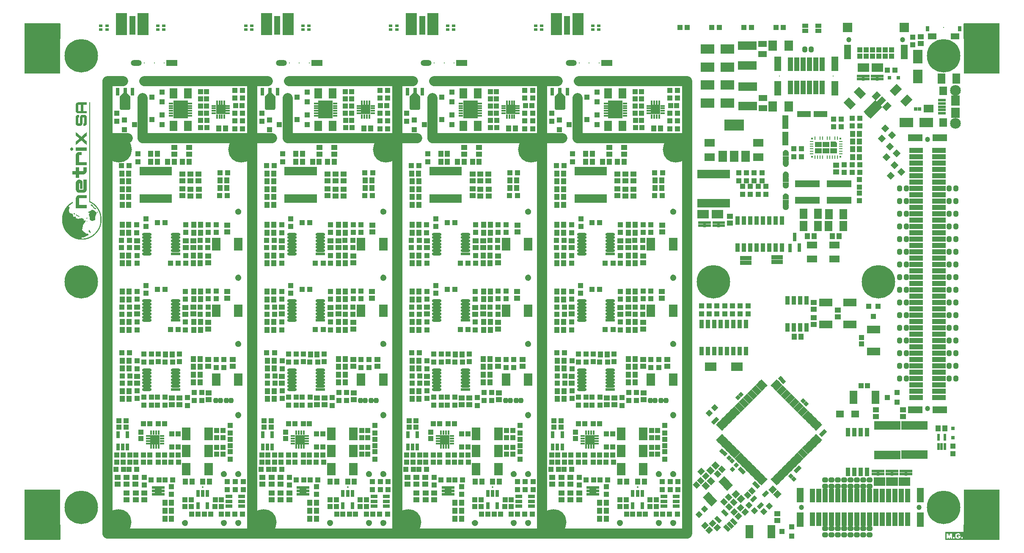
<source format=gts>
G04*
G04 #@! TF.GenerationSoftware,Altium Limited,Altium Designer,19.1.5 (86)*
G04*
G04 Layer_Color=8388736*
%FSLAX25Y25*%
%MOIN*%
G70*
G01*
G75*
%ADD14C,0.01181*%
%ADD30R,0.04343X0.04737*%
%ADD31R,0.02375X0.05524*%
%ADD32R,0.04147X0.04147*%
%ADD33R,0.02769X0.02769*%
%ADD34R,0.05524X0.11430*%
%ADD35R,0.03950X0.10642*%
%ADD36P,0.04194X4X90.0*%
%ADD37R,0.04343X0.04343*%
G04:AMPARAMS|DCode=38|XSize=29.26mil|YSize=29.65mil|CornerRadius=0mil|HoleSize=0mil|Usage=FLASHONLY|Rotation=45.000|XOffset=0mil|YOffset=0mil|HoleType=Round|Shape=Rectangle|*
%AMROTATEDRECTD38*
4,1,4,0.00014,-0.02083,-0.02083,0.00014,-0.00014,0.02083,0.02083,-0.00014,0.00014,-0.02083,0.0*
%
%ADD38ROTATEDRECTD38*%

G04:AMPARAMS|DCode=39|XSize=45.4mil|YSize=37.53mil|CornerRadius=11.38mil|HoleSize=0mil|Usage=FLASHONLY|Rotation=0.000|XOffset=0mil|YOffset=0mil|HoleType=Round|Shape=RoundedRectangle|*
%AMROUNDEDRECTD39*
21,1,0.04540,0.01476,0,0,0.0*
21,1,0.02264,0.03753,0,0,0.0*
1,1,0.02276,0.01132,-0.00738*
1,1,0.02276,-0.01132,-0.00738*
1,1,0.02276,-0.01132,0.00738*
1,1,0.02276,0.01132,0.00738*
%
%ADD39ROUNDEDRECTD39*%
%ADD40R,0.04737X0.04343*%
%ADD41R,0.06410X0.02572*%
%ADD42R,0.04147X0.04147*%
%ADD43R,0.10642X0.03950*%
%ADD44R,0.02769X0.02769*%
%ADD45R,0.04343X0.04343*%
%ADD46P,0.06142X4X180.0*%
%ADD47R,0.03162X0.03950*%
%ADD48R,0.06509X0.04934*%
%ADD49R,0.02965X0.02926*%
%ADD50R,0.02572X0.03213*%
%ADD51R,0.02178X0.03213*%
%ADD52R,0.01981X0.02296*%
%ADD53R,0.01981X0.04737*%
%ADD54R,0.02965X0.06509*%
%ADD55R,0.02965X0.06509*%
%ADD56R,0.02769X0.02375*%
%ADD57R,0.03359X0.06804*%
%ADD58R,0.02572X0.06607*%
%ADD59R,0.03753X0.06509*%
%ADD60R,0.03950X0.04343*%
%ADD61R,0.02572X0.06410*%
%ADD62R,0.05918X0.07887*%
%ADD63R,0.04737X0.02769*%
%ADD64R,0.04737X0.03753*%
%ADD65R,0.10642X0.04737*%
%ADD66R,0.04737X0.10642*%
%ADD67R,0.03950X0.03950*%
%ADD68R,0.08674X0.17335*%
%ADD69R,0.04737X0.14973*%
%ADD70R,0.08674X0.04737*%
%ADD71O,0.08674X0.04737*%
%ADD72R,0.04343X0.03950*%
%ADD73R,0.03950X0.03950*%
%ADD74R,0.03950X0.10642*%
%ADD75R,0.05524X0.11430*%
%ADD76R,0.11430X0.05524*%
G04:AMPARAMS|DCode=77|XSize=45.4mil|YSize=37.53mil|CornerRadius=11.38mil|HoleSize=0mil|Usage=FLASHONLY|Rotation=270.000|XOffset=0mil|YOffset=0mil|HoleType=Round|Shape=RoundedRectangle|*
%AMROUNDEDRECTD77*
21,1,0.04540,0.01476,0,0,270.0*
21,1,0.02264,0.03753,0,0,270.0*
1,1,0.02276,-0.00738,-0.01132*
1,1,0.02276,-0.00738,0.01132*
1,1,0.02276,0.00738,0.01132*
1,1,0.02276,0.00738,-0.01132*
%
%ADD77ROUNDEDRECTD77*%
%ADD78R,0.14580X0.07099*%
%ADD79R,0.06115X0.02375*%
%ADD80R,0.06312X0.07099*%
%ADD81R,0.07099X0.08280*%
G04:AMPARAMS|DCode=82|XSize=47.37mil|YSize=43.43mil|CornerRadius=0mil|HoleSize=0mil|Usage=FLASHONLY|Rotation=225.000|XOffset=0mil|YOffset=0mil|HoleType=Round|Shape=Rectangle|*
%AMROTATEDRECTD82*
4,1,4,0.00139,0.03210,0.03210,0.00139,-0.00139,-0.03210,-0.03210,-0.00139,0.00139,0.03210,0.0*
%
%ADD82ROTATEDRECTD82*%

%ADD83P,0.05864X4X270.0*%
G04:AMPARAMS|DCode=84|XSize=43.43mil|YSize=39.5mil|CornerRadius=0mil|HoleSize=0mil|Usage=FLASHONLY|Rotation=315.000|XOffset=0mil|YOffset=0mil|HoleType=Round|Shape=Rectangle|*
%AMROTATEDRECTD84*
4,1,4,-0.02932,0.00139,-0.00139,0.02932,0.02932,-0.00139,0.00139,-0.02932,-0.02932,0.00139,0.0*
%
%ADD84ROTATEDRECTD84*%

G04:AMPARAMS|DCode=85|XSize=43.43mil|YSize=39.5mil|CornerRadius=0mil|HoleSize=0mil|Usage=FLASHONLY|Rotation=45.000|XOffset=0mil|YOffset=0mil|HoleType=Round|Shape=Rectangle|*
%AMROTATEDRECTD85*
4,1,4,-0.00139,-0.02932,-0.02932,-0.00139,0.00139,0.02932,0.02932,0.00139,-0.00139,-0.02932,0.0*
%
%ADD85ROTATEDRECTD85*%

G04:AMPARAMS|DCode=86|XSize=66.07mil|YSize=15.87mil|CornerRadius=0mil|HoleSize=0mil|Usage=FLASHONLY|Rotation=45.000|XOffset=0mil|YOffset=0mil|HoleType=Round|Shape=Rectangle|*
%AMROTATEDRECTD86*
4,1,4,-0.01775,-0.02897,-0.02897,-0.01775,0.01775,0.02897,0.02897,0.01775,-0.01775,-0.02897,0.0*
%
%ADD86ROTATEDRECTD86*%

G04:AMPARAMS|DCode=87|XSize=66.07mil|YSize=15.87mil|CornerRadius=0mil|HoleSize=0mil|Usage=FLASHONLY|Rotation=135.000|XOffset=0mil|YOffset=0mil|HoleType=Round|Shape=Rectangle|*
%AMROTATEDRECTD87*
4,1,4,0.02897,-0.01775,0.01775,-0.02897,-0.02897,0.01775,-0.01775,0.02897,0.02897,-0.01775,0.0*
%
%ADD87ROTATEDRECTD87*%

G04:AMPARAMS|DCode=88|XSize=29.26mil|YSize=29.65mil|CornerRadius=0mil|HoleSize=0mil|Usage=FLASHONLY|Rotation=315.000|XOffset=0mil|YOffset=0mil|HoleType=Round|Shape=Rectangle|*
%AMROTATEDRECTD88*
4,1,4,-0.02083,-0.00014,0.00014,0.02083,0.02083,0.00014,-0.00014,-0.02083,-0.02083,-0.00014,0.0*
%
%ADD88ROTATEDRECTD88*%

G04:AMPARAMS|DCode=89|XSize=65.09mil|YSize=19.81mil|CornerRadius=0mil|HoleSize=0mil|Usage=FLASHONLY|Rotation=45.000|XOffset=0mil|YOffset=0mil|HoleType=Round|Shape=Rectangle|*
%AMROTATEDRECTD89*
4,1,4,-0.01601,-0.03002,-0.03002,-0.01601,0.01601,0.03002,0.03002,0.01601,-0.01601,-0.03002,0.0*
%
%ADD89ROTATEDRECTD89*%

G04:AMPARAMS|DCode=90|XSize=47.37mil|YSize=43.43mil|CornerRadius=0mil|HoleSize=0mil|Usage=FLASHONLY|Rotation=135.000|XOffset=0mil|YOffset=0mil|HoleType=Round|Shape=Rectangle|*
%AMROTATEDRECTD90*
4,1,4,0.03210,-0.00139,0.00139,-0.03210,-0.03210,0.00139,-0.00139,0.03210,0.03210,-0.00139,0.0*
%
%ADD90ROTATEDRECTD90*%

G04:AMPARAMS|DCode=91|XSize=55.24mil|YSize=31.62mil|CornerRadius=0mil|HoleSize=0mil|Usage=FLASHONLY|Rotation=135.000|XOffset=0mil|YOffset=0mil|HoleType=Round|Shape=Rectangle|*
%AMROTATEDRECTD91*
4,1,4,0.03071,-0.00835,0.00835,-0.03071,-0.03071,0.00835,-0.00835,0.03071,0.03071,-0.00835,0.0*
%
%ADD91ROTATEDRECTD91*%

%ADD92P,0.05864X4X360.0*%
%ADD93R,0.01476X0.01476*%
%ADD94R,0.05236X0.04331*%
%ADD95C,0.03898*%
%ADD96R,0.02756X0.00984*%
%ADD97R,0.00984X0.02756*%
%ADD98R,0.19698X0.05524*%
%ADD99R,0.08083X0.05524*%
%ADD100R,0.10642X0.07493*%
%ADD101R,0.03950X0.01981*%
%ADD102R,0.06706X0.08674*%
%ADD103R,0.15761X0.08674*%
%ADD104R,0.07887X0.05918*%
G04:AMPARAMS|DCode=105|XSize=131.03mil|YSize=76.23mil|CornerRadius=0mil|HoleSize=0mil|Usage=FLASHONLY|Rotation=225.000|XOffset=0mil|YOffset=0mil|HoleType=Round|Shape=Rectangle|*
%AMROTATEDRECTD105*
4,1,4,0.01938,0.07328,0.07328,0.01938,-0.01938,-0.07328,-0.07328,-0.01938,0.01938,0.07328,0.0*
%
%ADD105ROTATEDRECTD105*%

G04:AMPARAMS|DCode=106|XSize=43.43mil|YSize=59.18mil|CornerRadius=0mil|HoleSize=0mil|Usage=FLASHONLY|Rotation=315.000|XOffset=0mil|YOffset=0mil|HoleType=Round|Shape=Rectangle|*
%AMROTATEDRECTD106*
4,1,4,-0.03628,-0.00557,0.00557,0.03628,0.03628,0.00557,-0.00557,-0.03628,-0.03628,-0.00557,0.0*
%
%ADD106ROTATEDRECTD106*%

G04:AMPARAMS|DCode=107|XSize=43.43mil|YSize=189.1mil|CornerRadius=0mil|HoleSize=0mil|Usage=FLASHONLY|Rotation=315.000|XOffset=0mil|YOffset=0mil|HoleType=Round|Shape=Rectangle|*
%AMROTATEDRECTD107*
4,1,4,-0.08221,-0.05150,0.05150,0.08221,0.08221,0.05150,-0.05150,-0.08221,-0.08221,-0.05150,0.0*
%
%ADD107ROTATEDRECTD107*%

G04:AMPARAMS|DCode=108|XSize=78.87mil|YSize=59.18mil|CornerRadius=0mil|HoleSize=0mil|Usage=FLASHONLY|Rotation=135.000|XOffset=0mil|YOffset=0mil|HoleType=Round|Shape=Rectangle|*
%AMROTATEDRECTD108*
4,1,4,0.04881,-0.00696,0.00696,-0.04881,-0.04881,0.00696,-0.00696,0.04881,0.04881,-0.00696,0.0*
%
%ADD108ROTATEDRECTD108*%

G04:AMPARAMS|DCode=109|XSize=78.87mil|YSize=59.18mil|CornerRadius=0mil|HoleSize=0mil|Usage=FLASHONLY|Rotation=225.000|XOffset=0mil|YOffset=0mil|HoleType=Round|Shape=Rectangle|*
%AMROTATEDRECTD109*
4,1,4,0.00696,0.04881,0.04881,0.00696,-0.00696,-0.04881,-0.04881,-0.00696,0.00696,0.04881,0.0*
%
%ADD109ROTATEDRECTD109*%

%ADD110R,0.06509X0.08083*%
%ADD111R,0.06800X0.04800*%
%ADD112R,0.04540X0.03753*%
%ADD113R,0.07493X0.10642*%
G04:AMPARAMS|DCode=114|XSize=31.62mil|YSize=49.34mil|CornerRadius=0mil|HoleSize=0mil|Usage=FLASHONLY|Rotation=135.000|XOffset=0mil|YOffset=0mil|HoleType=Round|Shape=Rectangle|*
%AMROTATEDRECTD114*
4,1,4,0.02862,0.00626,-0.00626,-0.02862,-0.02862,-0.00626,0.00626,0.02862,0.02862,0.00626,0.0*
%
%ADD114ROTATEDRECTD114*%

%ADD115R,0.05918X0.05721*%
%ADD116R,0.03556X0.01784*%
%ADD117R,0.11233X0.14107*%
%ADD118R,0.03556X0.01784*%
%ADD119R,0.07296X0.07296*%
%ADD120R,0.01784X0.03556*%
%ADD121R,0.03162X0.06312*%
%ADD122R,0.03162X0.04737*%
%ADD123R,0.05209X0.07572*%
%ADD124R,0.02572X0.02375*%
%ADD125R,0.02532X0.06784*%
%ADD126C,0.01587*%
%ADD127R,0.03162X0.05524*%
%ADD128O,0.07493X0.02375*%
%ADD129R,0.07493X0.02375*%
%ADD130R,0.06509X0.01981*%
%ADD131R,0.07690X0.07690*%
%ADD132R,0.05524X0.03162*%
G04:AMPARAMS|DCode=133|XSize=41.47mil|YSize=37.53mil|CornerRadius=11.38mil|HoleSize=0mil|Usage=FLASHONLY|Rotation=270.000|XOffset=0mil|YOffset=0mil|HoleType=Round|Shape=RoundedRectangle|*
%AMROUNDEDRECTD133*
21,1,0.04147,0.01476,0,0,270.0*
21,1,0.01870,0.03753,0,0,270.0*
1,1,0.02276,-0.00738,-0.00935*
1,1,0.02276,-0.00738,0.00935*
1,1,0.02276,0.00738,0.00935*
1,1,0.02276,0.00738,-0.00935*
%
%ADD133ROUNDEDRECTD133*%
%ADD134C,0.07874*%
%ADD135C,0.03937*%
%ADD136C,0.04048*%
%ADD137C,0.20485*%
%ADD138C,0.26391*%
%ADD139C,0.00800*%
%ADD140R,0.28359X0.28359*%
%ADD141R,0.07493X0.07493*%
%ADD142C,0.08477*%
%ADD143C,0.03753*%
G36*
X-602940Y375220D02*
X-602888Y375210D01*
X-602839Y375193D01*
X-602792Y375170D01*
X-602748Y375141D01*
X-602709Y375106D01*
X-602674Y375067D01*
X-602645Y375023D01*
X-602622Y374976D01*
X-602605Y374927D01*
X-602595Y374875D01*
X-602591Y374823D01*
Y363405D01*
X-602595Y363353D01*
X-602605Y363302D01*
X-602622Y363252D01*
X-602645Y363205D01*
X-602674Y363161D01*
X-602709Y363122D01*
X-602748Y363088D01*
X-602792Y363058D01*
X-602839Y363035D01*
X-602888Y363018D01*
X-602940Y363008D01*
X-602992Y363005D01*
X-630551D01*
X-630604Y363008D01*
X-630655Y363018D01*
X-630705Y363035D01*
X-630752Y363058D01*
X-630795Y363088D01*
X-630835Y363122D01*
X-630869Y363161D01*
X-630898Y363205D01*
X-630922Y363252D01*
X-630938Y363302D01*
X-630949Y363353D01*
X-630952Y363405D01*
Y374823D01*
X-630949Y374875D01*
X-630938Y374927D01*
X-630922Y374976D01*
X-630898Y375023D01*
X-630869Y375067D01*
X-630835Y375106D01*
X-630795Y375141D01*
X-630752Y375170D01*
X-630705Y375193D01*
X-630655Y375210D01*
X-630604Y375220D01*
X-630551Y375224D01*
X-602992D01*
X-602940Y375220D01*
D02*
G37*
G36*
X136922Y375220D02*
X136974Y375210D01*
X137023Y375193D01*
X137071Y375170D01*
X137114Y375141D01*
X137153Y375106D01*
X137188Y375067D01*
X137217Y375023D01*
X137240Y374976D01*
X137257Y374927D01*
X137267Y374875D01*
X137271Y374823D01*
Y363405D01*
X137267Y363353D01*
X137257Y363302D01*
X137240Y363252D01*
X137217Y363205D01*
X137188Y363161D01*
X137153Y363122D01*
X137114Y363088D01*
X137071Y363058D01*
X137023Y363035D01*
X136974Y363018D01*
X136922Y363008D01*
X136870Y363005D01*
X109311D01*
X109259Y363008D01*
X109207Y363018D01*
X109158Y363035D01*
X109111Y363058D01*
X109067Y363088D01*
X109028Y363122D01*
X108993Y363161D01*
X108964Y363205D01*
X108941Y363252D01*
X108924Y363302D01*
X108914Y363353D01*
X108910Y363405D01*
Y374823D01*
X108914Y374875D01*
X108924Y374927D01*
X108941Y374976D01*
X108964Y375023D01*
X108993Y375067D01*
X109028Y375106D01*
X109067Y375141D01*
X109111Y375170D01*
X109158Y375193D01*
X109207Y375210D01*
X109259Y375220D01*
X109311Y375224D01*
X136870D01*
X136922Y375220D01*
D02*
G37*
G36*
X-579535Y312917D02*
X-579499Y312917D01*
X-579462Y312917D01*
X-579389D01*
X-579352Y312917D01*
X-579315Y312917D01*
X-579279D01*
X-579242Y312917D01*
X-579206Y312917D01*
X-579022D01*
Y234785D01*
X-578986Y234785D01*
Y234748D01*
X-578949Y234748D01*
X-578912Y234748D01*
Y234711D01*
X-578839D01*
Y234675D01*
X-578766D01*
Y234638D01*
X-578693D01*
Y234601D01*
X-578619D01*
Y234565D01*
X-578583Y234565D01*
X-578546Y234565D01*
X-578546Y234528D01*
X-578510Y234528D01*
X-578473D01*
X-578473Y234491D01*
X-578436D01*
X-578436Y234455D01*
X-578363D01*
Y234418D01*
X-578290D01*
X-578290Y234382D01*
X-578253D01*
X-578217Y234382D01*
Y234345D01*
X-578143D01*
Y234308D01*
X-578107D01*
Y234272D01*
X-578033D01*
X-578033Y234235D01*
X-577997Y234235D01*
X-577960D01*
Y234198D01*
X-577923Y234198D01*
Y234162D01*
X-577887Y234162D01*
X-577850Y234162D01*
Y234125D01*
X-577814Y234125D01*
X-577777Y234125D01*
X-577777Y234089D01*
X-577740Y234089D01*
X-577740Y234052D01*
X-577667D01*
X-577667Y234015D01*
X-577594D01*
Y233979D01*
X-577557Y233979D01*
X-577557Y233942D01*
X-577521D01*
X-577484Y233942D01*
X-577484Y233906D01*
X-577447D01*
X-577447Y233869D01*
X-577411Y233869D01*
X-577374Y233869D01*
X-577374Y233832D01*
X-577337Y233832D01*
Y233796D01*
X-577301D01*
X-577264Y233796D01*
Y233759D01*
X-577227D01*
Y233722D01*
X-577154D01*
Y233686D01*
X-577118Y233686D01*
X-577118Y233649D01*
X-577044D01*
Y233612D01*
X-577008D01*
Y233576D01*
X-576971Y233576D01*
Y233539D01*
X-576898D01*
Y233503D01*
X-576861Y233503D01*
Y233466D01*
X-576788D01*
X-576788Y233429D01*
X-576751D01*
Y233393D01*
X-576715D01*
Y233356D01*
X-576641D01*
X-576641Y233319D01*
X-576605Y233319D01*
Y233283D01*
X-576568D01*
Y233246D01*
X-576495D01*
Y233209D01*
X-576458D01*
X-576458Y233173D01*
X-576422Y233173D01*
X-576422Y233136D01*
X-576348D01*
Y233100D01*
X-576312D01*
Y233063D01*
X-576275D01*
Y233026D01*
X-576238D01*
Y232990D01*
X-576165D01*
Y232953D01*
X-576129D01*
Y232916D01*
X-576092Y232916D01*
Y232880D01*
X-576055Y232880D01*
Y232843D01*
X-575982D01*
Y232807D01*
X-575946D01*
Y232770D01*
X-575909D01*
Y232733D01*
X-575872Y232733D01*
Y232697D01*
X-575836Y232697D01*
X-575836Y232660D01*
X-575799D01*
X-575799Y232623D01*
X-575762Y232623D01*
X-575726D01*
Y232587D01*
X-575689D01*
X-575689Y232550D01*
X-575652Y232550D01*
Y232513D01*
X-575616D01*
X-575616Y232477D01*
X-575579D01*
Y232440D01*
X-575542Y232440D01*
Y232404D01*
X-575506D01*
X-575506Y232367D01*
X-575469Y232367D01*
Y232330D01*
X-575433D01*
X-575396Y232330D01*
Y232294D01*
X-575359D01*
Y232257D01*
X-575323D01*
Y232221D01*
X-575286D01*
X-575286Y232184D01*
X-575249Y232184D01*
X-575249Y232147D01*
X-575213D01*
X-575213Y232111D01*
X-575176D01*
Y232074D01*
X-575140D01*
Y232037D01*
X-575103D01*
Y232001D01*
X-575066D01*
X-575066Y231964D01*
X-575030D01*
Y231927D01*
X-574993Y231927D01*
Y231891D01*
X-574957Y231891D01*
Y231854D01*
X-574920Y231854D01*
Y231818D01*
X-574883D01*
Y231781D01*
X-574847Y231781D01*
X-574847Y231744D01*
X-574810Y231744D01*
Y231708D01*
X-574773D01*
Y231671D01*
X-574737Y231671D01*
X-574737Y231634D01*
X-574700D01*
Y231598D01*
X-574663D01*
X-574663Y231561D01*
X-574627Y231561D01*
X-574627Y231524D01*
X-574590Y231524D01*
Y231488D01*
X-574553Y231488D01*
X-574553Y231451D01*
X-574517Y231451D01*
Y231415D01*
X-574480Y231415D01*
Y231378D01*
X-574444Y231378D01*
Y231341D01*
X-574407D01*
Y231305D01*
X-574370Y231305D01*
X-574370Y231268D01*
X-574334D01*
X-574334Y231231D01*
X-574297D01*
X-574297Y231158D01*
X-574261D01*
X-574261Y231122D01*
X-574224D01*
Y231085D01*
X-574187D01*
Y231048D01*
X-574151D01*
Y231012D01*
X-574114D01*
Y230975D01*
X-574077D01*
X-574077Y230938D01*
X-574041D01*
Y230902D01*
X-574004D01*
Y230865D01*
X-573968Y230865D01*
X-573967Y230792D01*
X-573931D01*
X-573931Y230755D01*
X-573894D01*
X-573894Y230719D01*
X-573858Y230719D01*
X-573858Y230682D01*
X-573821Y230682D01*
X-573821Y230645D01*
X-573784Y230645D01*
Y230609D01*
X-573748Y230609D01*
X-573748Y230536D01*
X-573711D01*
Y230499D01*
X-573674D01*
Y230462D01*
X-573638D01*
Y230426D01*
X-573601D01*
Y230352D01*
X-573564D01*
X-573564Y230316D01*
X-573528D01*
Y230279D01*
X-573491Y230279D01*
Y230242D01*
X-573455D01*
Y230169D01*
X-573418D01*
X-573418Y230133D01*
X-573381Y230133D01*
X-573381Y230096D01*
X-573345Y230096D01*
Y230059D01*
X-573308D01*
X-573308Y229986D01*
X-573272D01*
X-573272Y229949D01*
X-573235D01*
Y229913D01*
X-573198D01*
X-573198Y229839D01*
X-573162Y229839D01*
Y229803D01*
X-573125D01*
X-573125Y229766D01*
X-573088D01*
X-573088Y229693D01*
X-573052D01*
Y229656D01*
X-573015D01*
Y229583D01*
X-572978Y229583D01*
X-572978Y229546D01*
X-572942D01*
Y229510D01*
X-572905Y229510D01*
Y229437D01*
X-572868D01*
Y229400D01*
X-572832D01*
Y229327D01*
X-572795Y229327D01*
Y229290D01*
X-572759D01*
Y229217D01*
X-572722D01*
Y229180D01*
X-572685D01*
Y229107D01*
X-572649D01*
Y229070D01*
X-572612D01*
Y228997D01*
X-572576D01*
Y228960D01*
X-572539Y228960D01*
Y228887D01*
X-572502D01*
X-572502Y228851D01*
X-572466Y228851D01*
X-572466Y228777D01*
X-572429Y228777D01*
Y228704D01*
X-572392D01*
X-572392Y228667D01*
X-572356Y228667D01*
X-572356Y228594D01*
X-572319D01*
Y228521D01*
X-572282D01*
Y228484D01*
X-572246D01*
Y228411D01*
X-572209D01*
Y228338D01*
X-572173D01*
Y228301D01*
X-572136D01*
X-572136Y228228D01*
X-572099Y228228D01*
Y228154D01*
X-572063Y228154D01*
Y228081D01*
X-572026Y228081D01*
X-572026Y228045D01*
X-571989D01*
Y227971D01*
X-571953D01*
Y227898D01*
X-571916D01*
X-571916Y227825D01*
X-571879Y227825D01*
Y227752D01*
X-571843D01*
Y227678D01*
X-571806D01*
Y227605D01*
X-571770Y227605D01*
Y227532D01*
X-571733D01*
Y227459D01*
X-571696Y227459D01*
X-571696Y227385D01*
X-571660D01*
Y227312D01*
X-571623D01*
Y227239D01*
X-571587D01*
Y227166D01*
X-571550D01*
Y227092D01*
X-571513D01*
Y227019D01*
X-571477D01*
Y226909D01*
X-571440D01*
Y226836D01*
X-571403D01*
Y226763D01*
X-571367D01*
X-571367Y226653D01*
X-571330D01*
Y226579D01*
X-571293D01*
Y226506D01*
X-571257D01*
Y226396D01*
X-571220D01*
Y226323D01*
X-571184D01*
Y226213D01*
X-571147Y226213D01*
Y226103D01*
X-571110D01*
Y226030D01*
X-571074D01*
Y225920D01*
X-571037D01*
Y225810D01*
X-571000D01*
X-571000Y225700D01*
X-570964Y225700D01*
Y225590D01*
X-570927Y225590D01*
X-570927Y225481D01*
X-570891D01*
Y225371D01*
X-570854Y225371D01*
Y225261D01*
X-570817D01*
Y225151D01*
X-570781D01*
X-570781Y225041D01*
X-570744D01*
Y224894D01*
X-570707D01*
X-570707Y224784D01*
X-570671Y224784D01*
Y224638D01*
X-570634D01*
Y224492D01*
X-570598Y224492D01*
Y224345D01*
X-570561D01*
X-570561Y224199D01*
X-570524D01*
Y224015D01*
X-570488D01*
Y223869D01*
X-570451D01*
X-570451Y223686D01*
X-570414D01*
Y223466D01*
X-570378D01*
Y223283D01*
X-570341D01*
Y223026D01*
X-570304D01*
Y222807D01*
X-570268D01*
Y222514D01*
X-570231Y222514D01*
Y222184D01*
X-570194D01*
Y221781D01*
X-570158D01*
Y221158D01*
X-570121D01*
X-570121Y219656D01*
X-570158Y219656D01*
Y219034D01*
X-570194D01*
Y218631D01*
X-570231D01*
Y218301D01*
X-570268Y218301D01*
Y218008D01*
X-570304D01*
Y217752D01*
X-570341D01*
X-570341Y217532D01*
X-570378D01*
Y217312D01*
X-570414D01*
Y217129D01*
X-570451Y217129D01*
Y216946D01*
X-570488D01*
Y216762D01*
X-570524Y216762D01*
Y216616D01*
X-570561D01*
Y216470D01*
X-570598D01*
Y216323D01*
X-570634D01*
Y216177D01*
X-570671D01*
X-570671Y216030D01*
X-570707D01*
X-570707Y215920D01*
X-570744D01*
X-570744Y215774D01*
X-570781D01*
Y215664D01*
X-570817D01*
Y215517D01*
X-570854Y215517D01*
X-570854Y215407D01*
X-570891D01*
X-570891Y215297D01*
X-570927D01*
Y215188D01*
X-570964Y215187D01*
Y215078D01*
X-571000D01*
Y214968D01*
X-571037D01*
Y214894D01*
X-571074Y214894D01*
X-571074Y214785D01*
X-571110D01*
Y214675D01*
X-571147Y214675D01*
Y214601D01*
X-571184D01*
Y214492D01*
X-571220D01*
Y214382D01*
X-571257D01*
X-571257Y214308D01*
X-571293Y214308D01*
Y214235D01*
X-571330Y214235D01*
Y214125D01*
X-571367D01*
X-571367Y214052D01*
X-571403D01*
Y213979D01*
X-571440D01*
X-571440Y213869D01*
X-571477D01*
Y213795D01*
X-571513D01*
Y213722D01*
X-571550D01*
Y213649D01*
X-571587D01*
Y213576D01*
X-571623D01*
Y213503D01*
X-571660D01*
Y213393D01*
X-571696D01*
Y213319D01*
X-571733Y213319D01*
Y213246D01*
X-571770D01*
Y213173D01*
X-571806Y213173D01*
Y213136D01*
X-571843Y213136D01*
Y213063D01*
X-571879D01*
Y212990D01*
X-571916Y212990D01*
Y212916D01*
X-571953D01*
Y212843D01*
X-571989D01*
X-571989Y212770D01*
X-572026D01*
Y212697D01*
X-572063Y212697D01*
Y212660D01*
X-572099D01*
Y212587D01*
X-572136Y212587D01*
Y212513D01*
X-572173Y212513D01*
Y212440D01*
X-572209D01*
X-572209Y212403D01*
X-572246Y212404D01*
Y212330D01*
X-572283D01*
X-572282Y212257D01*
X-572319D01*
Y212220D01*
X-572356D01*
Y212147D01*
X-572392Y212147D01*
X-572392Y212074D01*
X-572429D01*
Y212037D01*
X-572466Y212037D01*
Y211964D01*
X-572502D01*
Y211927D01*
X-572539D01*
Y211854D01*
X-572576Y211854D01*
X-572576Y211781D01*
X-572612D01*
X-572612Y211744D01*
X-572649D01*
Y211671D01*
X-572685Y211671D01*
X-572685Y211634D01*
X-572722D01*
X-572722Y211561D01*
X-572759D01*
X-572759Y211524D01*
X-572795D01*
Y211451D01*
X-572832Y211451D01*
Y211415D01*
X-572868Y211415D01*
Y211378D01*
X-572905D01*
X-572905Y211305D01*
X-572942D01*
Y211268D01*
X-572978D01*
X-572978Y211195D01*
X-573015Y211195D01*
Y211158D01*
X-573052Y211158D01*
X-573052Y211122D01*
X-573088D01*
Y211048D01*
X-573125D01*
X-573125Y211012D01*
X-573162D01*
X-573162Y210938D01*
X-573198Y210938D01*
Y210902D01*
X-573235D01*
Y210865D01*
X-573272D01*
X-573272Y210792D01*
X-573308D01*
X-573308Y210755D01*
X-573345D01*
Y210719D01*
X-573381D01*
X-573381Y210682D01*
X-573418D01*
X-573418Y210609D01*
X-573455D01*
Y210572D01*
X-573491D01*
Y210535D01*
X-573528Y210535D01*
X-573528Y210499D01*
X-573564Y210499D01*
Y210425D01*
X-573601D01*
Y210389D01*
X-573638D01*
Y210352D01*
X-573674D01*
Y210316D01*
X-573711D01*
Y210242D01*
X-573748Y210242D01*
Y210206D01*
X-573784D01*
X-573784Y210169D01*
X-573821Y210169D01*
X-573821Y210133D01*
X-573858D01*
X-573858Y210096D01*
X-573894D01*
X-573894Y210059D01*
X-573931D01*
Y209986D01*
X-573967D01*
Y209949D01*
X-574004D01*
Y209913D01*
X-574041Y209913D01*
Y209876D01*
X-574077D01*
X-574077Y209839D01*
X-574114D01*
Y209803D01*
X-574151D01*
Y209766D01*
X-574187Y209766D01*
Y209693D01*
X-574224D01*
Y209656D01*
X-574261D01*
X-574261Y209620D01*
X-574297Y209620D01*
Y209583D01*
X-574334D01*
Y209546D01*
X-574370Y209546D01*
Y209510D01*
X-574407Y209510D01*
Y209473D01*
X-574444Y209473D01*
Y209436D01*
X-574480Y209436D01*
X-574480Y209400D01*
X-574517Y209400D01*
Y209363D01*
X-574553D01*
Y209327D01*
X-574590D01*
X-574590Y209290D01*
X-574627D01*
X-574627Y209253D01*
X-574663D01*
Y209217D01*
X-574700D01*
Y209180D01*
X-574737D01*
X-574737Y209143D01*
X-574773D01*
Y209107D01*
X-574810Y209107D01*
Y209070D01*
X-574847Y209070D01*
X-574847Y209034D01*
X-574883D01*
Y208997D01*
X-574920D01*
Y208960D01*
X-574957D01*
X-574956Y208924D01*
X-574993Y208924D01*
X-574993Y208887D01*
X-575030Y208887D01*
X-575030Y208850D01*
X-575066D01*
X-575066Y208814D01*
X-575103Y208814D01*
Y208777D01*
X-575140Y208777D01*
X-575140Y208740D01*
X-575176Y208740D01*
Y208704D01*
X-575213D01*
X-575213Y208667D01*
X-575249D01*
X-575249Y208631D01*
X-575286D01*
Y208594D01*
X-575323Y208594D01*
X-575323Y208557D01*
X-575359D01*
Y208521D01*
X-575396D01*
X-575396Y208484D01*
X-575433D01*
Y208448D01*
X-575469D01*
X-575469Y208411D01*
X-575542D01*
Y208374D01*
X-575579D01*
Y208338D01*
X-575616D01*
Y208301D01*
X-575652D01*
X-575652Y208264D01*
X-575689D01*
Y208228D01*
X-575726D01*
Y208191D01*
X-575762D01*
X-575762Y208154D01*
X-575799Y208155D01*
X-575836Y208154D01*
X-575836Y208118D01*
X-575872Y208118D01*
Y208081D01*
X-575909Y208081D01*
X-575909Y208045D01*
X-575946Y208045D01*
Y208008D01*
X-575982D01*
Y207971D01*
X-576019D01*
X-576055Y207971D01*
Y207935D01*
X-576092D01*
X-576092Y207898D01*
X-576129D01*
Y207861D01*
X-576165D01*
Y207825D01*
X-576202D01*
Y207788D01*
X-576275D01*
Y207751D01*
X-576312D01*
X-576312Y207715D01*
X-576348D01*
Y207678D01*
X-576422D01*
X-576422Y207642D01*
X-576458D01*
Y207605D01*
X-576495D01*
Y207568D01*
X-576532D01*
Y207532D01*
X-576568Y207532D01*
X-576605Y207532D01*
Y207495D01*
X-576641Y207495D01*
X-576641Y207458D01*
X-576678Y207458D01*
Y207422D01*
X-576751D01*
Y207385D01*
X-576788D01*
Y207349D01*
X-576861D01*
X-576861Y207312D01*
X-576898Y207312D01*
Y207275D01*
X-576934D01*
Y207239D01*
X-577008D01*
X-577008Y207202D01*
X-577044D01*
Y207166D01*
X-577118D01*
Y207129D01*
X-577154D01*
Y207092D01*
X-577227D01*
Y207055D01*
X-577264D01*
X-577264Y207019D01*
X-577337D01*
Y206982D01*
X-577374D01*
X-577374Y206946D01*
X-577447D01*
X-577447Y206909D01*
X-577484Y206909D01*
Y206872D01*
X-577521Y206872D01*
X-577557Y206872D01*
X-577557Y206836D01*
X-577594D01*
Y206799D01*
X-577631Y206799D01*
X-577667Y206799D01*
Y206763D01*
X-577704Y206763D01*
X-577740D01*
Y206726D01*
X-577777D01*
Y206689D01*
X-577850D01*
Y206653D01*
X-577887D01*
Y206616D01*
X-577923D01*
X-577960Y206616D01*
Y206579D01*
X-578033D01*
Y206543D01*
X-578107D01*
Y206506D01*
X-578143D01*
Y206469D01*
X-578180D01*
X-578217Y206469D01*
Y206433D01*
X-578290D01*
Y206396D01*
X-578326Y206396D01*
X-578363D01*
Y206360D01*
X-578400D01*
Y206323D01*
X-578436D01*
X-578473Y206323D01*
X-578473Y206286D01*
X-578546D01*
Y206250D01*
X-578619D01*
X-578619Y206213D01*
X-578656Y206213D01*
X-578693D01*
Y206176D01*
X-578766D01*
Y206140D01*
X-578803Y206140D01*
X-578839Y206140D01*
X-578839Y206103D01*
X-578876Y206103D01*
X-578912D01*
X-578912Y206067D01*
X-578986D01*
Y206030D01*
X-579059D01*
Y205993D01*
X-579132D01*
Y205957D01*
X-579206D01*
Y205920D01*
X-579279D01*
Y205883D01*
X-579315D01*
X-579352Y205883D01*
X-579389Y205883D01*
X-579389Y205847D01*
X-579462D01*
Y205810D01*
X-579499D01*
X-579535Y205810D01*
Y205773D01*
X-579608D01*
X-579608Y205737D01*
X-579718D01*
Y205700D01*
X-579755D01*
X-579792Y205700D01*
Y205664D01*
X-579902D01*
Y205627D01*
X-579975D01*
Y205590D01*
X-580085D01*
Y205554D01*
X-580121Y205554D01*
X-580158D01*
Y205517D01*
X-580268D01*
X-580268Y205481D01*
X-580378D01*
Y205444D01*
X-580414D01*
X-580451Y205444D01*
Y205407D01*
X-580561D01*
Y205371D01*
X-580597D01*
X-580634Y205371D01*
X-580671D01*
X-580671Y205334D01*
X-580744D01*
X-580781Y205334D01*
Y205297D01*
X-580817D01*
X-580854Y205297D01*
X-580891D01*
X-580891Y205261D01*
X-580927Y205261D01*
X-581000D01*
X-581037Y205261D01*
X-581037Y205224D01*
X-581074D01*
X-581110Y205224D01*
X-581147D01*
Y205187D01*
X-581257D01*
Y205151D01*
X-581293Y205151D01*
X-581330Y205151D01*
X-581367D01*
X-581403Y205151D01*
Y205114D01*
X-581513D01*
Y205078D01*
X-581660D01*
Y205041D01*
X-581696Y205041D01*
X-581733Y205041D01*
X-581770D01*
X-581806Y205041D01*
Y205004D01*
X-581953D01*
Y204968D01*
X-581989Y204968D01*
X-582026Y204968D01*
X-582099D01*
Y204931D01*
X-582136Y204931D01*
X-582173Y204931D01*
X-582282D01*
X-582282Y204894D01*
X-582466D01*
Y204858D01*
X-582612D01*
X-582649Y204858D01*
Y204821D01*
X-582832D01*
Y204784D01*
X-582869Y204784D01*
X-582905Y204784D01*
X-582942Y204784D01*
X-582978D01*
X-583015Y204784D01*
X-583052Y204784D01*
Y204748D01*
X-583088Y204748D01*
X-583125D01*
X-583162Y204748D01*
X-583308D01*
Y204711D01*
X-583345Y204711D01*
X-583381Y204711D01*
X-583528D01*
X-583565Y204711D01*
X-583601D01*
Y204675D01*
X-583638Y204675D01*
X-583674Y204675D01*
X-583711Y204675D01*
X-583748Y204675D01*
X-583894D01*
Y204638D01*
X-583931Y204638D01*
X-583967Y204638D01*
X-584004Y204638D01*
X-584077D01*
X-584114Y204638D01*
X-584151Y204638D01*
X-584187Y204638D01*
X-584224Y204638D01*
X-584261Y204638D01*
X-584297Y204638D01*
X-584297Y204601D01*
X-584370D01*
X-584407Y204601D01*
X-584444Y204601D01*
X-584627D01*
X-584663Y204601D01*
X-584700Y204601D01*
X-584737D01*
X-584773Y204601D01*
X-584810Y204601D01*
X-584883D01*
Y204565D01*
X-585066D01*
X-585103Y204565D01*
X-585140Y204565D01*
X-585433D01*
X-585469Y204565D01*
X-585506Y204565D01*
X-585982D01*
X-586019Y204565D01*
X-586055Y204565D01*
X-586422D01*
X-586458Y204565D01*
X-586495Y204565D01*
Y204601D01*
X-586678D01*
X-586715Y204601D01*
X-586751Y204601D01*
X-586788Y204601D01*
X-586825Y204601D01*
X-587044D01*
Y204638D01*
X-587081Y204638D01*
X-587154D01*
X-587191Y204638D01*
X-587228Y204638D01*
X-587264Y204638D01*
X-587301Y204638D01*
X-587337D01*
X-587374Y204638D01*
X-587411D01*
X-587447Y204638D01*
Y204675D01*
X-587740D01*
X-587777Y204675D01*
Y204711D01*
X-587814Y204711D01*
X-587923D01*
X-587960Y204711D01*
X-587997Y204711D01*
X-588033D01*
Y204748D01*
X-588143D01*
X-588180Y204748D01*
X-588217Y204748D01*
X-588290D01*
Y204784D01*
X-588327Y204784D01*
X-588363D01*
X-588400Y204784D01*
X-588510D01*
Y204821D01*
X-588693D01*
Y204858D01*
X-588729Y204858D01*
X-588766D01*
X-588803Y204858D01*
X-588913D01*
Y204894D01*
X-589059D01*
Y204931D01*
X-589132D01*
X-589169Y204931D01*
X-589206D01*
X-589242Y204931D01*
Y204968D01*
X-589279Y204968D01*
X-589316D01*
X-589352Y204968D01*
X-589389Y204968D01*
Y205004D01*
X-589425Y205004D01*
X-589462Y205004D01*
X-589499Y205004D01*
X-589535Y205004D01*
X-589535Y205041D01*
X-589572Y205041D01*
X-589608Y205041D01*
X-589645Y205041D01*
X-589682D01*
X-589682Y205078D01*
X-589828D01*
Y205114D01*
X-589975D01*
Y205151D01*
X-590011Y205151D01*
X-590048Y205151D01*
X-590085D01*
Y205187D01*
X-590231D01*
Y205224D01*
X-590268Y205224D01*
X-590341D01*
Y205261D01*
X-590378Y205261D01*
X-590414Y205261D01*
X-590451D01*
X-590451Y205297D01*
X-590488Y205297D01*
X-590524D01*
X-590561Y205297D01*
X-590561Y205334D01*
X-590597Y205334D01*
X-590634Y205334D01*
X-590671Y205334D01*
Y205371D01*
X-590781D01*
Y205407D01*
X-590891D01*
X-590891Y205444D01*
X-590927Y205444D01*
X-590964D01*
X-591001Y205444D01*
Y205481D01*
X-591037Y205481D01*
X-591074Y205481D01*
Y205517D01*
X-591184D01*
Y205554D01*
X-591220D01*
X-591257Y205554D01*
X-591293D01*
Y205590D01*
X-591367D01*
Y205627D01*
X-591440D01*
X-591477Y205627D01*
Y205664D01*
X-591513Y205664D01*
X-591550D01*
Y205700D01*
X-591586D01*
X-591623Y205700D01*
X-591660D01*
X-591660Y205737D01*
X-591733D01*
X-591733Y205773D01*
X-591806D01*
X-591806Y205810D01*
X-591916D01*
Y205847D01*
X-591990D01*
Y205883D01*
X-592026D01*
X-592063Y205883D01*
X-592063Y205920D01*
X-592136D01*
Y205957D01*
X-592209D01*
Y205993D01*
X-592282D01*
Y206030D01*
X-592319Y206030D01*
X-592356D01*
Y206067D01*
X-592429D01*
Y206103D01*
X-592466Y206103D01*
X-592502D01*
Y206140D01*
X-592539Y206140D01*
X-592576D01*
Y206176D01*
X-592612Y206176D01*
X-592649Y206176D01*
Y206213D01*
X-592685Y206213D01*
X-592722Y206213D01*
X-592722Y206250D01*
X-592795D01*
Y206286D01*
X-592869D01*
X-592869Y206323D01*
X-592905D01*
X-592942Y206323D01*
Y206360D01*
X-593015D01*
Y206396D01*
X-593052D01*
X-593088Y206396D01*
Y206433D01*
X-593125D01*
Y206469D01*
X-593162Y206469D01*
X-593198D01*
Y206506D01*
X-593271D01*
Y206543D01*
X-593345D01*
Y206579D01*
X-593381D01*
Y206616D01*
X-593455D01*
Y206653D01*
X-593528D01*
Y206689D01*
X-593565D01*
Y206726D01*
X-593601Y206726D01*
X-593638Y206726D01*
Y206763D01*
X-593675Y206763D01*
X-593711D01*
Y206799D01*
X-593748D01*
Y206836D01*
X-593821D01*
X-593821Y206872D01*
X-593858Y206872D01*
Y206909D01*
X-593931D01*
X-593931Y206946D01*
X-593967D01*
Y206982D01*
X-594041D01*
Y207019D01*
X-594077D01*
Y207055D01*
X-594114D01*
X-594151Y207056D01*
Y207092D01*
X-594187D01*
Y207129D01*
X-594261D01*
Y207166D01*
X-594297D01*
Y207202D01*
X-594334Y207202D01*
X-594370D01*
Y207239D01*
X-594407D01*
Y207275D01*
X-594480D01*
Y207312D01*
X-594517D01*
X-594517Y207349D01*
X-594554D01*
Y207385D01*
X-594590Y207385D01*
X-594627Y207385D01*
Y207422D01*
X-594663D01*
Y207458D01*
X-594700Y207458D01*
Y207495D01*
X-594773D01*
Y207532D01*
X-594810Y207532D01*
Y207568D01*
X-594847Y207568D01*
Y207605D01*
X-594920D01*
Y207642D01*
X-594956D01*
Y207678D01*
X-594993Y207678D01*
X-594993Y207715D01*
X-595066D01*
Y207751D01*
X-595103Y207752D01*
X-595103Y207788D01*
X-595140D01*
Y207825D01*
X-595176D01*
X-595176Y207861D01*
X-595213Y207861D01*
X-595250Y207861D01*
Y207898D01*
X-595286D01*
X-595286Y207935D01*
X-595323D01*
Y207971D01*
X-595360D01*
X-595359Y208008D01*
X-595433D01*
Y208045D01*
X-595469Y208045D01*
Y208081D01*
X-595506Y208081D01*
Y208118D01*
X-595543D01*
Y208155D01*
X-595579Y208154D01*
X-595579Y208191D01*
X-595616D01*
X-595616Y208228D01*
X-595689D01*
Y208264D01*
X-595726D01*
Y208301D01*
X-595762D01*
Y208338D01*
X-595799D01*
Y208374D01*
X-595836D01*
X-595836Y208411D01*
X-595872Y208411D01*
X-595872Y208448D01*
X-595909D01*
Y208484D01*
X-595946D01*
X-595946Y208521D01*
X-595982Y208521D01*
X-596019Y208521D01*
Y208557D01*
X-596055D01*
Y208594D01*
X-596092Y208594D01*
Y208631D01*
X-596129D01*
Y208667D01*
X-596165D01*
X-596165Y208704D01*
X-596202D01*
Y208740D01*
X-596239Y208740D01*
Y208777D01*
X-596275Y208777D01*
Y208814D01*
X-596312Y208814D01*
X-596312Y208851D01*
X-596348Y208851D01*
X-596348Y208887D01*
X-596385D01*
Y208924D01*
X-596422Y208924D01*
Y208960D01*
X-596458D01*
Y208997D01*
X-596495D01*
Y209034D01*
X-596532Y209034D01*
X-596532Y209070D01*
X-596568Y209070D01*
X-596568Y209107D01*
X-596605D01*
X-596605Y209143D01*
X-596641D01*
Y209180D01*
X-596678D01*
X-596678Y209217D01*
X-596715Y209217D01*
X-596715Y209253D01*
X-596751D01*
Y209290D01*
X-596788Y209290D01*
X-596788Y209327D01*
X-596825Y209327D01*
Y209363D01*
X-596861D01*
Y209400D01*
X-596898D01*
Y209436D01*
X-596935D01*
Y209473D01*
X-596971D01*
X-596971Y209510D01*
X-597008D01*
X-597008Y209546D01*
X-597044D01*
Y209583D01*
X-597081D01*
Y209620D01*
X-597118Y209620D01*
Y209656D01*
X-597154D01*
Y209730D01*
X-597191D01*
X-597191Y209766D01*
X-597228Y209766D01*
Y209803D01*
X-597264D01*
Y209839D01*
X-597301D01*
Y209876D01*
X-597337D01*
Y209913D01*
X-597374D01*
X-597374Y209949D01*
X-597411D01*
Y209986D01*
X-597447D01*
Y210059D01*
X-597484Y210059D01*
Y210096D01*
X-597521Y210096D01*
Y210133D01*
X-597557D01*
X-597557Y210169D01*
X-597594D01*
X-597594Y210206D01*
X-597631Y210206D01*
X-597631Y210279D01*
X-597667Y210279D01*
Y210316D01*
X-597704D01*
Y210352D01*
X-597740Y210352D01*
X-597740Y210389D01*
X-597777D01*
Y210425D01*
X-597814D01*
Y210499D01*
X-597850D01*
Y210535D01*
X-597887D01*
Y210572D01*
X-597924D01*
Y210609D01*
X-597960Y210609D01*
X-597960Y210682D01*
X-597997Y210682D01*
Y210719D01*
X-598033D01*
Y210755D01*
X-598070D01*
X-598070Y210828D01*
X-598107Y210828D01*
Y210865D01*
X-598143Y210865D01*
Y210902D01*
X-598180Y210902D01*
X-598180Y210975D01*
X-598217D01*
Y211012D01*
X-598253Y211012D01*
X-598253Y211048D01*
X-598290D01*
Y211122D01*
X-598326D01*
Y211158D01*
X-598363D01*
X-598363Y211195D01*
X-598400D01*
Y211268D01*
X-598436D01*
Y211305D01*
X-598473Y211305D01*
X-598473Y211378D01*
X-598510D01*
X-598510Y211415D01*
X-598546Y211415D01*
Y211451D01*
X-598583Y211451D01*
X-598583Y211524D01*
X-598620D01*
Y211561D01*
X-598656Y211561D01*
Y211634D01*
X-598693D01*
Y211671D01*
X-598729D01*
Y211744D01*
X-598766D01*
X-598766Y211781D01*
X-598803D01*
Y211854D01*
X-598839D01*
Y211927D01*
X-598876D01*
Y211964D01*
X-598913D01*
X-598913Y212037D01*
X-598949D01*
X-598949Y212074D01*
X-598986D01*
Y212147D01*
X-599022D01*
X-599022Y212220D01*
X-599059D01*
Y212257D01*
X-599096Y212257D01*
X-599096Y212330D01*
X-599132Y212330D01*
X-599132Y212403D01*
X-599169Y212404D01*
Y212440D01*
X-599206D01*
Y212513D01*
X-599242Y212513D01*
X-599242Y212587D01*
X-599279D01*
Y212660D01*
X-599316D01*
Y212697D01*
X-599352D01*
Y212770D01*
X-599389D01*
Y212843D01*
X-599425D01*
Y212916D01*
X-599462Y212916D01*
Y212990D01*
X-599499D01*
Y213063D01*
X-599535D01*
Y213100D01*
X-599572D01*
Y213173D01*
X-599609Y213173D01*
X-599609Y213246D01*
X-599645Y213246D01*
Y213319D01*
X-599682D01*
X-599682Y213393D01*
X-599719D01*
Y213466D01*
X-599755D01*
Y213576D01*
X-599792D01*
Y213649D01*
X-599828D01*
Y213722D01*
X-599865D01*
Y213795D01*
X-599902D01*
X-599902Y213869D01*
X-599938Y213869D01*
Y213942D01*
X-599975Y213942D01*
Y214052D01*
X-600011Y214052D01*
Y214125D01*
X-600048D01*
X-600048Y214198D01*
X-600085Y214198D01*
X-600085Y214308D01*
X-600121D01*
Y214382D01*
X-600158D01*
Y214492D01*
X-600195D01*
Y214565D01*
X-600231D01*
X-600231Y214675D01*
X-600268Y214675D01*
X-600268Y214785D01*
X-600305D01*
Y214858D01*
X-600341Y214858D01*
X-600341Y214968D01*
X-600378Y214968D01*
Y215078D01*
X-600414D01*
Y215187D01*
X-600451D01*
Y215297D01*
X-600488Y215297D01*
Y215407D01*
X-600524Y215407D01*
Y215517D01*
X-600561D01*
X-600561Y215627D01*
X-600597Y215627D01*
X-600598Y215774D01*
X-600634D01*
Y215883D01*
X-600671D01*
Y216030D01*
X-600707Y216030D01*
Y216177D01*
X-600744D01*
Y216286D01*
X-600781D01*
Y216433D01*
X-600817D01*
X-600817Y216616D01*
X-600854D01*
Y216762D01*
X-600891Y216762D01*
Y216946D01*
X-600927D01*
X-600927Y217129D01*
X-600964Y217129D01*
X-600964Y217312D01*
X-601000D01*
Y217532D01*
X-601037D01*
Y217752D01*
X-601074D01*
X-601074Y217971D01*
X-601110D01*
Y218264D01*
X-601147D01*
X-601147Y218594D01*
X-601184D01*
Y218997D01*
X-601220D01*
Y219583D01*
X-601257D01*
X-601257Y221231D01*
X-601220D01*
Y221817D01*
X-601184D01*
X-601184Y222220D01*
X-601147D01*
Y222550D01*
X-601110D01*
Y222807D01*
X-601074D01*
Y223063D01*
X-601037D01*
Y223283D01*
X-601000Y223283D01*
Y223502D01*
X-600964Y223502D01*
X-600964Y223686D01*
X-600927D01*
Y223869D01*
X-600891D01*
Y224015D01*
X-600854D01*
Y224199D01*
X-600817D01*
X-600817Y224345D01*
X-600781D01*
Y224492D01*
X-600744D01*
Y224638D01*
X-600707Y224638D01*
Y224784D01*
X-600671Y224784D01*
Y224894D01*
X-600634D01*
Y225041D01*
X-600597D01*
Y225151D01*
X-600561Y225151D01*
Y225261D01*
X-600524Y225261D01*
Y225407D01*
X-600488D01*
Y225517D01*
X-600451Y225517D01*
Y225627D01*
X-600414Y225627D01*
X-600414Y225737D01*
X-600378D01*
X-600378Y225810D01*
X-600341D01*
Y225920D01*
X-600305Y225920D01*
Y226030D01*
X-600268D01*
Y226140D01*
X-600231D01*
X-600231Y226213D01*
X-600195D01*
Y226323D01*
X-600158D01*
X-600158Y226396D01*
X-600121Y226396D01*
Y226506D01*
X-600085Y226506D01*
Y226579D01*
X-600048D01*
Y226653D01*
X-600011D01*
Y226763D01*
X-599975Y226763D01*
Y226836D01*
X-599938Y226836D01*
Y226909D01*
X-599902D01*
X-599902Y227019D01*
X-599865D01*
Y227092D01*
X-599828D01*
X-599828Y227166D01*
X-599792D01*
X-599792Y227239D01*
X-599755D01*
Y227312D01*
X-599719Y227312D01*
Y227385D01*
X-599682D01*
Y227459D01*
X-599645D01*
X-599645Y227532D01*
X-599609D01*
X-599609Y227605D01*
X-599572Y227605D01*
X-599572Y227678D01*
X-599535D01*
X-599535Y227752D01*
X-599499D01*
Y227825D01*
X-599462D01*
Y227898D01*
X-599425Y227898D01*
X-599425Y227971D01*
X-599389D01*
Y228008D01*
X-599352D01*
X-599352Y228081D01*
X-599316D01*
Y228154D01*
X-599279D01*
Y228228D01*
X-599242D01*
Y228301D01*
X-599206D01*
Y228338D01*
X-599169D01*
Y228411D01*
X-599132D01*
Y228484D01*
X-599096Y228484D01*
X-599096Y228521D01*
X-599059D01*
Y228594D01*
X-599022D01*
Y228667D01*
X-598986D01*
Y228704D01*
X-598949D01*
X-598949Y228777D01*
X-598913Y228777D01*
Y228814D01*
X-598876D01*
Y228887D01*
X-598839D01*
Y228960D01*
X-598803D01*
Y228997D01*
X-598766D01*
Y229070D01*
X-598729D01*
Y229107D01*
X-598693D01*
Y229180D01*
X-598656D01*
Y229217D01*
X-598620D01*
Y229290D01*
X-598583D01*
Y229327D01*
X-598546D01*
X-598546Y229400D01*
X-598510D01*
Y229437D01*
X-598473D01*
Y229473D01*
X-598436D01*
Y229546D01*
X-598400D01*
Y229583D01*
X-598363Y229583D01*
X-598363Y229656D01*
X-598326D01*
X-598326Y229693D01*
X-598290Y229693D01*
Y229730D01*
X-598253Y229730D01*
X-598253Y229803D01*
X-598217D01*
Y229839D01*
X-598180D01*
X-598180Y229876D01*
X-598143D01*
Y229949D01*
X-598107Y229949D01*
Y229986D01*
X-598070D01*
Y230023D01*
X-598033D01*
Y230096D01*
X-597997D01*
Y230133D01*
X-597960Y230133D01*
Y230169D01*
X-597924D01*
Y230206D01*
X-597887D01*
Y230279D01*
X-597850D01*
Y230316D01*
X-597814Y230316D01*
X-597814Y230352D01*
X-597777D01*
Y230389D01*
X-597740D01*
Y230462D01*
X-597704D01*
Y230499D01*
X-597667D01*
Y230536D01*
X-597631D01*
Y230572D01*
X-597594D01*
X-597594Y230609D01*
X-597557D01*
Y230682D01*
X-597521Y230682D01*
Y230719D01*
X-597484D01*
Y230755D01*
X-597447Y230755D01*
Y230792D01*
X-597411Y230792D01*
Y230828D01*
X-597374Y230828D01*
Y230865D01*
X-597337D01*
Y230938D01*
X-597301Y230938D01*
X-597301Y230975D01*
X-597264Y230975D01*
Y231012D01*
X-597228Y231012D01*
X-597228Y231048D01*
X-597191D01*
Y231085D01*
X-597154D01*
Y231122D01*
X-597118D01*
Y231158D01*
X-597081Y231158D01*
X-597081Y231195D01*
X-597044Y231195D01*
X-597044Y231231D01*
X-597008D01*
X-597008Y231268D01*
X-596971Y231268D01*
X-596971Y231341D01*
X-596935D01*
Y231378D01*
X-596898D01*
X-596898Y231415D01*
X-596861Y231415D01*
Y231451D01*
X-596825Y231451D01*
Y231488D01*
X-596788D01*
Y231524D01*
X-596751Y231524D01*
X-596751Y231561D01*
X-596715Y231561D01*
X-596715Y231598D01*
X-596678D01*
X-596678Y231634D01*
X-596641D01*
Y231671D01*
X-596605D01*
X-596605Y231708D01*
X-596568Y231708D01*
X-596568Y231744D01*
X-596532Y231744D01*
Y231781D01*
X-596495Y231781D01*
X-596495Y231818D01*
X-596458Y231818D01*
X-596458Y231854D01*
X-596422D01*
X-596422Y231891D01*
X-596385D01*
Y231927D01*
X-596348Y231927D01*
Y231964D01*
X-596312D01*
X-596312Y232001D01*
X-596275D01*
Y232037D01*
X-596239D01*
Y232074D01*
X-596202D01*
Y232111D01*
X-596165D01*
X-596165Y232147D01*
X-596092D01*
X-596092Y232184D01*
X-596055Y232184D01*
X-596055Y232221D01*
X-596019D01*
X-596019Y232257D01*
X-595982D01*
Y232294D01*
X-595946D01*
X-595946Y232330D01*
X-595909D01*
Y232367D01*
X-595872D01*
Y232404D01*
X-595836D01*
Y232440D01*
X-595799D01*
Y232477D01*
X-595762D01*
Y232513D01*
X-595726Y232513D01*
X-595689D01*
Y232550D01*
X-595652Y232550D01*
Y232587D01*
X-595616D01*
Y232623D01*
X-595579D01*
X-595579Y232660D01*
X-595543D01*
X-595543Y232697D01*
X-595506Y232697D01*
Y232733D01*
X-595469Y232733D01*
X-595433Y232733D01*
Y232770D01*
X-595396D01*
Y232807D01*
X-595360D01*
X-595359Y232843D01*
X-595323D01*
Y232880D01*
X-595286D01*
Y232916D01*
X-595250D01*
X-595213Y232916D01*
Y232953D01*
X-595176Y232953D01*
X-595176Y232990D01*
X-595140D01*
Y233026D01*
X-595103Y233026D01*
Y233063D01*
X-595030D01*
X-595030Y233100D01*
X-594993D01*
X-594993Y233136D01*
X-594956D01*
Y233173D01*
X-594920Y233173D01*
X-594883Y233173D01*
Y233209D01*
X-594847Y233209D01*
X-594847Y233246D01*
X-594810Y233246D01*
X-594810Y233283D01*
X-594773D01*
X-594737Y233283D01*
X-594737Y233319D01*
X-594700D01*
X-594700Y233356D01*
X-594663Y233356D01*
Y233393D01*
X-594627Y233393D01*
X-594590D01*
X-594590Y233429D01*
X-594554D01*
Y233466D01*
X-594517D01*
Y233503D01*
X-594480Y233503D01*
X-594444D01*
Y233539D01*
X-594407D01*
Y233576D01*
X-594370D01*
X-594334Y233576D01*
Y233612D01*
X-594297Y233612D01*
Y233649D01*
X-594261D01*
X-594261Y233686D01*
X-594224D01*
X-594187Y233686D01*
Y233722D01*
X-594151D01*
X-594151Y233759D01*
X-594077D01*
Y233796D01*
X-594041D01*
Y233832D01*
X-594004Y233832D01*
X-593967Y233832D01*
Y233869D01*
X-593931D01*
X-593931Y233906D01*
X-593894D01*
X-593858Y233906D01*
X-593858Y233942D01*
X-593784D01*
Y233979D01*
X-593748D01*
X-593748Y234015D01*
X-593675D01*
Y234052D01*
X-593638D01*
X-593638Y234089D01*
X-593601Y234089D01*
X-593565Y234089D01*
Y234125D01*
X-593528D01*
X-593491Y234125D01*
X-593491Y234162D01*
X-593455Y234162D01*
Y234198D01*
X-593418Y234198D01*
X-593381Y234198D01*
Y234235D01*
X-593345Y234235D01*
X-593308D01*
X-593308Y234272D01*
X-593271D01*
Y234308D01*
X-593198D01*
Y234345D01*
X-593125D01*
X-593125Y234382D01*
X-593088Y234382D01*
X-593052D01*
Y234418D01*
X-592978D01*
X-592978Y234455D01*
X-592942D01*
Y234491D01*
X-592905Y234491D01*
X-592869Y234491D01*
X-592869Y234528D01*
X-592832Y234528D01*
X-592795D01*
X-592795Y234565D01*
X-592759D01*
X-592759Y233466D01*
X-592795D01*
X-592795Y233429D01*
X-592832Y233429D01*
X-592869D01*
Y233393D01*
X-592905D01*
X-592942Y233393D01*
X-592942Y233356D01*
X-592978Y233356D01*
X-592978Y233319D01*
X-593052D01*
X-593052Y233283D01*
X-593088Y233283D01*
X-593125Y233283D01*
X-593125Y233246D01*
X-593162Y233246D01*
Y233209D01*
X-593198D01*
X-593235Y233209D01*
X-593235Y233173D01*
X-593271D01*
X-593271Y233136D01*
X-593308D01*
X-593345Y233136D01*
Y233100D01*
X-593381Y233100D01*
Y233063D01*
X-593418D01*
X-593455Y233063D01*
Y233026D01*
X-593491Y233026D01*
Y232990D01*
X-593565D01*
X-593565Y232953D01*
X-593601D01*
X-593601Y232916D01*
X-593638Y232916D01*
X-593675Y232916D01*
Y232880D01*
X-593711D01*
Y232843D01*
X-593784D01*
Y232807D01*
X-593821Y232807D01*
X-593821Y232770D01*
X-593858Y232770D01*
X-593858Y232733D01*
X-593931D01*
X-593931Y232697D01*
X-593967D01*
Y232660D01*
X-594004D01*
Y232623D01*
X-594041Y232623D01*
X-594077D01*
Y232587D01*
X-594114D01*
X-594114Y232550D01*
X-594151Y232550D01*
X-594187D01*
Y232513D01*
X-594224D01*
X-594224Y232477D01*
X-594261D01*
Y232440D01*
X-594297Y232440D01*
Y232404D01*
X-594334Y232404D01*
X-594370Y232404D01*
Y232367D01*
X-594407D01*
Y232330D01*
X-594444Y232330D01*
Y232294D01*
X-594517D01*
Y232257D01*
X-594554D01*
Y232221D01*
X-594590Y232221D01*
X-594590Y232184D01*
X-594627Y232184D01*
Y232147D01*
X-594663D01*
Y232111D01*
X-594737D01*
Y232074D01*
X-594773D01*
X-594773Y232037D01*
X-594810D01*
X-594810Y232001D01*
X-594847D01*
Y231964D01*
X-594883Y231964D01*
X-594883Y231927D01*
X-594920D01*
X-594956Y231927D01*
X-594956Y231891D01*
X-594993D01*
X-594993Y231854D01*
X-595030Y231854D01*
X-595030Y231818D01*
X-595066D01*
Y231781D01*
X-595103D01*
Y231744D01*
X-595140Y231744D01*
Y231708D01*
X-595176Y231708D01*
X-595213D01*
Y231671D01*
X-595250D01*
X-595250Y231634D01*
X-595286D01*
Y231598D01*
X-595323D01*
Y231561D01*
X-595360Y231561D01*
Y231524D01*
X-595396Y231524D01*
Y231488D01*
X-595433D01*
Y231451D01*
X-595469Y231451D01*
Y231415D01*
X-595506Y231415D01*
Y231378D01*
X-595543D01*
Y231341D01*
X-595579D01*
Y231305D01*
X-595616Y231305D01*
X-595616Y231268D01*
X-595652Y231268D01*
X-595689Y231268D01*
Y231231D01*
X-595726D01*
Y231195D01*
X-595762D01*
X-595762Y231158D01*
X-595799Y231158D01*
Y231122D01*
X-595836D01*
X-595836Y231085D01*
X-595872D01*
X-595872Y231048D01*
X-595909D01*
X-595909Y231012D01*
X-595946D01*
X-595946Y230975D01*
X-595982Y230975D01*
X-595982Y230938D01*
X-596019D01*
X-596019Y230902D01*
X-596055D01*
X-596055Y230865D01*
X-596092Y230865D01*
Y230828D01*
X-596129D01*
Y230792D01*
X-596165Y230792D01*
Y230719D01*
X-596129D01*
Y230682D01*
X-596092Y230682D01*
X-596055Y230682D01*
Y230645D01*
X-596019Y230645D01*
X-595982D01*
Y230609D01*
X-595946Y230609D01*
X-595909Y230609D01*
Y230572D01*
X-595872D01*
Y230536D01*
X-595799D01*
Y230499D01*
X-595726D01*
Y230462D01*
X-595689D01*
Y230426D01*
X-595616D01*
X-595616Y230389D01*
X-595543D01*
Y230352D01*
X-595469D01*
X-595469Y230316D01*
X-595433D01*
Y230279D01*
X-595359D01*
X-595360Y230242D01*
X-595286D01*
Y230133D01*
X-595323Y230133D01*
Y229986D01*
X-595360D01*
Y229876D01*
X-595396D01*
Y229730D01*
X-595433D01*
Y229583D01*
X-595469D01*
X-595469Y229437D01*
X-595506Y229437D01*
Y229327D01*
X-595543Y229327D01*
X-595543Y229180D01*
X-595579D01*
Y229034D01*
X-595616Y229034D01*
Y228924D01*
X-595652D01*
X-595652Y228777D01*
X-595689D01*
Y228631D01*
X-595726D01*
Y228484D01*
X-595762D01*
Y228374D01*
X-595799D01*
Y228228D01*
X-595836D01*
Y228081D01*
X-595872D01*
Y227935D01*
X-595909D01*
Y227825D01*
X-595946Y227825D01*
X-595946Y227605D01*
X-595909Y227605D01*
Y227459D01*
X-595872D01*
Y227349D01*
X-595836Y227349D01*
X-595836Y227202D01*
X-595799Y227202D01*
Y227092D01*
X-595762D01*
X-595762Y226946D01*
X-595726D01*
Y226836D01*
X-595689D01*
Y226689D01*
X-595652D01*
Y226543D01*
X-595616D01*
Y226433D01*
X-595579D01*
Y226286D01*
X-595543D01*
Y226177D01*
X-595506D01*
Y226030D01*
X-595469Y226030D01*
Y225920D01*
X-595433D01*
Y225774D01*
X-595359D01*
X-595360Y225737D01*
X-595250D01*
Y225700D01*
X-595213Y225700D01*
X-595176Y225700D01*
X-595140D01*
Y225664D01*
X-595103Y225664D01*
X-595066Y225664D01*
Y225627D01*
X-595030D01*
X-594993Y225627D01*
X-594956D01*
Y225590D01*
X-594920Y225590D01*
X-594883Y225590D01*
X-594847D01*
X-594847Y225554D01*
X-594810Y225554D01*
X-594737D01*
Y225517D01*
X-594700Y225517D01*
X-594663Y225517D01*
Y225481D01*
X-594554D01*
Y225444D01*
X-594444D01*
Y225407D01*
X-594370D01*
Y225371D01*
X-594334Y225371D01*
X-594297Y225371D01*
X-594261D01*
X-594261Y225334D01*
X-594224D01*
X-594187Y225334D01*
X-594151D01*
Y225297D01*
X-594114Y225297D01*
X-594077Y225297D01*
X-594041D01*
Y225261D01*
X-594004Y225261D01*
X-593967Y225261D01*
Y225224D01*
X-593931Y225224D01*
X-593858D01*
Y225187D01*
X-593821Y225187D01*
X-593784Y225187D01*
X-593748Y225187D01*
X-593748Y225151D01*
X-593675D01*
Y225114D01*
X-593638Y225114D01*
X-593601Y225114D01*
X-593565D01*
Y225078D01*
X-593528Y225078D01*
X-593491Y225078D01*
X-593455Y225078D01*
Y225041D01*
X-593381D01*
Y225004D01*
X-593345Y225004D01*
X-593308Y225004D01*
X-593271Y225004D01*
X-593271Y224968D01*
X-593162D01*
Y224931D01*
X-593052D01*
Y224894D01*
X-593015D01*
X-592978Y224894D01*
Y224858D01*
X-592942Y224858D01*
X-592905D01*
X-592905Y224785D01*
X-592869Y224784D01*
Y224638D01*
X-592832Y224638D01*
Y224492D01*
X-592795Y224492D01*
X-592795Y224382D01*
X-592759D01*
X-592759Y224235D01*
X-592722Y224235D01*
X-592722Y224089D01*
X-592685Y224089D01*
Y223942D01*
X-592649D01*
Y223796D01*
X-592612D01*
Y223686D01*
X-592576D01*
X-592576Y223539D01*
X-592539D01*
X-592539Y223393D01*
X-592502Y223393D01*
Y223246D01*
X-592466Y223246D01*
X-592466Y223100D01*
X-592429Y223100D01*
X-592429Y222990D01*
X-592392D01*
X-592392Y222843D01*
X-592356D01*
Y222807D01*
X-592319Y222807D01*
X-592282D01*
Y222770D01*
X-592209D01*
X-592173Y222770D01*
X-592136Y222770D01*
X-592063D01*
X-592026Y222770D01*
X-591990D01*
Y222733D01*
X-591733D01*
X-591733Y222697D01*
X-591513D01*
X-591477Y222697D01*
X-591440Y222697D01*
Y222660D01*
X-591403Y222660D01*
X-591220D01*
X-591184Y222660D01*
X-591184Y222623D01*
X-591037D01*
X-591001Y222623D01*
X-590964Y222623D01*
X-590927D01*
X-590891Y222623D01*
Y222587D01*
X-590854Y222587D01*
X-590817Y222587D01*
X-590781Y222587D01*
X-590744Y222587D01*
X-590597D01*
X-590597Y222550D01*
X-590561D01*
X-590524Y222550D01*
X-590488Y222550D01*
X-590451Y222550D01*
X-590414D01*
X-590378Y222550D01*
X-590341Y222550D01*
Y222514D01*
X-590268D01*
Y222440D01*
X-590305D01*
Y222367D01*
X-590341D01*
Y222257D01*
X-590378Y222257D01*
Y222184D01*
X-590414Y222184D01*
Y222111D01*
X-590451D01*
X-590451Y222037D01*
X-590488D01*
Y221964D01*
X-590524D01*
Y221891D01*
X-590561D01*
Y221781D01*
X-590597Y221781D01*
Y221708D01*
X-590634D01*
Y221671D01*
X-590597D01*
X-590561Y221671D01*
Y221634D01*
X-590488D01*
Y221598D01*
X-590378D01*
Y221561D01*
X-590268D01*
Y221525D01*
X-590195D01*
Y221488D01*
X-590085D01*
Y221451D01*
X-590048Y221451D01*
X-590011Y221451D01*
X-589975D01*
Y221415D01*
X-589938Y221415D01*
X-589902Y221415D01*
X-589902Y221378D01*
X-589792D01*
Y221341D01*
X-589755D01*
X-589718Y221341D01*
X-589682Y221341D01*
Y221305D01*
X-589645Y221305D01*
X-589608D01*
X-589608Y221268D01*
X-589572D01*
X-589535Y221268D01*
X-589499Y221268D01*
X-589499Y221231D01*
X-589425D01*
X-589425Y221195D01*
X-589316D01*
Y221158D01*
X-589206D01*
Y221122D01*
X-589169D01*
X-589132Y221122D01*
Y221085D01*
X-589022D01*
X-589022Y221048D01*
X-588986D01*
X-588949Y221048D01*
X-588913D01*
X-588912Y221012D01*
X-588693D01*
X-588693Y221048D01*
X-588656D01*
X-588620Y221048D01*
X-588583Y221048D01*
X-588546Y221048D01*
X-588510Y221048D01*
X-588473D01*
X-588473Y221085D01*
X-588290D01*
X-588290Y221122D01*
X-588253Y221122D01*
X-588217Y221122D01*
X-588180Y221122D01*
X-588143Y221122D01*
X-588107D01*
Y221158D01*
X-587887D01*
Y221195D01*
X-587850Y221195D01*
X-587704D01*
X-587704Y221231D01*
X-587521D01*
Y221268D01*
X-587301D01*
Y221305D01*
X-587264Y221305D01*
X-587228Y221305D01*
X-587118D01*
Y221341D01*
X-586935D01*
Y221378D01*
X-586898Y221378D01*
X-586861Y221378D01*
X-586715D01*
Y221415D01*
X-586678Y221415D01*
X-586605D01*
X-586568Y221415D01*
X-586532Y221415D01*
Y221451D01*
X-586495D01*
X-586458Y221451D01*
X-586422D01*
X-586385Y221451D01*
X-586348D01*
Y221488D01*
X-586129D01*
Y221525D01*
X-585946D01*
Y221561D01*
X-585762D01*
Y221598D01*
X-585543D01*
Y221561D01*
X-585469D01*
Y221525D01*
X-585396D01*
Y221488D01*
X-585359D01*
X-585323Y221488D01*
X-585323Y221451D01*
X-585286D01*
Y221415D01*
X-585250Y221415D01*
X-585213Y221415D01*
Y221378D01*
X-585140D01*
Y221341D01*
X-585066D01*
Y221305D01*
X-584993D01*
Y221268D01*
X-584920D01*
Y221231D01*
X-584847D01*
Y221195D01*
X-584810D01*
X-584773Y221195D01*
Y221158D01*
X-584700D01*
Y221122D01*
X-584663Y221122D01*
X-584627Y221122D01*
X-584627Y221085D01*
X-584590D01*
X-584590Y221048D01*
X-584517D01*
Y221012D01*
X-584480Y221012D01*
X-584444Y221012D01*
X-584444Y220975D01*
X-584370D01*
Y220938D01*
X-584297D01*
X-584297Y220902D01*
X-584224D01*
Y220755D01*
X-584187Y220755D01*
Y219986D01*
X-584151D01*
X-584151Y219473D01*
X-584114Y219473D01*
X-584077Y219473D01*
X-584041D01*
X-584041Y219510D01*
X-583931D01*
X-583894Y219510D01*
X-583858Y219510D01*
X-583821D01*
Y219546D01*
X-583784D01*
X-583748Y219546D01*
X-583711Y219546D01*
X-583638D01*
Y219583D01*
X-583601Y219583D01*
X-583418D01*
Y219620D01*
X-583235D01*
Y219656D01*
X-583198Y219656D01*
X-583162Y219656D01*
X-583088D01*
X-583052Y219656D01*
Y219693D01*
X-583015Y219693D01*
X-582978Y219693D01*
X-582942Y219693D01*
X-582905D01*
X-582869Y219693D01*
X-582832Y219693D01*
Y219730D01*
X-582759D01*
X-582722Y219730D01*
X-582685Y219730D01*
X-582649D01*
Y219766D01*
X-582612Y219766D01*
X-582576Y219766D01*
X-582539Y219766D01*
X-582502Y219766D01*
X-582466Y219766D01*
Y219803D01*
X-582319D01*
Y219730D01*
X-582356D01*
Y219656D01*
X-582392Y219656D01*
Y219583D01*
X-582429D01*
X-582429Y219546D01*
X-582466D01*
Y219473D01*
X-582502D01*
X-582502Y219400D01*
X-582539Y219400D01*
Y219363D01*
X-582576D01*
Y219290D01*
X-582612Y219290D01*
Y219217D01*
X-582649D01*
Y219180D01*
X-582685D01*
Y219107D01*
X-582722D01*
Y219070D01*
X-582759Y219070D01*
X-582759Y218997D01*
X-582795D01*
Y218924D01*
X-582832Y218924D01*
Y218887D01*
X-582869D01*
Y218814D01*
X-582905D01*
Y218777D01*
X-582942Y218777D01*
Y218704D01*
X-582978D01*
Y218667D01*
X-583015D01*
Y218594D01*
X-583052D01*
Y218557D01*
X-583088D01*
Y218484D01*
X-583125Y218484D01*
Y218411D01*
X-583162D01*
X-583162Y218374D01*
X-583198D01*
X-583198Y218338D01*
X-583235D01*
X-583235Y218264D01*
X-583272D01*
Y218228D01*
X-583308Y218228D01*
Y218155D01*
X-583345Y218155D01*
Y218118D01*
X-583381D01*
Y218045D01*
X-583418D01*
Y218008D01*
X-583455Y218008D01*
X-583455Y217935D01*
X-583491Y217935D01*
X-583491Y217898D01*
X-583528Y217898D01*
Y217825D01*
X-583565Y217825D01*
X-583565Y217788D01*
X-583601D01*
X-583601Y217715D01*
X-583638D01*
X-583638Y217678D01*
X-583674Y217678D01*
X-583674Y217642D01*
X-583711D01*
X-583711Y217568D01*
X-583748Y217568D01*
X-583748Y217532D01*
X-583784D01*
X-583784Y217459D01*
X-583821D01*
Y217422D01*
X-583858Y217422D01*
Y217385D01*
X-583894D01*
X-583894Y217312D01*
X-583931D01*
X-583931Y217275D01*
X-583967D01*
X-583967Y217202D01*
X-584004D01*
Y217165D01*
X-584041Y217165D01*
Y217129D01*
X-584077D01*
Y217056D01*
X-584114Y217056D01*
Y217019D01*
X-584151D01*
Y216982D01*
X-584187D01*
Y216909D01*
X-584224Y216909D01*
Y216872D01*
X-584261D01*
Y216836D01*
X-584297D01*
X-584297Y216762D01*
X-584334Y216762D01*
Y216726D01*
X-584370D01*
Y216689D01*
X-584407D01*
Y216616D01*
X-584444D01*
X-584444Y216579D01*
X-584480D01*
Y216543D01*
X-584517D01*
X-584517Y216470D01*
X-584553D01*
Y216433D01*
X-584590D01*
X-584590Y216396D01*
X-584627D01*
X-584627Y216323D01*
X-584663D01*
Y216286D01*
X-584700D01*
Y216250D01*
X-584737D01*
Y216177D01*
X-584773D01*
X-584773Y216140D01*
X-584810D01*
Y216103D01*
X-584847D01*
Y216067D01*
X-584883Y216067D01*
Y215774D01*
X-584920Y215774D01*
Y215407D01*
X-584957Y215407D01*
Y215004D01*
X-584993D01*
Y214601D01*
X-585030D01*
Y214198D01*
X-585066Y214198D01*
Y213795D01*
X-585103Y213795D01*
X-585103Y213539D01*
X-585140D01*
Y213466D01*
X-585176D01*
X-585176Y213393D01*
X-585213D01*
Y213319D01*
X-585250Y213319D01*
Y213246D01*
X-585286Y213246D01*
Y213173D01*
X-585323D01*
X-585323Y213100D01*
X-585359Y213100D01*
Y213026D01*
X-585396D01*
Y212916D01*
X-585433Y212916D01*
Y212843D01*
X-585469D01*
X-585469Y212770D01*
X-585506D01*
Y212660D01*
X-585543D01*
Y212587D01*
X-585579D01*
Y212513D01*
X-585616D01*
Y212404D01*
X-585652D01*
X-585652Y212330D01*
X-585689Y212330D01*
Y212257D01*
X-585652D01*
X-585652Y212220D01*
X-585616Y212220D01*
Y212184D01*
X-585579D01*
Y212147D01*
X-585543D01*
Y212110D01*
X-585469D01*
Y212074D01*
X-585433Y212074D01*
X-585433Y212037D01*
X-585396D01*
Y212001D01*
X-585359Y212001D01*
Y211964D01*
X-585286D01*
Y211927D01*
X-585250D01*
X-585250Y211891D01*
X-585213D01*
Y211854D01*
X-585176D01*
Y211818D01*
X-585140Y211818D01*
Y211781D01*
X-585103D01*
X-585066Y211781D01*
Y211744D01*
X-585030D01*
Y211708D01*
X-584993D01*
X-584993Y211671D01*
X-584957D01*
Y211634D01*
X-584920Y211634D01*
Y211598D01*
X-584847D01*
Y211561D01*
X-584810D01*
X-584810Y211524D01*
X-584773D01*
Y211488D01*
X-584737Y211488D01*
Y211451D01*
X-584700Y211451D01*
Y211415D01*
X-584663D01*
Y211378D01*
X-584627D01*
X-584627Y211341D01*
X-584554D01*
Y211305D01*
X-584517D01*
X-584517Y211268D01*
X-584480D01*
X-584480Y211231D01*
X-584444Y211231D01*
X-584444Y211195D01*
X-584407Y211195D01*
Y211158D01*
X-584370Y211158D01*
Y211122D01*
X-584334D01*
Y211085D01*
X-584297D01*
Y211048D01*
X-584224D01*
Y211012D01*
X-584187D01*
Y210975D01*
X-584151Y210975D01*
Y210938D01*
X-584114D01*
X-584114Y210902D01*
X-584077Y210902D01*
Y210865D01*
X-584041Y210865D01*
X-584041Y210828D01*
X-584004D01*
Y210792D01*
X-583967Y210792D01*
X-583967Y210755D01*
X-583931D01*
Y210719D01*
X-583894D01*
Y210682D01*
X-583858Y210682D01*
X-583858Y210645D01*
X-583821D01*
Y210609D01*
X-583784Y210609D01*
X-583784Y210572D01*
X-583711D01*
X-583711Y210535D01*
X-583674Y210535D01*
X-583674Y210499D01*
X-583638D01*
Y210462D01*
X-583601D01*
X-583601Y210425D01*
X-583565D01*
Y210389D01*
X-583528D01*
Y210352D01*
X-583491Y210352D01*
Y210316D01*
X-583455D01*
X-583455Y210279D01*
X-583418D01*
Y210242D01*
X-583381D01*
Y210206D01*
X-583345D01*
Y210169D01*
X-583308Y210169D01*
X-583308Y210133D01*
X-583272D01*
X-583272Y210096D01*
X-583235Y210096D01*
X-583235Y210059D01*
X-583198Y210059D01*
X-583198Y210023D01*
X-583162D01*
Y209986D01*
X-583125D01*
Y209949D01*
X-583088D01*
Y209913D01*
X-583052D01*
Y209876D01*
X-583015Y209876D01*
Y209839D01*
X-582978Y209839D01*
Y209803D01*
X-582942D01*
Y209766D01*
X-582905Y209766D01*
Y209730D01*
X-582869D01*
Y209693D01*
X-582832D01*
Y209656D01*
X-582795D01*
X-582795Y209620D01*
X-582759Y209620D01*
X-582759Y209583D01*
X-582722D01*
Y209546D01*
X-582685D01*
X-582685Y209510D01*
X-582649D01*
Y209473D01*
X-582612Y209473D01*
X-582576D01*
Y209436D01*
X-582392D01*
X-582356Y209436D01*
X-582319D01*
X-582282Y209436D01*
X-582136D01*
X-582099Y209436D01*
X-582063Y209436D01*
X-581843D01*
Y209400D01*
X-581806Y209400D01*
X-581587D01*
X-581550Y209400D01*
X-581513Y209400D01*
X-581477Y209400D01*
X-581440Y209400D01*
X-581403D01*
Y209363D01*
X-581330D01*
X-581330Y209327D01*
X-581293Y209327D01*
X-581257D01*
Y209290D01*
X-581184D01*
Y209253D01*
X-581110D01*
X-581110Y209217D01*
X-581074Y209217D01*
X-581037D01*
X-581037Y209180D01*
X-580964D01*
Y209143D01*
X-580927Y209143D01*
X-580891Y209143D01*
Y209107D01*
X-580854Y209107D01*
X-580817D01*
X-580817Y209070D01*
X-580744D01*
X-580744Y209034D01*
X-580671D01*
X-580671Y208997D01*
X-580597D01*
Y208960D01*
X-580561Y208960D01*
X-580524Y208960D01*
Y208924D01*
X-580451D01*
Y208887D01*
X-580414Y208887D01*
X-580378Y208887D01*
X-580341Y208887D01*
Y208521D01*
X-580378D01*
X-580378Y208228D01*
X-580451D01*
X-580451Y208191D01*
X-580524D01*
X-580524Y208154D01*
X-580597D01*
Y208118D01*
X-580634D01*
X-580671Y208118D01*
X-580671Y208081D01*
X-580744D01*
X-580744Y208045D01*
X-580781Y208045D01*
X-580817Y208045D01*
Y208008D01*
X-580891D01*
X-580891Y207971D01*
X-580927Y207971D01*
X-580964D01*
Y207935D01*
X-581037D01*
Y207898D01*
X-581110D01*
Y207861D01*
X-581184D01*
X-581184Y207825D01*
X-581220D01*
X-581257Y207825D01*
Y207788D01*
X-581330D01*
X-581330Y207751D01*
X-581367D01*
X-581403Y207751D01*
Y207715D01*
X-581477D01*
Y207678D01*
X-581550D01*
Y207642D01*
X-581623D01*
Y207605D01*
X-581696D01*
Y207568D01*
X-581770D01*
Y207532D01*
X-581843D01*
Y207495D01*
X-581880Y207495D01*
X-581916Y207495D01*
Y207458D01*
X-581953Y207458D01*
X-581989Y207458D01*
X-581989Y207422D01*
X-582063D01*
X-582063Y207385D01*
X-582099Y207385D01*
X-582136Y207385D01*
X-582136Y207349D01*
X-582173Y207349D01*
X-582209D01*
X-582209Y207312D01*
X-582282D01*
X-582282Y207275D01*
X-582356D01*
Y207239D01*
X-582392Y207239D01*
X-582429Y207239D01*
X-582429Y207202D01*
X-582502D01*
X-582502Y207166D01*
X-582576D01*
Y207129D01*
X-582649D01*
X-582649Y207092D01*
X-582722D01*
Y207055D01*
X-582759Y207056D01*
X-582795Y207055D01*
X-582795Y207019D01*
X-582832Y207019D01*
X-582905D01*
Y206982D01*
X-582942D01*
X-582978Y206982D01*
Y206946D01*
X-583015Y206946D01*
X-583052D01*
X-583052Y206909D01*
X-583125D01*
Y206872D01*
X-583162Y206872D01*
X-583198D01*
X-583198Y206836D01*
X-583272D01*
Y206799D01*
X-583308D01*
X-583345Y206799D01*
Y206763D01*
X-583418D01*
Y206726D01*
X-583455D01*
X-583491Y206726D01*
X-583491Y206689D01*
X-583528D01*
X-583565Y206689D01*
X-583565Y206653D01*
X-583638D01*
X-583638Y206616D01*
X-583711D01*
X-583711Y206579D01*
X-583784D01*
Y206543D01*
X-583858D01*
X-583858Y206506D01*
X-583894D01*
X-583931Y206506D01*
Y206469D01*
X-584004D01*
Y206433D01*
X-584077D01*
Y206396D01*
X-584114D01*
X-584151Y206396D01*
Y206360D01*
X-584224D01*
Y206323D01*
X-584297D01*
Y206286D01*
X-584370D01*
X-584370Y206250D01*
X-584444D01*
Y206213D01*
X-584480Y206213D01*
X-584517D01*
X-584554Y206213D01*
X-584590Y206213D01*
X-584627Y206213D01*
X-584663Y206213D01*
X-584773D01*
X-584810Y206213D01*
X-584810Y206250D01*
X-585469D01*
X-585469Y206286D01*
X-585652D01*
X-585652Y206176D01*
X-585689D01*
Y205554D01*
X-585726D01*
Y205444D01*
X-585689D01*
X-585652Y205444D01*
X-585616Y205444D01*
X-585506D01*
X-585469Y205444D01*
X-585433Y205444D01*
X-585323D01*
X-585286Y205444D01*
X-585250D01*
X-585213Y205444D01*
X-585140D01*
X-585103Y205444D01*
X-585066D01*
X-585030Y205444D01*
X-584920D01*
X-584883Y205444D01*
X-584847Y205444D01*
X-584773D01*
X-584737Y205444D01*
X-584700Y205444D01*
Y205481D01*
X-584590D01*
X-584554Y205481D01*
X-584517Y205481D01*
X-584224D01*
Y205517D01*
X-583858D01*
Y205554D01*
X-583821Y205554D01*
X-583711D01*
X-583674Y205554D01*
X-583601D01*
X-583565Y205554D01*
X-583565Y205590D01*
X-583308D01*
Y205627D01*
X-583272Y205627D01*
X-583235D01*
X-583198Y205627D01*
X-583088D01*
Y205664D01*
X-583052D01*
X-583015Y205664D01*
X-582978Y205664D01*
X-582942Y205664D01*
X-582905Y205664D01*
X-582869D01*
Y205700D01*
X-582832Y205700D01*
X-582795Y205700D01*
X-582759Y205700D01*
X-582722Y205700D01*
X-582685D01*
X-582685Y205737D01*
X-582502D01*
Y205773D01*
X-582319D01*
Y205810D01*
X-582282Y205810D01*
X-582173D01*
Y205847D01*
X-582026D01*
X-582026Y205883D01*
X-581989D01*
X-581953Y205883D01*
X-581916Y205883D01*
X-581880D01*
X-581880Y205920D01*
X-581733D01*
Y205957D01*
X-581623D01*
X-581623Y205993D01*
X-581513D01*
X-581477Y205993D01*
Y206030D01*
X-581403D01*
X-581367Y206030D01*
Y206067D01*
X-581330D01*
X-581293Y206066D01*
X-581257Y206067D01*
Y206103D01*
X-581220D01*
X-581184Y206103D01*
X-581147D01*
X-581110Y206103D01*
X-581110Y206140D01*
X-581000D01*
Y206176D01*
X-580927D01*
X-580891Y206176D01*
X-580891Y206213D01*
X-580854D01*
X-580817Y206213D01*
X-580817Y206250D01*
X-580707D01*
Y206286D01*
X-580597D01*
X-580597Y206323D01*
X-580561Y206323D01*
X-580524Y206323D01*
X-580488D01*
Y206360D01*
X-580451Y206360D01*
X-580414D01*
Y206396D01*
X-580378Y206396D01*
X-580341D01*
X-580304Y206396D01*
Y206433D01*
X-580268D01*
X-580231Y206433D01*
X-580231Y206469D01*
X-580158D01*
X-580121Y206469D01*
Y206506D01*
X-580048D01*
Y206543D01*
X-579938D01*
Y206579D01*
X-579865D01*
X-579865Y206616D01*
X-579828Y206616D01*
X-579792Y206616D01*
X-579792Y206653D01*
X-579755Y206653D01*
X-579718D01*
X-579718Y206689D01*
X-579682Y206689D01*
X-579645Y206689D01*
X-579608D01*
Y206726D01*
X-579572Y206726D01*
X-579535Y206726D01*
Y206763D01*
X-579499Y206763D01*
X-579462D01*
Y206799D01*
X-579389D01*
X-579389Y206836D01*
X-579315D01*
Y206872D01*
X-579279Y206872D01*
X-579242D01*
Y206909D01*
X-579169D01*
Y206946D01*
X-579096D01*
Y206982D01*
X-579022D01*
X-579022Y207019D01*
X-578986D01*
X-578949Y207019D01*
Y207056D01*
X-578912Y207055D01*
X-578876D01*
Y207092D01*
X-578839D01*
X-578839Y207129D01*
X-578766D01*
X-578766Y207166D01*
X-578693D01*
Y207202D01*
X-578656Y207202D01*
X-578619Y207202D01*
X-578619Y207239D01*
X-578583Y207239D01*
X-578546Y207239D01*
X-578546Y207275D01*
X-578510D01*
Y207312D01*
X-578473Y207312D01*
X-578436D01*
X-578436Y207349D01*
X-578363D01*
Y207385D01*
X-578326D01*
X-578326Y207422D01*
X-578253D01*
Y207458D01*
X-578180D01*
Y207495D01*
X-578143Y207495D01*
Y207532D01*
X-578070D01*
Y207568D01*
X-578033Y207568D01*
Y207605D01*
X-577997D01*
X-577960Y207605D01*
Y207642D01*
X-577887D01*
Y207678D01*
X-577850D01*
Y207715D01*
X-577777D01*
Y207752D01*
X-577740Y207751D01*
Y207788D01*
X-577667D01*
Y207825D01*
X-577631D01*
Y207861D01*
X-577594Y207861D01*
Y207898D01*
X-577557Y207898D01*
X-577521D01*
Y207935D01*
X-577484Y207935D01*
Y207971D01*
X-577447Y207971D01*
X-577411D01*
Y208008D01*
X-577374D01*
X-577374Y208045D01*
X-577337D01*
X-577301Y208045D01*
Y208081D01*
X-577264D01*
X-577264Y208118D01*
X-577227Y208118D01*
Y208154D01*
X-577191D01*
X-577154Y208155D01*
Y208191D01*
X-577118D01*
Y208228D01*
X-577081D01*
Y208264D01*
X-577008D01*
Y208301D01*
X-576971D01*
Y208338D01*
X-576934D01*
Y208374D01*
X-576898Y208374D01*
X-576861D01*
X-576861Y208411D01*
X-576825D01*
Y208448D01*
X-576788D01*
Y208484D01*
X-576751Y208484D01*
Y208521D01*
X-576678D01*
Y208557D01*
X-576641D01*
X-576641Y208594D01*
X-576605D01*
X-576605Y208631D01*
X-576568D01*
Y208667D01*
X-576532D01*
Y208704D01*
X-576495Y208704D01*
X-576458D01*
Y208740D01*
X-576422D01*
X-576422Y208777D01*
X-576385D01*
Y208814D01*
X-576348D01*
Y208850D01*
X-576312Y208850D01*
Y208887D01*
X-576275Y208887D01*
Y208924D01*
X-576202D01*
Y208960D01*
X-576165D01*
Y208997D01*
X-576129Y208997D01*
Y209034D01*
X-576092D01*
X-576092Y209070D01*
X-576055D01*
X-576055Y209107D01*
X-576019Y209107D01*
X-576019Y209143D01*
X-575982D01*
Y209180D01*
X-575946D01*
Y209217D01*
X-575909D01*
Y209253D01*
X-575872Y209253D01*
X-575836Y209253D01*
X-575836Y209290D01*
X-575799D01*
X-575799Y209327D01*
X-575762Y209327D01*
Y209363D01*
X-575726D01*
Y209400D01*
X-575689Y209400D01*
Y209436D01*
X-575652D01*
Y209473D01*
X-575616Y209473D01*
Y209510D01*
X-575579Y209510D01*
Y209546D01*
X-575542D01*
Y209583D01*
X-575506Y209583D01*
Y209620D01*
X-575469D01*
Y209656D01*
X-575433D01*
X-575433Y209693D01*
X-575396D01*
Y209730D01*
X-575359D01*
Y209766D01*
X-575323Y209766D01*
X-575323Y209803D01*
X-575286Y209803D01*
Y209839D01*
X-575249Y209839D01*
X-575249Y209876D01*
X-575213Y209876D01*
Y209913D01*
X-575176D01*
Y209949D01*
X-575140D01*
Y209986D01*
X-575103D01*
Y210023D01*
X-575066D01*
Y210059D01*
X-575030Y210059D01*
X-575030Y210096D01*
X-574993Y210096D01*
X-574993Y210169D01*
X-574957Y210169D01*
Y210206D01*
X-574920D01*
Y210242D01*
X-574883D01*
Y210279D01*
X-574847Y210279D01*
Y210316D01*
X-574810D01*
Y210352D01*
X-574773D01*
Y210389D01*
X-574737D01*
Y210425D01*
X-574700D01*
Y210462D01*
X-574663D01*
X-574663Y210535D01*
X-574627Y210535D01*
Y210572D01*
X-574590D01*
Y210609D01*
X-574553D01*
X-574553Y210645D01*
X-574517Y210645D01*
Y210682D01*
X-574480D01*
Y210719D01*
X-574444D01*
X-574444Y210792D01*
X-574407D01*
X-574407Y210828D01*
X-574370D01*
Y210865D01*
X-574334Y210865D01*
X-574334Y210902D01*
X-574297D01*
Y210938D01*
X-574261D01*
X-574261Y211012D01*
X-574224D01*
Y211048D01*
X-574187D01*
X-574187Y211085D01*
X-574151D01*
X-574151Y211122D01*
X-574114Y211122D01*
Y211195D01*
X-574077Y211195D01*
X-574077Y211231D01*
X-574041D01*
Y211268D01*
X-574004D01*
Y211341D01*
X-573968D01*
X-573967Y211378D01*
X-573931D01*
Y211415D01*
X-573894D01*
X-573894Y211451D01*
X-573858Y211451D01*
Y211524D01*
X-573821D01*
X-573821Y211561D01*
X-573784D01*
X-573784Y211634D01*
X-573748D01*
X-573748Y211671D01*
X-573711D01*
Y211708D01*
X-573674D01*
Y211781D01*
X-573638D01*
Y211818D01*
X-573601D01*
Y211891D01*
X-573564D01*
Y211927D01*
X-573528D01*
X-573528Y211964D01*
X-573491D01*
Y212037D01*
X-573455Y212037D01*
X-573455Y212074D01*
X-573418D01*
Y212147D01*
X-573381D01*
Y212184D01*
X-573345Y212184D01*
X-573345Y212257D01*
X-573308D01*
X-573308Y212294D01*
X-573272D01*
X-573272Y212367D01*
X-573235D01*
Y212440D01*
X-573198D01*
X-573198Y212477D01*
X-573162D01*
Y212550D01*
X-573125Y212550D01*
X-573125Y212587D01*
X-573088D01*
Y212660D01*
X-573052D01*
X-573052Y212733D01*
X-573015D01*
X-573015Y212770D01*
X-572978D01*
X-572978Y212843D01*
X-572942D01*
Y212916D01*
X-572905D01*
Y212990D01*
X-572868D01*
Y213026D01*
X-572832D01*
X-572832Y213100D01*
X-572795D01*
Y213173D01*
X-572759Y213173D01*
X-572759Y213246D01*
X-572722Y213246D01*
X-572722Y213319D01*
X-572685D01*
Y213356D01*
X-572649D01*
Y213429D01*
X-572612D01*
Y213503D01*
X-572576Y213503D01*
Y213576D01*
X-572539D01*
X-572539Y213649D01*
X-572502D01*
Y213722D01*
X-572466D01*
Y213795D01*
X-572429D01*
Y213869D01*
X-572392D01*
X-572392Y213942D01*
X-572356Y213942D01*
X-572356Y214052D01*
X-572319Y214052D01*
Y214125D01*
X-572282D01*
Y214198D01*
X-572246Y214198D01*
X-572246Y214272D01*
X-572209Y214272D01*
Y214345D01*
X-572173D01*
Y214455D01*
X-572136D01*
Y214528D01*
X-572099D01*
Y214638D01*
X-572063Y214638D01*
Y214711D01*
X-572026D01*
Y214785D01*
X-571989D01*
Y214894D01*
X-571953D01*
X-571953Y215004D01*
X-571916D01*
Y215078D01*
X-571879D01*
Y215187D01*
X-571843D01*
X-571843Y215297D01*
X-571806Y215297D01*
X-571806Y215407D01*
X-571770Y215407D01*
X-571770Y215517D01*
X-571733Y215517D01*
Y215627D01*
X-571696Y215627D01*
Y215737D01*
X-571660D01*
Y215847D01*
X-571623D01*
Y215957D01*
X-571587Y215957D01*
Y216103D01*
X-571550D01*
X-571550Y216213D01*
X-571513Y216213D01*
Y216360D01*
X-571477D01*
X-571477Y216506D01*
X-571440D01*
Y216653D01*
X-571403D01*
Y216799D01*
X-571367D01*
X-571367Y216982D01*
X-571330D01*
Y217129D01*
X-571293Y217129D01*
X-571293Y217312D01*
X-571257D01*
Y217532D01*
X-571220D01*
Y217715D01*
X-571184Y217715D01*
X-571184Y217971D01*
X-571147D01*
Y218228D01*
X-571110D01*
Y218521D01*
X-571074D01*
Y218850D01*
X-571037D01*
Y219327D01*
X-571000D01*
Y221451D01*
X-571037D01*
Y221927D01*
X-571074D01*
X-571074Y222294D01*
X-571110Y222294D01*
Y222587D01*
X-571147Y222587D01*
Y222843D01*
X-571184Y222843D01*
Y223063D01*
X-571220D01*
Y223283D01*
X-571257D01*
Y223466D01*
X-571293Y223466D01*
Y223649D01*
X-571330Y223649D01*
Y223832D01*
X-571367Y223832D01*
Y223979D01*
X-571403D01*
Y224125D01*
X-571440D01*
Y224272D01*
X-571477D01*
Y224418D01*
X-571513D01*
Y224565D01*
X-571550D01*
X-571550Y224675D01*
X-571587D01*
Y224821D01*
X-571623D01*
Y224931D01*
X-571660D01*
Y225041D01*
X-571696D01*
Y225187D01*
X-571733Y225187D01*
Y225297D01*
X-571770D01*
X-571770Y225407D01*
X-571806D01*
X-571806Y225481D01*
X-571843Y225481D01*
Y225590D01*
X-571879Y225590D01*
X-571879Y225700D01*
X-571916D01*
Y225810D01*
X-571953D01*
X-571953Y225883D01*
X-571989Y225883D01*
Y225993D01*
X-572026D01*
X-572026Y226067D01*
X-572063D01*
Y226177D01*
X-572099D01*
Y226250D01*
X-572136Y226250D01*
Y226360D01*
X-572173D01*
Y226433D01*
X-572209D01*
Y226506D01*
X-572246D01*
Y226579D01*
X-572282D01*
Y226689D01*
X-572319D01*
Y226763D01*
X-572356Y226763D01*
Y226836D01*
X-572392D01*
X-572392Y226909D01*
X-572429Y226909D01*
Y226982D01*
X-572466Y226982D01*
Y227056D01*
X-572502D01*
X-572502Y227129D01*
X-572539D01*
X-572539Y227202D01*
X-572576Y227202D01*
Y227275D01*
X-572612D01*
X-572612Y227349D01*
X-572649Y227349D01*
X-572649Y227422D01*
X-572685D01*
Y227495D01*
X-572722D01*
X-572722Y227568D01*
X-572759D01*
X-572759Y227642D01*
X-572795Y227642D01*
X-572795Y227678D01*
X-572832D01*
X-572832Y227752D01*
X-572868D01*
X-572868Y227825D01*
X-572905D01*
Y227898D01*
X-572942D01*
Y227935D01*
X-572978D01*
Y228008D01*
X-573015Y228008D01*
Y228081D01*
X-573052Y228081D01*
Y228118D01*
X-573088Y228118D01*
X-573088Y228191D01*
X-573125D01*
Y228264D01*
X-573162Y228264D01*
Y228301D01*
X-573198D01*
Y228374D01*
X-573235Y228374D01*
Y228448D01*
X-573272D01*
Y228484D01*
X-573308D01*
Y228557D01*
X-573345D01*
Y228594D01*
X-573381Y228594D01*
Y228667D01*
X-573418Y228667D01*
Y228704D01*
X-573455Y228704D01*
X-573455Y228777D01*
X-573491Y228777D01*
Y228814D01*
X-573528D01*
Y228887D01*
X-573564D01*
X-573564Y228924D01*
X-573601D01*
Y228960D01*
X-573638D01*
Y229034D01*
X-573674D01*
X-573674Y229070D01*
X-573711Y229070D01*
Y229144D01*
X-573748Y229144D01*
Y229180D01*
X-573784D01*
Y229217D01*
X-573821D01*
Y229290D01*
X-573858D01*
X-573858Y229327D01*
X-573894Y229327D01*
Y229400D01*
X-573931D01*
Y229437D01*
X-573968Y229437D01*
Y229473D01*
X-574004D01*
X-574004Y229510D01*
X-574041D01*
X-574041Y229583D01*
X-574077D01*
X-574077Y229620D01*
X-574114D01*
Y229656D01*
X-574151D01*
Y229730D01*
X-574187D01*
Y229766D01*
X-574224D01*
Y229803D01*
X-574261D01*
X-574261Y229839D01*
X-574297D01*
Y229913D01*
X-574334D01*
Y229949D01*
X-574370Y229949D01*
Y229986D01*
X-574407D01*
Y230023D01*
X-574444D01*
X-574444Y230059D01*
X-574480Y230059D01*
X-574480Y230133D01*
X-574517Y230133D01*
Y230169D01*
X-574553D01*
Y230206D01*
X-574590Y230206D01*
X-574590Y230242D01*
X-574627D01*
Y230279D01*
X-574663D01*
X-574663Y230316D01*
X-574700D01*
Y230389D01*
X-574737D01*
Y230426D01*
X-574773D01*
Y230462D01*
X-574810D01*
Y230499D01*
X-574847Y230499D01*
X-574847Y230536D01*
X-574883D01*
Y230572D01*
X-574920D01*
Y230609D01*
X-574957Y230609D01*
Y230645D01*
X-574993Y230645D01*
X-574993Y230682D01*
X-575030Y230682D01*
Y230755D01*
X-575066Y230755D01*
X-575066Y230792D01*
X-575103Y230792D01*
Y230828D01*
X-575140D01*
X-575140Y230865D01*
X-575176D01*
Y230902D01*
X-575213D01*
X-575213Y230938D01*
X-575249D01*
X-575249Y230975D01*
X-575286D01*
Y231012D01*
X-575323Y231012D01*
Y231048D01*
X-575359D01*
Y231085D01*
X-575396D01*
Y231122D01*
X-575433D01*
Y231158D01*
X-575469D01*
Y231195D01*
X-575506D01*
X-575506Y231231D01*
X-575542D01*
Y231268D01*
X-575579Y231268D01*
Y231305D01*
X-575616D01*
Y231341D01*
X-575652D01*
Y231378D01*
X-575689Y231378D01*
Y231415D01*
X-575726D01*
X-575726Y231451D01*
X-575762D01*
Y231488D01*
X-575799Y231488D01*
X-575799Y231524D01*
X-575836Y231524D01*
X-575836Y231561D01*
X-575872Y231561D01*
X-575909Y231561D01*
X-575909Y231598D01*
X-575946D01*
Y231634D01*
X-575982D01*
Y231671D01*
X-576019D01*
Y231708D01*
X-576055D01*
X-576055Y231744D01*
X-576092D01*
X-576092Y231781D01*
X-576129Y231781D01*
Y231818D01*
X-576165Y231818D01*
Y231854D01*
X-576202D01*
Y231891D01*
X-576275D01*
Y231927D01*
X-576312D01*
X-576312Y231964D01*
X-576348D01*
Y232001D01*
X-576385D01*
Y232037D01*
X-576422D01*
Y232074D01*
X-576458D01*
Y232111D01*
X-576532D01*
Y232147D01*
X-576568Y232147D01*
X-576568Y232184D01*
X-576605D01*
X-576605Y232221D01*
X-576641D01*
X-576641Y232257D01*
X-576678D01*
Y232294D01*
X-576751D01*
Y232330D01*
X-576788Y232330D01*
Y232367D01*
X-576825Y232367D01*
Y232404D01*
X-576861D01*
Y232440D01*
X-576934D01*
Y232477D01*
X-576971Y232477D01*
Y232513D01*
X-577008Y232513D01*
Y232550D01*
X-577081D01*
Y232587D01*
X-577118D01*
Y232623D01*
X-577154Y232623D01*
X-577154Y232660D01*
X-577227D01*
Y232697D01*
X-577264D01*
Y232733D01*
X-577301Y232733D01*
Y232770D01*
X-577337Y232770D01*
X-577374Y232770D01*
X-577374Y232807D01*
X-577411Y232807D01*
X-577411Y232843D01*
X-577484D01*
X-577484Y232880D01*
X-577521D01*
X-577521Y232916D01*
X-577557Y232916D01*
X-577557Y232953D01*
X-577594Y232953D01*
X-577631Y232953D01*
Y232990D01*
X-577667D01*
Y233026D01*
X-577704Y233026D01*
X-577740D01*
Y233063D01*
X-577777D01*
X-577777Y233100D01*
X-577850D01*
Y233136D01*
X-577887D01*
Y233173D01*
X-577923Y233173D01*
X-577960D01*
Y233209D01*
X-577997Y233209D01*
X-577997Y233246D01*
X-578033Y233246D01*
X-578070D01*
Y233283D01*
X-578143D01*
Y233319D01*
X-578180Y233319D01*
Y233356D01*
X-578253D01*
Y233393D01*
X-578290D01*
X-578326Y233393D01*
X-578326Y233429D01*
X-578363Y233429D01*
Y233466D01*
X-578436D01*
X-578436Y233503D01*
X-578473D01*
X-578510Y233503D01*
Y233539D01*
X-578546D01*
X-578546Y233576D01*
X-578619D01*
X-578619Y233612D01*
X-578656D01*
X-578693Y233612D01*
Y233649D01*
X-578729D01*
X-578766Y233649D01*
Y233686D01*
X-578803Y233686D01*
Y233722D01*
X-578876D01*
X-578876Y233759D01*
X-578912D01*
X-578949Y233759D01*
Y233796D01*
X-579022D01*
Y233832D01*
X-579096D01*
Y233869D01*
X-579169D01*
X-579169Y233906D01*
X-579242D01*
Y233942D01*
X-579315D01*
Y233979D01*
X-579352Y233979D01*
X-579389D01*
Y234015D01*
X-579462D01*
Y234052D01*
X-579499Y234052D01*
X-579535Y234052D01*
X-579535Y234089D01*
X-579608D01*
X-579608Y234125D01*
X-579645Y234125D01*
X-579682Y234125D01*
Y234162D01*
X-579718Y234162D01*
X-579792D01*
Y234198D01*
X-579828D01*
X-579865Y234198D01*
Y312917D01*
X-579828Y312917D01*
X-579682D01*
X-579645Y312917D01*
X-579608Y312917D01*
X-579572Y312917D01*
X-579535Y312917D01*
D02*
G37*
G36*
X-581880Y310975D02*
X-581916Y310975D01*
X-581953Y310975D01*
X-581989Y310975D01*
X-582026Y310975D01*
X-582063D01*
X-582099Y310975D01*
X-582136Y310975D01*
X-582209D01*
X-582246Y310975D01*
X-582282Y310975D01*
X-582392D01*
X-582429Y310975D01*
X-582466Y310975D01*
X-582978D01*
X-583015Y310975D01*
X-583052Y310975D01*
X-583088Y310975D01*
X-583125D01*
X-583162Y310975D01*
X-583455D01*
X-583491Y310975D01*
X-583528Y310975D01*
X-583674D01*
X-583711Y310975D01*
X-583748Y310975D01*
X-583784Y310975D01*
X-583821Y310975D01*
X-583858Y310975D01*
X-583931D01*
X-583967Y310975D01*
X-584004Y310975D01*
X-584224D01*
X-584261Y310975D01*
X-584297Y310975D01*
X-584334D01*
X-584370Y310975D01*
X-584407Y310975D01*
X-584444Y310975D01*
X-584517D01*
X-584553Y310975D01*
X-584627D01*
Y306103D01*
X-584554D01*
X-584517Y306103D01*
X-584480D01*
X-584444Y306103D01*
X-584407D01*
X-584370Y306103D01*
X-584334Y306103D01*
X-584297D01*
X-584261Y306103D01*
X-584224Y306103D01*
X-584114D01*
X-584077Y306103D01*
X-584041Y306103D01*
X-583931D01*
X-583894Y306103D01*
X-583858Y306103D01*
X-583821Y306103D01*
X-583784Y306103D01*
X-583711D01*
X-583674Y306103D01*
X-583528D01*
X-583491Y306103D01*
X-583455Y306103D01*
X-583381D01*
X-583345Y306103D01*
X-583308Y306103D01*
X-583162D01*
X-583125Y306103D01*
X-583088Y306103D01*
X-583052D01*
X-583015Y306103D01*
X-582978Y306103D01*
X-582576D01*
X-582539Y306103D01*
X-582502Y306103D01*
X-582466D01*
X-582429Y306103D01*
X-582392D01*
X-582356Y306103D01*
X-582026D01*
X-581989Y306103D01*
X-581953Y306103D01*
X-581916Y306103D01*
X-581880Y306103D01*
Y304272D01*
X-582319D01*
X-582356Y304272D01*
X-582392Y304272D01*
X-586129D01*
X-586165Y304272D01*
X-586202Y304272D01*
X-588107D01*
X-588143Y304272D01*
X-588180Y304272D01*
X-588949D01*
Y304309D01*
X-588986Y304309D01*
X-589059D01*
X-589096Y304309D01*
X-589132Y304309D01*
Y304345D01*
X-589279D01*
X-589279Y304382D01*
X-589316Y304382D01*
X-589352Y304382D01*
X-589389D01*
X-589389Y304418D01*
X-589425Y304418D01*
X-589462D01*
Y304455D01*
X-589499D01*
X-589535Y304455D01*
Y304492D01*
X-589572D01*
X-589572Y304528D01*
X-589608Y304528D01*
X-589645Y304528D01*
X-589645Y304565D01*
X-589682Y304565D01*
X-589718Y304565D01*
Y304602D01*
X-589755D01*
X-589755Y304638D01*
X-589792Y304638D01*
Y304675D01*
X-589828D01*
X-589828Y304712D01*
X-589865Y304712D01*
X-589865Y304748D01*
X-589938D01*
X-589938Y304785D01*
X-589975Y304785D01*
Y304858D01*
X-590011D01*
Y304895D01*
X-590048D01*
Y304931D01*
X-590085D01*
Y304968D01*
X-590121D01*
Y305005D01*
X-590158D01*
X-590158Y305078D01*
X-590195Y305078D01*
Y305151D01*
X-590231D01*
Y305188D01*
X-590268D01*
Y305261D01*
X-590305D01*
Y305334D01*
X-590341Y305334D01*
Y305444D01*
X-590378Y305444D01*
Y305591D01*
X-590414D01*
X-590414Y305774D01*
X-590451D01*
X-590451Y311342D01*
X-590414Y311342D01*
X-590414Y311525D01*
X-590378Y311525D01*
Y311635D01*
X-590341Y311635D01*
Y311744D01*
X-590305D01*
X-590305Y311818D01*
X-590268D01*
Y311891D01*
X-590231Y311891D01*
Y311964D01*
X-590195D01*
Y312038D01*
X-590158Y312038D01*
Y312074D01*
X-590121Y312074D01*
X-590121Y312147D01*
X-590085D01*
Y312184D01*
X-590048D01*
X-590048Y312221D01*
X-590011Y312221D01*
Y312257D01*
X-589975D01*
Y312294D01*
X-589938D01*
X-589938Y312331D01*
X-589902D01*
Y312367D01*
X-589865D01*
Y312404D01*
X-589828D01*
Y312440D01*
X-589792Y312440D01*
Y312477D01*
X-589755Y312477D01*
X-589755Y312514D01*
X-589718Y312514D01*
X-589682D01*
Y312550D01*
X-589645Y312550D01*
X-589645Y312587D01*
X-589608Y312587D01*
X-589572Y312587D01*
X-589572Y312624D01*
X-589535D01*
Y312660D01*
X-589462D01*
Y312697D01*
X-589425D01*
X-589389Y312697D01*
X-589352Y312697D01*
Y312734D01*
X-589279D01*
X-589279Y312770D01*
X-589132D01*
Y312807D01*
X-589096Y312807D01*
X-589059Y312807D01*
X-588986D01*
X-588949Y312807D01*
Y312843D01*
X-588913Y312843D01*
X-588656D01*
X-588620Y312843D01*
X-588583Y312843D01*
X-587997D01*
X-587960Y312843D01*
X-587923Y312843D01*
X-587704D01*
X-587667Y312843D01*
X-587631Y312843D01*
X-587301D01*
X-587264Y312843D01*
X-587228Y312843D01*
X-586642D01*
X-586605Y312843D01*
X-586568Y312843D01*
X-585946D01*
X-585909Y312843D01*
X-585872Y312843D01*
X-585836Y312843D01*
X-585799Y312843D01*
X-585286D01*
X-585250Y312843D01*
X-585213Y312843D01*
X-584993D01*
X-584957Y312843D01*
X-584920Y312843D01*
X-584590D01*
X-584554Y312843D01*
X-584517Y312843D01*
X-584224D01*
X-584187Y312843D01*
X-584151Y312843D01*
X-583931D01*
X-583894Y312843D01*
X-583858Y312843D01*
X-582869D01*
X-582832Y312843D01*
X-582795Y312843D01*
X-582576D01*
X-582539Y312843D01*
X-582502Y312843D01*
X-581880D01*
X-581880Y310975D01*
D02*
G37*
G36*
X-207861Y320493D02*
X-207810Y320483D01*
X-207760Y320466D01*
X-207713Y320443D01*
X-207669Y320414D01*
X-207630Y320379D01*
X-205071Y317820D01*
X-205036Y317781D01*
X-205007Y317737D01*
X-204984Y317690D01*
X-204967Y317641D01*
X-204957Y317589D01*
X-204954Y317537D01*
Y307990D01*
X-204955Y307966D01*
X-204957Y307937D01*
X-204957Y307937D01*
Y307937D01*
X-204961Y307917D01*
X-204967Y307886D01*
X-204967Y307886D01*
X-204967Y307886D01*
X-204972Y307872D01*
X-204984Y307836D01*
X-205007Y307789D01*
X-205007Y307789D01*
D01*
X-205007Y307789D01*
X-205036Y307746D01*
X-205036Y307746D01*
X-205036Y307746D01*
X-205047Y307734D01*
X-205071Y307706D01*
X-205563Y307214D01*
X-205563Y307214D01*
X-205563Y307214D01*
X-205591Y307190D01*
X-205602Y307179D01*
X-205602Y307179D01*
X-205602Y307179D01*
X-205624Y307165D01*
X-205646Y307150D01*
X-205646Y307150D01*
D01*
X-205650Y307149D01*
X-205693Y307127D01*
X-205693Y307127D01*
X-205693Y307127D01*
X-205740Y307111D01*
X-205743Y307110D01*
D01*
X-205743Y307110D01*
X-205784Y307102D01*
X-205794Y307100D01*
X-205794D01*
X-205794Y307100D01*
X-205824Y307098D01*
X-205846Y307097D01*
X-205846D01*
X-205846D01*
X-212342Y307097D01*
D01*
X-212342D01*
X-212395Y307100D01*
X-212446Y307110D01*
X-212496Y307127D01*
X-212543Y307150D01*
X-212586Y307179D01*
X-212626Y307214D01*
X-213118Y307706D01*
X-213153Y307746D01*
X-213182Y307789D01*
X-213205Y307836D01*
X-213222Y307886D01*
X-213232Y307937D01*
X-213235Y307990D01*
Y317537D01*
X-213232Y317589D01*
X-213222Y317641D01*
X-213205Y317690D01*
X-213182Y317737D01*
X-213153Y317781D01*
X-213118Y317820D01*
X-210559Y320379D01*
X-210520Y320414D01*
X-210476Y320443D01*
X-210429Y320466D01*
X-210379Y320483D01*
X-210328Y320493D01*
X-210276Y320497D01*
X-207913D01*
X-207861Y320493D01*
D02*
G37*
G36*
X-322034D02*
X-321983Y320483D01*
X-321933Y320466D01*
X-321886Y320443D01*
X-321843Y320414D01*
X-321803Y320379D01*
X-319244Y317820D01*
X-319210Y317781D01*
X-319180Y317737D01*
X-319157Y317690D01*
X-319140Y317641D01*
X-319130Y317589D01*
X-319127Y317537D01*
Y307990D01*
X-319128Y307966D01*
X-319130Y307937D01*
X-319130Y307937D01*
Y307937D01*
X-319134Y307917D01*
X-319140Y307886D01*
X-319140Y307886D01*
X-319140Y307886D01*
X-319145Y307872D01*
X-319157Y307836D01*
X-319180Y307789D01*
X-319180Y307789D01*
D01*
X-319181Y307789D01*
X-319210Y307746D01*
X-319210Y307746D01*
X-319210Y307746D01*
X-319220Y307734D01*
X-319244Y307706D01*
X-319736Y307214D01*
X-319736Y307214D01*
X-319736Y307214D01*
X-319764Y307190D01*
X-319776Y307179D01*
X-319776Y307179D01*
X-319776Y307179D01*
X-319797Y307165D01*
X-319819Y307150D01*
X-319819Y307150D01*
D01*
X-319823Y307149D01*
X-319866Y307127D01*
X-319866Y307127D01*
X-319866Y307127D01*
X-319913Y307111D01*
X-319916Y307110D01*
D01*
X-319916Y307110D01*
X-319957Y307102D01*
X-319967Y307100D01*
X-319967D01*
X-319967Y307100D01*
X-319997Y307098D01*
X-320020Y307097D01*
X-320020D01*
X-320020D01*
X-326516Y307097D01*
X-326516D01*
D01*
X-326568Y307100D01*
X-326619Y307110D01*
X-326669Y307127D01*
X-326716Y307150D01*
X-326760Y307179D01*
X-326799Y307214D01*
X-327291Y307706D01*
X-327326Y307746D01*
X-327355Y307789D01*
X-327378Y307836D01*
X-327395Y307886D01*
X-327405Y307937D01*
X-327409Y307990D01*
Y317537D01*
X-327405Y317589D01*
X-327395Y317641D01*
X-327378Y317690D01*
X-327355Y317737D01*
X-327326Y317781D01*
X-327291Y317820D01*
X-324732Y320379D01*
X-324693Y320414D01*
X-324649Y320443D01*
X-324602Y320466D01*
X-324553Y320483D01*
X-324501Y320493D01*
X-324449Y320497D01*
X-322087D01*
X-322034Y320493D01*
D02*
G37*
G36*
X-436207D02*
X-436156Y320483D01*
X-436106Y320466D01*
X-436059Y320443D01*
X-436016Y320414D01*
X-435976Y320379D01*
X-433417Y317820D01*
X-433383Y317781D01*
X-433354Y317737D01*
X-433330Y317690D01*
X-433314Y317641D01*
X-433303Y317589D01*
X-433300Y317537D01*
Y307990D01*
X-433301Y307966D01*
X-433303Y307937D01*
X-433303Y307937D01*
Y307937D01*
X-433307Y307917D01*
X-433314Y307886D01*
X-433314Y307886D01*
X-433314Y307886D01*
X-433318Y307872D01*
X-433330Y307836D01*
X-433354Y307789D01*
X-433354Y307789D01*
D01*
X-433354Y307789D01*
X-433383Y307746D01*
X-433383Y307746D01*
X-433383Y307746D01*
X-433393Y307734D01*
X-433417Y307706D01*
X-433909Y307214D01*
X-433909Y307214D01*
X-433909Y307214D01*
X-433937Y307190D01*
X-433949Y307179D01*
X-433949Y307179D01*
X-433949Y307179D01*
X-433970Y307165D01*
X-433992Y307150D01*
X-433992Y307150D01*
D01*
X-433996Y307149D01*
X-434039Y307127D01*
X-434039Y307127D01*
X-434039Y307127D01*
X-434086Y307111D01*
X-434089Y307110D01*
D01*
X-434089Y307110D01*
X-434130Y307102D01*
X-434140Y307100D01*
X-434140D01*
X-434140Y307100D01*
X-434170Y307098D01*
X-434193Y307097D01*
X-434193D01*
X-434193D01*
X-440689Y307097D01*
D01*
X-440689D01*
X-440741Y307100D01*
X-440793Y307110D01*
X-440842Y307127D01*
X-440889Y307150D01*
X-440933Y307179D01*
X-440972Y307214D01*
X-441465Y307706D01*
X-441499Y307746D01*
X-441528Y307789D01*
X-441551Y307836D01*
X-441568Y307886D01*
X-441578Y307937D01*
X-441582Y307990D01*
Y317537D01*
X-441578Y317589D01*
X-441568Y317641D01*
X-441551Y317690D01*
X-441528Y317737D01*
X-441499Y317781D01*
X-441465Y317820D01*
X-438905Y320379D01*
X-438866Y320414D01*
X-438823Y320443D01*
X-438775Y320466D01*
X-438726Y320483D01*
X-438674Y320493D01*
X-438622Y320497D01*
X-436260D01*
X-436207Y320493D01*
D02*
G37*
G36*
X-550381D02*
X-550329Y320483D01*
X-550280Y320466D01*
X-550233Y320443D01*
X-550189Y320414D01*
X-550150Y320379D01*
X-547590Y317820D01*
X-547556Y317781D01*
X-547527Y317737D01*
X-547504Y317690D01*
X-547487Y317641D01*
X-547477Y317589D01*
X-547473Y317537D01*
Y307990D01*
X-547475Y307966D01*
X-547477Y307937D01*
X-547477Y307937D01*
Y307937D01*
X-547481Y307917D01*
X-547487Y307886D01*
X-547487Y307886D01*
X-547487Y307886D01*
X-547492Y307872D01*
X-547504Y307836D01*
X-547527Y307789D01*
X-547527Y307789D01*
D01*
X-547527Y307789D01*
X-547556Y307746D01*
X-547556Y307746D01*
X-547556Y307746D01*
X-547566Y307734D01*
X-547590Y307706D01*
X-548082Y307214D01*
X-548083Y307214D01*
X-548083Y307214D01*
X-548110Y307190D01*
X-548122Y307179D01*
X-548122Y307179D01*
X-548122Y307179D01*
X-548143Y307165D01*
X-548166Y307150D01*
X-548166Y307150D01*
D01*
X-548169Y307149D01*
X-548213Y307127D01*
X-548213Y307127D01*
X-548213Y307127D01*
X-548259Y307111D01*
X-548262Y307110D01*
D01*
X-548262Y307110D01*
X-548304Y307102D01*
X-548314Y307100D01*
X-548314D01*
X-548314Y307100D01*
X-548343Y307098D01*
X-548366Y307097D01*
X-548366D01*
X-548366D01*
X-554862Y307097D01*
D01*
X-554862D01*
X-554914Y307100D01*
X-554966Y307110D01*
X-555015Y307127D01*
X-555062Y307150D01*
X-555106Y307179D01*
X-555146Y307214D01*
X-555638Y307706D01*
Y307706D01*
X-555638D01*
X-555642Y307711D01*
X-555672Y307746D01*
X-555701Y307789D01*
X-555713Y307812D01*
X-555725Y307836D01*
X-555742Y307886D01*
X-555750Y307929D01*
X-555752Y307937D01*
X-555755Y307990D01*
D01*
Y307990D01*
Y317537D01*
X-555752Y317589D01*
X-555742Y317641D01*
X-555725Y317690D01*
X-555701Y317737D01*
X-555672Y317781D01*
X-555638Y317820D01*
X-553079Y320379D01*
X-553039Y320414D01*
X-552996Y320443D01*
X-552949Y320466D01*
X-552899Y320483D01*
X-552848Y320493D01*
X-552795Y320497D01*
X-550433D01*
X-550381Y320493D01*
D02*
G37*
G36*
X-583528Y302953D02*
X-583491D01*
X-583455Y302953D01*
X-583418Y302953D01*
X-583381D01*
X-583345Y302953D01*
X-583308Y302953D01*
X-583272D01*
X-583272Y302917D01*
X-583125D01*
Y302880D01*
X-583088Y302880D01*
X-583052D01*
X-583015Y302880D01*
Y302843D01*
X-582978Y302843D01*
X-582905D01*
Y302807D01*
X-582832D01*
Y302770D01*
X-582795D01*
X-582795Y302733D01*
X-582759Y302733D01*
X-582722D01*
Y302697D01*
X-582649D01*
Y302660D01*
X-582612Y302660D01*
Y302624D01*
X-582576D01*
Y302587D01*
X-582539Y302587D01*
X-582502D01*
Y302550D01*
X-582466Y302550D01*
Y302514D01*
X-582429D01*
X-582429Y302477D01*
X-582392D01*
Y302441D01*
X-582356Y302441D01*
Y302404D01*
X-582319D01*
Y302367D01*
X-582282D01*
Y302294D01*
X-582246D01*
Y302257D01*
X-582209D01*
Y302221D01*
X-582173D01*
Y302147D01*
X-582136D01*
Y302111D01*
X-582099D01*
Y302038D01*
X-582063Y302038D01*
Y301964D01*
X-582026D01*
Y301891D01*
X-581989D01*
Y301781D01*
X-581953D01*
Y301671D01*
X-581916Y301671D01*
Y301488D01*
X-581880Y301488D01*
X-581880Y295884D01*
X-581916Y295884D01*
Y295701D01*
X-581953D01*
Y295591D01*
X-581989D01*
Y295481D01*
X-582026D01*
X-582026Y295408D01*
X-582063D01*
X-582063Y295334D01*
X-582099D01*
Y295261D01*
X-582136Y295261D01*
Y295224D01*
X-582173D01*
Y295151D01*
X-582209Y295151D01*
X-582209Y295114D01*
X-582246D01*
Y295041D01*
X-582282Y295041D01*
Y295005D01*
X-582319D01*
Y294968D01*
X-582356D01*
Y294931D01*
X-582392D01*
Y294895D01*
X-582429D01*
Y294858D01*
X-582466Y294858D01*
X-582466Y294821D01*
X-582502D01*
X-582502Y294785D01*
X-582576D01*
X-582576Y294748D01*
X-582612Y294748D01*
Y294711D01*
X-582649Y294711D01*
Y294675D01*
X-582685Y294675D01*
X-582722D01*
X-582722Y294638D01*
X-582759Y294638D01*
X-582759Y294602D01*
X-582832D01*
Y294565D01*
X-582905D01*
Y294528D01*
X-582942Y294528D01*
X-583015D01*
X-583015Y294492D01*
X-583052Y294492D01*
X-583088D01*
X-583125Y294492D01*
Y294455D01*
X-583162Y294455D01*
X-583272D01*
X-583272Y294419D01*
X-583308Y294419D01*
X-583345Y294419D01*
X-583381Y294419D01*
X-583418Y294419D01*
X-583455Y294419D01*
X-583491Y294419D01*
X-583528Y294419D01*
X-583674D01*
X-583711Y294419D01*
X-583748Y294419D01*
X-583784Y294419D01*
X-583821D01*
X-583858Y294419D01*
X-583894Y294419D01*
X-583931Y294419D01*
X-584041D01*
X-584077Y294419D01*
X-584114Y294419D01*
X-584151Y294419D01*
X-584187Y294419D01*
X-584224Y294419D01*
X-584261Y294419D01*
X-584297Y294419D01*
X-584334D01*
X-584370Y294419D01*
X-584407Y294419D01*
X-584444Y294419D01*
X-584444Y296250D01*
X-584407Y296250D01*
X-584370D01*
X-584334Y296250D01*
X-584114D01*
X-584077Y296250D01*
X-584041Y296250D01*
X-584004Y296250D01*
X-583967Y296250D01*
X-583894D01*
X-583858Y296250D01*
X-583821D01*
X-583784Y296250D01*
X-583748D01*
Y301122D01*
X-583784D01*
X-583821Y301122D01*
X-583858Y301122D01*
X-583894Y301122D01*
X-583931Y301122D01*
X-583967Y301122D01*
X-584004Y301122D01*
X-584077D01*
X-584114Y301122D01*
X-584151Y301122D01*
X-584187Y301122D01*
X-584224Y301122D01*
X-584297D01*
X-584334Y301122D01*
X-584370Y301122D01*
X-584407D01*
X-584444Y301122D01*
X-584480Y301122D01*
X-584517D01*
X-584553Y301122D01*
X-584590Y301122D01*
X-584627Y301122D01*
X-584663Y301122D01*
X-584773D01*
X-584810Y301122D01*
X-584847Y301122D01*
X-584920D01*
X-584957Y301122D01*
X-584993Y301122D01*
X-585140D01*
X-585176Y301122D01*
X-585213Y301122D01*
X-585250Y301122D01*
X-585250Y295810D01*
X-585286D01*
X-585286Y295664D01*
X-585323D01*
X-585323Y295554D01*
X-585359Y295554D01*
X-585359Y295444D01*
X-585396D01*
X-585396Y295371D01*
X-585433D01*
Y295298D01*
X-585469D01*
Y295261D01*
X-585506D01*
Y295188D01*
X-585543D01*
Y295151D01*
X-585579D01*
Y295078D01*
X-585616D01*
X-585616Y295041D01*
X-585652Y295041D01*
Y295005D01*
X-585689D01*
Y294968D01*
X-585726Y294968D01*
X-585726Y294931D01*
X-585762Y294931D01*
Y294895D01*
X-585799Y294895D01*
X-585799Y294858D01*
X-585836Y294858D01*
Y294821D01*
X-585872D01*
X-585872Y294785D01*
X-585909Y294785D01*
X-585909Y294748D01*
X-585982D01*
X-585982Y294711D01*
X-586019D01*
X-586019Y294675D01*
X-586055Y294675D01*
X-586055Y294638D01*
X-586129D01*
Y294602D01*
X-586202D01*
Y294565D01*
X-586275D01*
Y294528D01*
X-586385D01*
Y294492D01*
X-586422D01*
X-586458Y294492D01*
X-586495Y294492D01*
Y294455D01*
X-586532D01*
X-586568Y294455D01*
X-586605D01*
X-586642Y294455D01*
Y294419D01*
X-586825D01*
X-586861Y294419D01*
X-586898Y294419D01*
X-586935Y294419D01*
X-586971D01*
X-587008Y294419D01*
X-587044Y294419D01*
X-587154D01*
X-587191Y294419D01*
X-587228Y294419D01*
X-587264Y294419D01*
X-587301Y294419D01*
X-587447D01*
X-587484Y294419D01*
X-587521Y294419D01*
X-587594D01*
X-587631Y294419D01*
X-587667Y294419D01*
X-587704Y294419D01*
X-587740Y294419D01*
X-587777D01*
X-587814Y294419D01*
X-587850Y294419D01*
X-587887Y294419D01*
X-587923Y294419D01*
X-587960Y294419D01*
X-587997Y294419D01*
X-588033D01*
X-588070Y294419D01*
X-588107D01*
X-588143Y294419D01*
X-588253D01*
X-588290Y294419D01*
X-588327D01*
X-588363Y294419D01*
X-588510D01*
X-588546Y294419D01*
X-588583Y294419D01*
X-588620Y294419D01*
X-588656Y294419D01*
X-588693Y294419D01*
X-588839D01*
X-588876Y294419D01*
X-588949D01*
X-588986Y294419D01*
X-589022Y294419D01*
X-589059Y294419D01*
X-589059Y294455D01*
X-589096D01*
X-589132Y294455D01*
X-589169Y294455D01*
X-589206D01*
Y294492D01*
X-589316D01*
Y294528D01*
X-589352Y294528D01*
X-589389Y294528D01*
X-589425Y294528D01*
X-589425Y294565D01*
X-589499D01*
X-589499Y294602D01*
X-589535Y294602D01*
Y294638D01*
X-589572Y294638D01*
X-589608Y294638D01*
Y294675D01*
X-589682D01*
Y294711D01*
X-589718Y294711D01*
Y294748D01*
X-589755Y294748D01*
X-589755Y294785D01*
X-589792Y294785D01*
X-589828Y294785D01*
X-589828Y294821D01*
X-589865Y294821D01*
Y294858D01*
X-589902D01*
Y294895D01*
X-589938D01*
X-589938Y294931D01*
X-589975Y294931D01*
Y294968D01*
X-590011D01*
Y295005D01*
X-590048Y295005D01*
X-590048Y295078D01*
X-590085D01*
Y295114D01*
X-590121D01*
Y295151D01*
X-590158Y295151D01*
X-590158Y295224D01*
X-590195D01*
X-590195Y295261D01*
X-590231Y295261D01*
Y295334D01*
X-590268D01*
Y295408D01*
X-590305D01*
Y295481D01*
X-590341D01*
Y295591D01*
X-590378D01*
X-590378Y295701D01*
X-590414Y295701D01*
Y295884D01*
X-590451Y295884D01*
X-590451Y301488D01*
X-590414D01*
Y301671D01*
X-590378Y301671D01*
Y301781D01*
X-590341Y301781D01*
Y301891D01*
X-590305D01*
Y301964D01*
X-590268D01*
Y302038D01*
X-590231D01*
Y302111D01*
X-590195Y302111D01*
Y302147D01*
X-590158D01*
X-590158Y302221D01*
X-590121D01*
X-590121Y302257D01*
X-590085Y302257D01*
Y302294D01*
X-590048Y302294D01*
X-590048Y302367D01*
X-590011Y302367D01*
X-590011Y302404D01*
X-589975D01*
Y302441D01*
X-589938D01*
X-589938Y302477D01*
X-589902D01*
Y302514D01*
X-589865D01*
Y302550D01*
X-589828Y302550D01*
Y302587D01*
X-589792Y302587D01*
X-589755Y302587D01*
X-589755Y302624D01*
X-589718Y302624D01*
Y302660D01*
X-589682D01*
X-589682Y302697D01*
X-589645Y302697D01*
X-589608Y302697D01*
Y302733D01*
X-589572D01*
X-589535Y302733D01*
Y302770D01*
X-589499D01*
Y302807D01*
X-589425D01*
Y302843D01*
X-589316D01*
Y302880D01*
X-589206D01*
Y302917D01*
X-589169Y302917D01*
X-589059D01*
Y302953D01*
X-589022D01*
X-588986Y302953D01*
X-588949Y302953D01*
X-588803D01*
Y302990D01*
X-588583D01*
X-588546Y302990D01*
X-588510Y302990D01*
X-588363D01*
X-588327Y302990D01*
X-588290Y302990D01*
X-588217D01*
X-588180Y302990D01*
X-588143Y302990D01*
X-587997D01*
X-587960Y302990D01*
X-587923Y302990D01*
X-587887D01*
Y301122D01*
X-587923Y301122D01*
X-587997D01*
X-588033Y301122D01*
X-588070Y301122D01*
X-588180D01*
X-588217Y301122D01*
X-588253Y301122D01*
X-588290D01*
X-588327Y301122D01*
X-588363Y301122D01*
X-588400Y301122D01*
X-588436Y301122D01*
X-588583D01*
X-588583Y296250D01*
X-588473D01*
X-588436Y296250D01*
X-588400Y296250D01*
X-588363Y296250D01*
X-588327Y296250D01*
X-588107D01*
X-588070Y296250D01*
X-588033Y296250D01*
X-587814D01*
X-587777Y296250D01*
X-587740Y296250D01*
X-587521D01*
X-587484Y296250D01*
X-587447Y296250D01*
X-587301D01*
X-587264Y296250D01*
X-587227Y296250D01*
X-587154D01*
X-587118Y296250D01*
X-587081D01*
Y301561D01*
X-587044D01*
Y301708D01*
X-587008D01*
X-587008Y301818D01*
X-586971D01*
X-586971Y301928D01*
X-586935D01*
Y302001D01*
X-586898D01*
Y302074D01*
X-586861Y302074D01*
X-586861Y302111D01*
X-586825D01*
X-586825Y302184D01*
X-586788Y302184D01*
Y302221D01*
X-586751D01*
X-586751Y302294D01*
X-586715D01*
Y302331D01*
X-586678D01*
Y302367D01*
X-586642D01*
Y302404D01*
X-586605D01*
Y302441D01*
X-586568D01*
X-586568Y302477D01*
X-586532D01*
Y302514D01*
X-586495D01*
X-586495Y302550D01*
X-586458Y302550D01*
X-586458Y302587D01*
X-586422Y302587D01*
Y302624D01*
X-586385Y302624D01*
X-586348D01*
Y302660D01*
X-586312Y302660D01*
Y302697D01*
X-586275D01*
X-586239Y302697D01*
Y302733D01*
X-586202Y302733D01*
X-586202Y302770D01*
X-586129D01*
Y302807D01*
X-586055D01*
Y302843D01*
X-585946D01*
Y302880D01*
X-585872D01*
X-585872Y302917D01*
X-585799D01*
X-585762Y302917D01*
X-585726Y302917D01*
Y302953D01*
X-585689Y302953D01*
X-585652Y302953D01*
X-585616Y302953D01*
X-585543D01*
X-585506Y302953D01*
X-585469Y302953D01*
X-585433Y302953D01*
Y302990D01*
X-585140D01*
X-585103Y302990D01*
X-585066D01*
X-585030Y302990D01*
X-584773D01*
X-584737Y302990D01*
X-584700Y302990D01*
X-584554D01*
X-584517Y302990D01*
X-584480D01*
X-584444Y302990D01*
X-584407D01*
X-584370Y302990D01*
X-584334D01*
X-584297Y302990D01*
X-584261Y302990D01*
X-584224Y302990D01*
X-583931D01*
X-583894Y302990D01*
X-583858Y302990D01*
X-583821D01*
X-583784Y302990D01*
X-583711D01*
X-583674Y302990D01*
X-583528D01*
Y302953D01*
D02*
G37*
G36*
X-581880Y286506D02*
X-581916Y286506D01*
Y286470D01*
X-581953D01*
Y286433D01*
X-581989D01*
Y286397D01*
X-582026D01*
X-582026Y286360D01*
X-582063Y286360D01*
X-582063Y286323D01*
X-582099D01*
X-582099Y286287D01*
X-582173D01*
X-582173Y286250D01*
X-582209D01*
X-582209Y286213D01*
X-582246D01*
Y286177D01*
X-582282D01*
Y286140D01*
X-582319D01*
X-582319Y286103D01*
X-582356Y286103D01*
Y286067D01*
X-582392Y286067D01*
X-582429D01*
Y286030D01*
X-582466D01*
Y285994D01*
X-582502Y285994D01*
Y285957D01*
X-582539D01*
X-582539Y285920D01*
X-582576D01*
X-582576Y285884D01*
X-582612D01*
Y285847D01*
X-582649Y285847D01*
X-582685Y285847D01*
Y285810D01*
X-582722Y285810D01*
Y285774D01*
X-582759D01*
Y285737D01*
X-582795Y285737D01*
X-582795Y285700D01*
X-582832D01*
Y285664D01*
X-582869Y285664D01*
X-582869Y285627D01*
X-582942D01*
Y285591D01*
X-582978Y285591D01*
Y285554D01*
X-583015Y285554D01*
Y285517D01*
X-583052D01*
Y285481D01*
X-583088Y285481D01*
Y285444D01*
X-583162D01*
Y285407D01*
X-583198D01*
X-583198Y285371D01*
X-583235Y285371D01*
X-583235Y285334D01*
X-583272D01*
X-583272Y285298D01*
X-583308Y285298D01*
X-583308Y285261D01*
X-583345Y285261D01*
X-583345Y285224D01*
X-583381Y285224D01*
X-583418D01*
Y285188D01*
X-583455Y285188D01*
X-583455Y285151D01*
X-583491Y285151D01*
Y285114D01*
X-583528D01*
Y285078D01*
X-583565Y285078D01*
Y285041D01*
X-583601D01*
Y285004D01*
X-583638D01*
X-583674Y285004D01*
Y284968D01*
X-583711D01*
Y284931D01*
X-583748D01*
X-583748Y284895D01*
X-583784D01*
Y284858D01*
X-583821Y284858D01*
Y284821D01*
X-583858D01*
Y284785D01*
X-583894Y284785D01*
X-583931D01*
X-583931Y284748D01*
X-583967D01*
X-583967Y284712D01*
X-584004D01*
Y284675D01*
X-584041Y284675D01*
X-584041Y284638D01*
X-584077D01*
Y284602D01*
X-584114D01*
X-584114Y284565D01*
X-584151Y284565D01*
X-584187Y284565D01*
Y284528D01*
X-584224D01*
Y284492D01*
X-584261D01*
X-584261Y284455D01*
X-584297Y284455D01*
Y284419D01*
X-584334D01*
Y284382D01*
X-584370Y284382D01*
X-584407Y284382D01*
Y284345D01*
X-584444D01*
X-584444Y284309D01*
X-584407D01*
Y284272D01*
X-584370Y284272D01*
Y284235D01*
X-584334Y284235D01*
X-584334Y284199D01*
X-584297Y284199D01*
Y284162D01*
X-584261D01*
Y284125D01*
X-584187D01*
Y284089D01*
X-584151Y284089D01*
Y284052D01*
X-584114D01*
Y284015D01*
X-584077Y284015D01*
Y283979D01*
X-584041Y283979D01*
X-584041Y283942D01*
X-584004D01*
Y283906D01*
X-583967Y283906D01*
X-583931Y283906D01*
X-583931Y283869D01*
X-583894D01*
Y283832D01*
X-583858Y283832D01*
Y283796D01*
X-583821D01*
Y283759D01*
X-583784Y283759D01*
Y283722D01*
X-583748D01*
X-583748Y283686D01*
X-583711Y283686D01*
X-583674Y283686D01*
X-583674Y283649D01*
X-583638D01*
Y283613D01*
X-583601D01*
Y283576D01*
X-583565Y283576D01*
X-583565Y283539D01*
X-583528D01*
Y283503D01*
X-583491D01*
Y283466D01*
X-583418D01*
Y283429D01*
X-583381D01*
Y283393D01*
X-583345D01*
Y283356D01*
X-583308D01*
Y283319D01*
X-583272D01*
Y283283D01*
X-583235D01*
X-583235Y283246D01*
X-583198D01*
X-583162Y283246D01*
X-583162Y283210D01*
X-583125D01*
X-583125Y283173D01*
X-583088D01*
Y283136D01*
X-583052D01*
Y283100D01*
X-583015Y283100D01*
X-583015Y283063D01*
X-582942D01*
X-582942Y283027D01*
X-582905Y283027D01*
Y282990D01*
X-582869D01*
X-582869Y282953D01*
X-582832Y282953D01*
Y282917D01*
X-582795D01*
X-582795Y282880D01*
X-582759D01*
Y282843D01*
X-582722Y282843D01*
X-582685Y282843D01*
X-582685Y282807D01*
X-582649Y282807D01*
Y282770D01*
X-582612Y282770D01*
Y282733D01*
X-582576D01*
X-582576Y282697D01*
X-582539D01*
Y282660D01*
X-582502D01*
Y282624D01*
X-582429D01*
Y282587D01*
X-582392D01*
X-582392Y282550D01*
X-582356Y282550D01*
Y282514D01*
X-582319D01*
Y282477D01*
X-582282Y282477D01*
X-582282Y282440D01*
X-582246D01*
Y282404D01*
X-582173D01*
Y282367D01*
X-582136D01*
Y282330D01*
X-582099D01*
Y282294D01*
X-582063D01*
Y282257D01*
X-582026D01*
Y282221D01*
X-581989D01*
Y282184D01*
X-581916D01*
Y282147D01*
X-581880Y282147D01*
Y279180D01*
X-581916Y279180D01*
Y279217D01*
X-581953D01*
Y279254D01*
X-581989D01*
Y279290D01*
X-582026D01*
Y279327D01*
X-582099D01*
Y279363D01*
X-582136Y279363D01*
Y279400D01*
X-582173D01*
X-582173Y279437D01*
X-582209D01*
X-582209Y279473D01*
X-582246D01*
X-582246Y279510D01*
X-582282D01*
X-582282Y279547D01*
X-582319D01*
Y279583D01*
X-582356D01*
Y279620D01*
X-582392Y279620D01*
X-582429Y279620D01*
X-582429Y279657D01*
X-582466Y279657D01*
Y279693D01*
X-582502Y279693D01*
Y279730D01*
X-582539Y279730D01*
Y279766D01*
X-582576D01*
X-582576Y279803D01*
X-582612D01*
X-582612Y279840D01*
X-582649Y279840D01*
Y279876D01*
X-582685Y279876D01*
X-582685Y279913D01*
X-582722D01*
X-582759Y279913D01*
Y279950D01*
X-582795Y279949D01*
X-582795Y279986D01*
X-582832D01*
Y280023D01*
X-582869D01*
Y280060D01*
X-582905D01*
Y280096D01*
X-582942Y280096D01*
Y280133D01*
X-582978D01*
Y280169D01*
X-583015D01*
Y280206D01*
X-583052Y280206D01*
X-583088D01*
Y280243D01*
X-583125Y280243D01*
Y280279D01*
X-583162D01*
X-583162Y280316D01*
X-583198Y280316D01*
Y280352D01*
X-583235D01*
Y280389D01*
X-583272D01*
Y280426D01*
X-583308D01*
Y280462D01*
X-583345Y280462D01*
X-583345Y280499D01*
X-583381Y280499D01*
X-583418Y280499D01*
Y280536D01*
X-583455Y280536D01*
Y280572D01*
X-583491D01*
Y280609D01*
X-583528D01*
Y280645D01*
X-583565D01*
Y280682D01*
X-583601D01*
Y280719D01*
X-583638D01*
X-583638Y280755D01*
X-583674D01*
Y280792D01*
X-583711Y280792D01*
X-583748Y280792D01*
X-583748Y280829D01*
X-583784D01*
Y280865D01*
X-583821D01*
Y280902D01*
X-583858D01*
Y280939D01*
X-583894Y280939D01*
X-583894Y280975D01*
X-583931D01*
Y281012D01*
X-583967D01*
Y281048D01*
X-584004D01*
Y281085D01*
X-584077D01*
Y281122D01*
X-584114D01*
X-584114Y281158D01*
X-584151D01*
Y281195D01*
X-584187D01*
Y281232D01*
X-584224D01*
Y281268D01*
X-584261D01*
X-584261Y281305D01*
X-584297D01*
Y281342D01*
X-584334D01*
Y281378D01*
X-584407D01*
Y281415D01*
X-584444Y281415D01*
Y281451D01*
X-584480D01*
Y281488D01*
X-584517D01*
Y281525D01*
X-584553D01*
X-584554Y281561D01*
X-584590Y281561D01*
Y281598D01*
X-584627D01*
X-584627Y281635D01*
X-584700D01*
Y281671D01*
X-584737D01*
Y281708D01*
X-584773D01*
X-584773Y281745D01*
X-584810D01*
Y281781D01*
X-584847D01*
Y281818D01*
X-584883D01*
Y281854D01*
X-584920D01*
Y281891D01*
X-584957D01*
X-584957Y281928D01*
X-585030D01*
Y281964D01*
X-585066Y281964D01*
Y282001D01*
X-585103D01*
Y282037D01*
X-585140Y282037D01*
Y282074D01*
X-585176D01*
Y282111D01*
X-585213Y282111D01*
Y282147D01*
X-585250D01*
Y282184D01*
X-585286D01*
X-585286Y282221D01*
X-585359D01*
X-585359Y282257D01*
X-585396Y282257D01*
Y282294D01*
X-585433D01*
Y282330D01*
X-585469Y282330D01*
Y282367D01*
X-585506Y282367D01*
Y282404D01*
X-585543D01*
Y282440D01*
X-585579D01*
Y282477D01*
X-585616D01*
Y282514D01*
X-585689D01*
Y282550D01*
X-585726Y282550D01*
Y282587D01*
X-585762D01*
X-585762Y282624D01*
X-585799Y282624D01*
Y282660D01*
X-585836D01*
Y282697D01*
X-585872D01*
X-585872Y282733D01*
X-585909D01*
X-585909Y282770D01*
X-585946D01*
X-585946Y282807D01*
X-585982Y282807D01*
X-586019D01*
Y282843D01*
X-586055D01*
Y282880D01*
X-586129D01*
Y282843D01*
X-586165D01*
X-586165Y282807D01*
X-586238D01*
Y282770D01*
X-586275Y282770D01*
X-586275Y282733D01*
X-586312D01*
Y282697D01*
X-586348D01*
X-586348Y282660D01*
X-586385D01*
Y282624D01*
X-586422Y282624D01*
Y282587D01*
X-586495D01*
Y282550D01*
X-586532D01*
Y282514D01*
X-586568D01*
X-586568Y282477D01*
X-586605Y282477D01*
Y282440D01*
X-586642D01*
Y282404D01*
X-586678D01*
Y282367D01*
X-586751D01*
X-586751Y282330D01*
X-586788D01*
Y282294D01*
X-586825D01*
Y282257D01*
X-586861Y282257D01*
Y282221D01*
X-586898Y282221D01*
Y282184D01*
X-586935D01*
Y282147D01*
X-586971D01*
X-587008Y282147D01*
Y282111D01*
X-587044D01*
Y282074D01*
X-587081D01*
Y282037D01*
X-587118D01*
Y282001D01*
X-587154D01*
Y281964D01*
X-587191D01*
Y281928D01*
X-587228Y281928D01*
X-587264D01*
Y281891D01*
X-587301Y281891D01*
Y281854D01*
X-587337D01*
Y281818D01*
X-587374D01*
Y281781D01*
X-587411D01*
Y281745D01*
X-587447D01*
Y281708D01*
X-587484Y281708D01*
X-587484Y281671D01*
X-587521Y281671D01*
X-587557Y281671D01*
Y281635D01*
X-587594D01*
X-587594Y281598D01*
X-587631D01*
X-587631Y281561D01*
X-587667D01*
X-587667Y281525D01*
X-587704D01*
X-587704Y281488D01*
X-587740Y281488D01*
Y281451D01*
X-587814D01*
Y281415D01*
X-587850D01*
Y281378D01*
X-587887D01*
Y281342D01*
X-587923D01*
X-587923Y281305D01*
X-587960D01*
Y281268D01*
X-587997Y281268D01*
Y281232D01*
X-588070D01*
Y281195D01*
X-588107D01*
Y281158D01*
X-588143D01*
Y281122D01*
X-588180Y281122D01*
Y281085D01*
X-588217D01*
Y281048D01*
X-588253D01*
Y281012D01*
X-588290D01*
X-588327Y281012D01*
Y280975D01*
X-588363Y280975D01*
Y280939D01*
X-588400D01*
X-588400Y280902D01*
X-588436Y280902D01*
Y280865D01*
X-588473Y280865D01*
Y280829D01*
X-588510D01*
Y280792D01*
X-588546Y280792D01*
X-588583Y280792D01*
Y280755D01*
X-588620D01*
Y280719D01*
X-588656Y280719D01*
Y280682D01*
X-588693D01*
Y280645D01*
X-588729D01*
Y280609D01*
X-588766D01*
Y280572D01*
X-588839D01*
X-588839Y280536D01*
X-588876D01*
X-588876Y280499D01*
X-588913Y280499D01*
Y280462D01*
X-588949Y280462D01*
X-588949Y280426D01*
X-588986Y280426D01*
X-588986Y280389D01*
X-589022D01*
Y280352D01*
X-589059D01*
Y280316D01*
X-589096Y280316D01*
X-589132Y280316D01*
Y280279D01*
X-589169D01*
X-589169Y280243D01*
X-589206Y280243D01*
Y280206D01*
X-589242D01*
Y280169D01*
X-589279Y280169D01*
X-589279Y280133D01*
X-589316D01*
Y280096D01*
X-589352Y280096D01*
X-589389D01*
X-589389Y280060D01*
X-589425Y280060D01*
Y280023D01*
X-589462D01*
Y279986D01*
X-589499Y279986D01*
Y279950D01*
X-589535D01*
Y279913D01*
X-589572D01*
X-589572Y279876D01*
X-589608Y279876D01*
X-589645Y279876D01*
X-589645Y279840D01*
X-589682D01*
X-589682Y279803D01*
X-589718D01*
X-589718Y279766D01*
X-589755Y279766D01*
X-589755Y279730D01*
X-589792D01*
Y279693D01*
X-589828Y279693D01*
Y279657D01*
X-589902D01*
Y279620D01*
X-589938D01*
X-589938Y279583D01*
X-589975D01*
Y279547D01*
X-590011D01*
X-590011Y279510D01*
X-590048D01*
X-590048Y279473D01*
X-590085D01*
Y279437D01*
X-590121Y279437D01*
X-590158Y279437D01*
Y279400D01*
X-590195D01*
X-590195Y279363D01*
X-590231Y279363D01*
Y279327D01*
X-590268D01*
Y279290D01*
X-590305D01*
Y279254D01*
X-590341Y279254D01*
Y279217D01*
X-590378D01*
Y279180D01*
X-590451D01*
Y281854D01*
X-590414D01*
Y281891D01*
X-590378Y281891D01*
Y281928D01*
X-590341Y281928D01*
Y281964D01*
X-590305D01*
Y282001D01*
X-590268D01*
Y282037D01*
X-590231D01*
Y282074D01*
X-590195D01*
Y282111D01*
X-590158D01*
X-590121Y282111D01*
X-590121Y282147D01*
X-590085Y282147D01*
Y282184D01*
X-590048D01*
X-590048Y282221D01*
X-590011Y282221D01*
Y282257D01*
X-589975Y282257D01*
Y282294D01*
X-589938D01*
Y282330D01*
X-589902D01*
Y282367D01*
X-589828D01*
Y282404D01*
X-589792D01*
Y282440D01*
X-589755D01*
Y282477D01*
X-589718Y282477D01*
Y282514D01*
X-589682D01*
Y282550D01*
X-589645D01*
Y282587D01*
X-589608Y282587D01*
Y282624D01*
X-589572Y282624D01*
Y282660D01*
X-589499D01*
X-589499Y282697D01*
X-589462D01*
Y282733D01*
X-589425D01*
Y282770D01*
X-589389Y282770D01*
X-589389Y282807D01*
X-589352D01*
Y282843D01*
X-589316Y282843D01*
X-589316Y282880D01*
X-589279D01*
X-589279Y282917D01*
X-589242D01*
Y282953D01*
X-589169D01*
X-589169Y282990D01*
X-589132Y282990D01*
Y283027D01*
X-589096Y283027D01*
Y283063D01*
X-589059D01*
X-589059Y283100D01*
X-589022D01*
X-589022Y283136D01*
X-588986Y283136D01*
X-588986Y283173D01*
X-588949Y283173D01*
X-588949Y283210D01*
X-588913D01*
Y283246D01*
X-588876D01*
X-588839Y283246D01*
X-588839Y283283D01*
X-588803D01*
Y283319D01*
X-588766Y283320D01*
X-588766Y283356D01*
X-588729D01*
X-588729Y283393D01*
X-588693D01*
X-588693Y283429D01*
X-588656D01*
Y283466D01*
X-588620D01*
Y283503D01*
X-588583D01*
X-588583Y283539D01*
X-588546Y283539D01*
X-588510Y283539D01*
X-588510Y283576D01*
X-588473Y283576D01*
Y283613D01*
X-588436D01*
Y283649D01*
X-588400D01*
X-588400Y283686D01*
X-588363Y283686D01*
Y283722D01*
X-588327D01*
Y283759D01*
X-588290D01*
X-588290Y283796D01*
X-588253Y283796D01*
X-588253Y283832D01*
X-588217D01*
X-588180Y283832D01*
X-588180Y283869D01*
X-588143D01*
Y283906D01*
X-588107Y283906D01*
Y283942D01*
X-588070D01*
Y283979D01*
X-588033Y283979D01*
Y284015D01*
X-587997Y284015D01*
Y284052D01*
X-587960D01*
X-587960Y284089D01*
X-587923Y284089D01*
X-587923Y284125D01*
X-587850D01*
Y284162D01*
X-587814D01*
Y284199D01*
X-587777Y284199D01*
Y284235D01*
X-587740Y284235D01*
X-587740Y284272D01*
X-587704D01*
X-587704Y284345D01*
X-587740D01*
Y284382D01*
X-587777Y284382D01*
X-587777Y284419D01*
X-587814D01*
Y284455D01*
X-587850D01*
Y284492D01*
X-587887Y284492D01*
Y284528D01*
X-587923Y284528D01*
X-587923Y284565D01*
X-587960D01*
Y284602D01*
X-587997D01*
X-588033Y284602D01*
X-588033Y284638D01*
X-588070D01*
X-588070Y284675D01*
X-588107Y284675D01*
X-588107Y284712D01*
X-588143Y284712D01*
Y284748D01*
X-588180D01*
X-588180Y284785D01*
X-588217Y284785D01*
Y284821D01*
X-588253D01*
Y284858D01*
X-588290D01*
X-588290Y284895D01*
X-588327D01*
X-588326Y284931D01*
X-588400D01*
X-588400Y284968D01*
X-588436Y284968D01*
Y285004D01*
X-588473Y285004D01*
X-588473Y285041D01*
X-588510D01*
X-588510Y285078D01*
X-588546D01*
Y285114D01*
X-588583D01*
X-588583Y285151D01*
X-588620Y285151D01*
Y285188D01*
X-588656Y285188D01*
Y285224D01*
X-588729D01*
Y285261D01*
X-588766D01*
Y285298D01*
X-588803Y285298D01*
Y285334D01*
X-588839D01*
X-588839Y285371D01*
X-588876D01*
X-588876Y285407D01*
X-588912D01*
X-588913Y285444D01*
X-588949D01*
Y285481D01*
X-588986D01*
X-588986Y285517D01*
X-589059D01*
X-589059Y285554D01*
X-589096Y285554D01*
X-589096Y285591D01*
X-589132Y285591D01*
Y285627D01*
X-589169D01*
X-589169Y285664D01*
X-589206Y285664D01*
X-589206Y285700D01*
X-589242D01*
Y285737D01*
X-589279Y285737D01*
X-589279Y285774D01*
X-589316D01*
X-589316Y285810D01*
X-589389D01*
X-589389Y285847D01*
X-589425Y285847D01*
Y285884D01*
X-589462D01*
Y285920D01*
X-589499D01*
Y285957D01*
X-589535D01*
Y285994D01*
X-589572Y285994D01*
Y286030D01*
X-589608D01*
Y286067D01*
X-589645Y286067D01*
Y286103D01*
X-589718D01*
X-589718Y286140D01*
X-589755D01*
Y286177D01*
X-589792D01*
Y286213D01*
X-589828Y286213D01*
Y286250D01*
X-589865Y286250D01*
Y286287D01*
X-589902D01*
X-589902Y286323D01*
X-589938Y286323D01*
Y286360D01*
X-589975D01*
Y286397D01*
X-590011Y286397D01*
X-590048D01*
X-590048Y286433D01*
X-590085D01*
Y286470D01*
X-590121D01*
Y286506D01*
X-590158Y286506D01*
X-590158Y286543D01*
X-590195Y286543D01*
Y286580D01*
X-590231Y286580D01*
X-590231Y286616D01*
X-590268Y286616D01*
Y286653D01*
X-590305D01*
Y286689D01*
X-590378D01*
Y286726D01*
X-590414Y286726D01*
Y286763D01*
X-590451D01*
Y289473D01*
X-590414D01*
Y289437D01*
X-590378Y289437D01*
Y289400D01*
X-590341D01*
X-590341Y289364D01*
X-590305D01*
Y289327D01*
X-590268D01*
Y289290D01*
X-590195D01*
Y289254D01*
X-590158Y289254D01*
Y289217D01*
X-590121D01*
X-590121Y289180D01*
X-590085Y289180D01*
Y289144D01*
X-590048D01*
X-590048Y289107D01*
X-590011D01*
Y289071D01*
X-589938D01*
Y289034D01*
X-589902D01*
Y288997D01*
X-589865D01*
Y288961D01*
X-589828D01*
X-589828Y288924D01*
X-589792Y288924D01*
Y288887D01*
X-589755D01*
X-589755Y288851D01*
X-589682D01*
X-589682Y288814D01*
X-589645D01*
X-589645Y288777D01*
X-589608Y288777D01*
Y288741D01*
X-589572Y288741D01*
Y288704D01*
X-589535Y288704D01*
X-589535Y288668D01*
X-589499Y288667D01*
Y288631D01*
X-589425D01*
X-589425Y288594D01*
X-589389D01*
X-589389Y288558D01*
X-589352D01*
X-589352Y288521D01*
X-589316D01*
Y288484D01*
X-589279Y288484D01*
X-589279Y288448D01*
X-589242D01*
Y288411D01*
X-589206Y288411D01*
X-589169D01*
X-589169Y288374D01*
X-589132D01*
Y288338D01*
X-589096D01*
Y288301D01*
X-589059D01*
Y288265D01*
X-589022Y288265D01*
Y288228D01*
X-588986D01*
Y288191D01*
X-588949Y288191D01*
X-588913Y288191D01*
Y288155D01*
X-588876Y288155D01*
Y288118D01*
X-588839D01*
Y288082D01*
X-588803D01*
X-588803Y288045D01*
X-588766Y288045D01*
X-588766Y288008D01*
X-588729Y288008D01*
X-588729Y287972D01*
X-588693Y287972D01*
X-588656Y287972D01*
Y287935D01*
X-588620Y287935D01*
Y287898D01*
X-588583Y287898D01*
X-588583Y287862D01*
X-588546Y287862D01*
Y287825D01*
X-588510D01*
Y287788D01*
X-588473D01*
Y287752D01*
X-588436Y287752D01*
X-588400Y287752D01*
Y287715D01*
X-588363D01*
Y287679D01*
X-588327D01*
X-588326Y287642D01*
X-588290D01*
Y287605D01*
X-588253Y287605D01*
X-588253Y287569D01*
X-588217D01*
X-588217Y287532D01*
X-588143D01*
Y287495D01*
X-588107D01*
X-588107Y287459D01*
X-588070D01*
Y287422D01*
X-588033D01*
X-588033Y287386D01*
X-587997D01*
Y287349D01*
X-587960D01*
X-587960Y287312D01*
X-587923Y287312D01*
X-587887Y287312D01*
X-587887Y287276D01*
X-587850Y287276D01*
Y287239D01*
X-587814D01*
Y287202D01*
X-587777Y287202D01*
X-587777Y287166D01*
X-587740D01*
Y287129D01*
X-587704D01*
X-587704Y287092D01*
X-587667Y287092D01*
X-587631D01*
X-587631Y287056D01*
X-587594D01*
X-587594Y287019D01*
X-587557D01*
X-587557Y286982D01*
X-587521D01*
X-587521Y286946D01*
X-587484Y286946D01*
X-587484Y286909D01*
X-587447D01*
Y286873D01*
X-587374D01*
Y286836D01*
X-587337D01*
X-587337Y286799D01*
X-587301Y286799D01*
Y286763D01*
X-587264Y286763D01*
Y286726D01*
X-587228Y286726D01*
X-587227Y286689D01*
X-587191D01*
Y286653D01*
X-587118D01*
Y286616D01*
X-587081D01*
Y286580D01*
X-587044D01*
Y286543D01*
X-587008Y286543D01*
Y286506D01*
X-586971Y286506D01*
Y286470D01*
X-586935D01*
Y286433D01*
X-586898Y286433D01*
X-586861D01*
Y286397D01*
X-586825Y286397D01*
X-586825Y286360D01*
X-586788D01*
Y286323D01*
X-586751Y286323D01*
X-586751Y286287D01*
X-586715D01*
Y286250D01*
X-586678Y286250D01*
Y286213D01*
X-586605D01*
Y286177D01*
X-586568D01*
Y286140D01*
X-586532Y286140D01*
Y286103D01*
X-586495D01*
Y286067D01*
X-586458D01*
Y286030D01*
X-586422Y286030D01*
Y285994D01*
X-586385D01*
Y285957D01*
X-586312D01*
X-586312Y285920D01*
X-586275D01*
Y285884D01*
X-586239Y285884D01*
X-586238Y285847D01*
X-586202D01*
Y285810D01*
X-586165D01*
X-586165Y285774D01*
X-586129D01*
Y285737D01*
X-586055D01*
Y285774D01*
X-586019D01*
Y285810D01*
X-585982Y285810D01*
X-585982Y285847D01*
X-585946Y285847D01*
X-585946Y285884D01*
X-585909Y285884D01*
Y285920D01*
X-585872D01*
Y285957D01*
X-585836D01*
Y285994D01*
X-585799D01*
Y286030D01*
X-585762Y286030D01*
X-585726Y286030D01*
Y286067D01*
X-585689D01*
Y286103D01*
X-585652D01*
X-585652Y286140D01*
X-585616D01*
Y286177D01*
X-585579D01*
Y286213D01*
X-585543D01*
Y286250D01*
X-585506D01*
Y286287D01*
X-585469D01*
X-585469Y286323D01*
X-585433Y286323D01*
X-585396Y286323D01*
Y286360D01*
X-585359D01*
Y286397D01*
X-585323Y286397D01*
X-585323Y286433D01*
X-585286Y286433D01*
Y286470D01*
X-585250D01*
Y286506D01*
X-585213D01*
Y286543D01*
X-585176D01*
Y286580D01*
X-585140Y286580D01*
Y286616D01*
X-585103Y286616D01*
X-585066Y286616D01*
X-585066Y286653D01*
X-585030Y286653D01*
X-585030Y286689D01*
X-584993Y286689D01*
Y286726D01*
X-584957Y286726D01*
Y286763D01*
X-584920D01*
X-584920Y286799D01*
X-584883D01*
Y286836D01*
X-584847D01*
Y286873D01*
X-584773D01*
Y286909D01*
X-584737Y286909D01*
Y286946D01*
X-584700D01*
Y286982D01*
X-584663Y286983D01*
Y287019D01*
X-584627D01*
Y287056D01*
X-584590D01*
X-584590Y287092D01*
X-584554Y287092D01*
Y287129D01*
X-584517D01*
X-584517Y287166D01*
X-584444D01*
Y287202D01*
X-584407Y287202D01*
Y287239D01*
X-584370D01*
Y287276D01*
X-584334D01*
X-584334Y287312D01*
X-584297D01*
Y287349D01*
X-584261Y287349D01*
X-584261Y287386D01*
X-584224D01*
Y287422D01*
X-584187D01*
Y287459D01*
X-584114D01*
Y287495D01*
X-584077D01*
Y287532D01*
X-584041Y287532D01*
X-584041Y287569D01*
X-584004Y287569D01*
Y287605D01*
X-583967Y287605D01*
X-583967Y287642D01*
X-583931D01*
X-583931Y287679D01*
X-583894Y287679D01*
Y287715D01*
X-583858Y287715D01*
Y287752D01*
X-583784D01*
Y287788D01*
X-583748D01*
X-583748Y287825D01*
X-583711Y287825D01*
Y287862D01*
X-583674D01*
Y287898D01*
X-583638D01*
X-583638Y287935D01*
X-583601Y287935D01*
Y287972D01*
X-583565D01*
X-583565Y288008D01*
X-583528Y288008D01*
Y288045D01*
X-583455D01*
X-583455Y288082D01*
X-583418D01*
Y288118D01*
X-583381D01*
Y288155D01*
X-583345D01*
Y288191D01*
X-583308D01*
Y288228D01*
X-583272D01*
Y288265D01*
X-583235D01*
Y288301D01*
X-583162D01*
X-583162Y288338D01*
X-583125D01*
Y288374D01*
X-583088D01*
X-583088Y288411D01*
X-583052Y288411D01*
X-583052Y288448D01*
X-583015Y288448D01*
Y288484D01*
X-582978Y288484D01*
Y288521D01*
X-582942D01*
Y288558D01*
X-582905Y288558D01*
Y288594D01*
X-582869Y288594D01*
X-582832Y288594D01*
Y288631D01*
X-582795D01*
Y288667D01*
X-582759D01*
X-582759Y288704D01*
X-582722D01*
Y288741D01*
X-582685Y288741D01*
X-582685Y288777D01*
X-582649D01*
Y288814D01*
X-582612Y288814D01*
Y288851D01*
X-582576Y288851D01*
Y288887D01*
X-582539Y288887D01*
X-582502Y288887D01*
X-582502Y288924D01*
X-582466D01*
X-582466Y288961D01*
X-582429Y288961D01*
Y288997D01*
X-582392Y288997D01*
X-582392Y289034D01*
X-582356D01*
Y289071D01*
X-582319D01*
Y289107D01*
X-582282D01*
X-582282Y289144D01*
X-582246D01*
X-582246Y289180D01*
X-582173D01*
Y289217D01*
X-582136D01*
Y289254D01*
X-582099D01*
X-582099Y289290D01*
X-582063D01*
Y289327D01*
X-582026D01*
X-582026Y289364D01*
X-581989Y289364D01*
X-581989Y289400D01*
X-581953D01*
Y289437D01*
X-581916Y289437D01*
X-581916Y289473D01*
X-581880D01*
X-581880Y286506D01*
D02*
G37*
G36*
X9291Y280925D02*
Y277579D01*
X4055D01*
Y281909D01*
X8307Y281909D01*
X9291Y280925D01*
D02*
G37*
G36*
X-583455Y277276D02*
X-583418Y277276D01*
X-583272D01*
X-583235Y277276D01*
X-583198D01*
X-583162Y277276D01*
X-583088D01*
X-583052Y277276D01*
X-583015Y277276D01*
X-582978D01*
X-582942Y277276D01*
X-582905Y277276D01*
X-582392D01*
X-582356Y277276D01*
X-582246D01*
X-582209Y277276D01*
X-582136D01*
X-582099Y277276D01*
X-582063Y277276D01*
X-581880D01*
Y274821D01*
X-582063D01*
X-582099Y274821D01*
X-582136Y274821D01*
X-582282D01*
X-582319Y274821D01*
X-582356D01*
X-582392Y274821D01*
X-582905D01*
X-582942Y274821D01*
X-582978Y274821D01*
X-583015D01*
X-583052Y274821D01*
X-583088Y274821D01*
X-583162D01*
X-583198Y274821D01*
X-583235D01*
X-583272Y274821D01*
X-583418D01*
X-583455Y274821D01*
X-583491D01*
X-583528Y274821D01*
X-583638D01*
X-583674Y274821D01*
X-583711Y274821D01*
X-583784D01*
X-583821Y274821D01*
X-583858Y274821D01*
X-584004D01*
X-584041Y274821D01*
X-584077D01*
X-584114Y274821D01*
X-584627D01*
X-584663Y274821D01*
X-584700Y274821D01*
X-584737D01*
X-584773Y274821D01*
X-584810Y274821D01*
X-584993D01*
X-585030Y274821D01*
X-585066Y274821D01*
X-585909D01*
X-585946Y274821D01*
X-585982Y274821D01*
X-586275D01*
X-586312Y274821D01*
X-586348Y274821D01*
X-586605D01*
X-586642Y274821D01*
X-586678D01*
X-586715Y274821D01*
X-586861D01*
X-586898Y274821D01*
X-586935Y274821D01*
X-587264D01*
X-587301Y274821D01*
X-587337Y274821D01*
X-587447D01*
X-587484Y274821D01*
X-587521Y274821D01*
X-587850D01*
X-587887Y274821D01*
X-587923Y274821D01*
X-587960D01*
X-587997Y274821D01*
X-588033D01*
X-588070Y274821D01*
X-588107Y274821D01*
X-588143D01*
X-588180Y274821D01*
X-588217Y274821D01*
X-588253Y274821D01*
X-588363D01*
X-588400Y274821D01*
X-588436Y274821D01*
X-588473Y274821D01*
X-588510Y274821D01*
X-588693D01*
X-588729Y274821D01*
X-588766Y274821D01*
X-588803D01*
X-588839Y274821D01*
X-588876Y274821D01*
X-588949D01*
X-588986Y274821D01*
X-589022Y274821D01*
X-589206D01*
X-589242Y274821D01*
X-589279D01*
X-589316Y274821D01*
X-589425D01*
X-589462Y274821D01*
X-589499Y274821D01*
X-589535D01*
X-589572Y274821D01*
X-589608D01*
X-589645Y274821D01*
X-589792D01*
X-589828Y274821D01*
X-589865Y274821D01*
X-590085D01*
X-590121Y274821D01*
X-590158Y274821D01*
X-590451D01*
Y277276D01*
X-590158D01*
X-590121Y277276D01*
X-590085Y277276D01*
X-589865D01*
X-589828Y277276D01*
X-589792Y277276D01*
X-589755Y277276D01*
X-589718Y277276D01*
X-589645D01*
X-589608Y277276D01*
X-589572D01*
X-589535Y277276D01*
X-589499D01*
X-589462Y277276D01*
X-589425Y277276D01*
X-589389Y277276D01*
X-589352Y277276D01*
X-589316D01*
X-589279Y277276D01*
X-589242D01*
X-589206Y277276D01*
X-589022D01*
X-588986Y277276D01*
X-588949Y277276D01*
X-588876D01*
X-588839Y277276D01*
X-588803Y277276D01*
X-588766Y277276D01*
X-588729D01*
X-588693Y277276D01*
X-588510D01*
X-588473Y277276D01*
X-588436Y277276D01*
X-588400Y277276D01*
X-588363Y277276D01*
X-588253D01*
X-588217Y277276D01*
X-588180Y277276D01*
X-588143Y277276D01*
X-588107D01*
X-588070Y277276D01*
X-588033Y277276D01*
X-587997D01*
X-587960Y277276D01*
X-587923D01*
X-587887Y277276D01*
X-587850Y277276D01*
X-587521D01*
X-587484Y277276D01*
X-587447Y277276D01*
X-587337D01*
X-587301Y277276D01*
X-587264Y277276D01*
X-586935D01*
X-586898Y277276D01*
X-586861Y277276D01*
X-586788D01*
X-586751Y277276D01*
X-586715Y277276D01*
X-586678Y277276D01*
X-586642D01*
X-586605Y277276D01*
X-586348D01*
X-586312Y277276D01*
X-586275Y277276D01*
X-586202D01*
X-586165Y277276D01*
X-586129Y277276D01*
X-586092D01*
X-586055Y277276D01*
X-586019D01*
X-585982Y277276D01*
X-585946Y277276D01*
X-585909Y277276D01*
X-585799D01*
X-585762Y277276D01*
X-585726Y277276D01*
X-585359D01*
X-585323Y277276D01*
X-585286Y277276D01*
X-585213D01*
X-585176Y277276D01*
X-585140Y277276D01*
X-585066D01*
X-585030Y277276D01*
X-584993Y277276D01*
X-584810D01*
X-584773Y277276D01*
X-584737Y277276D01*
X-584700D01*
X-584663Y277276D01*
X-584627Y277276D01*
X-584114D01*
X-584077Y277276D01*
X-584041Y277276D01*
X-584004Y277276D01*
X-583967Y277276D01*
X-583931Y277276D01*
X-583858D01*
X-583821Y277276D01*
X-583784Y277276D01*
X-583711D01*
X-583674Y277276D01*
X-583638Y277276D01*
X-583528D01*
X-583491Y277276D01*
X-583455Y277276D01*
D02*
G37*
G36*
X-593491Y277202D02*
X-593455Y277202D01*
X-593418Y277202D01*
X-593381Y277202D01*
X-593308D01*
Y277166D01*
X-593198D01*
X-593198Y277129D01*
X-593162Y277129D01*
X-593125Y277129D01*
X-593088Y277129D01*
Y277092D01*
X-593015D01*
X-593015Y277056D01*
X-592978D01*
Y277019D01*
X-592942Y277019D01*
X-592905Y277019D01*
Y276982D01*
X-592869D01*
Y276946D01*
X-592832Y276946D01*
X-592832Y276909D01*
X-592759D01*
Y276873D01*
X-592722Y276873D01*
Y276799D01*
X-592685D01*
Y276763D01*
X-592649D01*
Y276726D01*
X-592612Y276726D01*
Y276653D01*
X-592576D01*
Y276616D01*
X-592539Y276616D01*
Y276506D01*
X-592502D01*
Y276396D01*
X-592466D01*
Y276177D01*
X-592429D01*
Y275993D01*
X-592466D01*
X-592466Y275737D01*
X-592502D01*
Y275591D01*
X-592539D01*
X-592539Y275517D01*
X-592576D01*
Y275444D01*
X-592612D01*
Y275371D01*
X-592649Y275371D01*
Y275334D01*
X-592685D01*
Y275261D01*
X-592722D01*
X-592722Y275224D01*
X-592759Y275224D01*
X-592759Y275188D01*
X-592795Y275188D01*
Y275151D01*
X-592832Y275151D01*
X-592832Y275114D01*
X-592869D01*
Y275078D01*
X-592905D01*
X-592905Y275041D01*
X-592942D01*
X-592978Y275041D01*
Y275005D01*
X-593015Y275005D01*
X-593015Y274968D01*
X-593052D01*
X-593088Y274968D01*
Y274931D01*
X-593162D01*
Y274895D01*
X-593235D01*
X-593271Y274895D01*
Y274858D01*
X-593308D01*
X-593345Y274858D01*
X-593381Y274858D01*
X-593418D01*
Y274821D01*
X-594041D01*
Y274858D01*
X-594077D01*
X-594114Y274858D01*
X-594151Y274858D01*
X-594187D01*
Y274895D01*
X-594261D01*
Y274931D01*
X-594334D01*
Y274968D01*
X-594370D01*
X-594407Y274968D01*
Y275005D01*
X-594444D01*
Y275041D01*
X-594480D01*
Y275078D01*
X-594517D01*
Y275114D01*
X-594554Y275114D01*
X-594554Y275151D01*
X-594590Y275151D01*
X-594590Y275188D01*
X-594627D01*
Y275261D01*
X-594663D01*
Y275297D01*
X-594700Y275297D01*
Y275407D01*
X-594737D01*
Y275481D01*
X-594773Y275481D01*
Y275664D01*
X-594810D01*
X-594810Y276433D01*
X-594773Y276433D01*
X-594773Y276580D01*
X-594737D01*
Y276690D01*
X-594700D01*
X-594700Y276763D01*
X-594663D01*
X-594663Y276799D01*
X-594627Y276799D01*
X-594627Y276873D01*
X-594590D01*
Y276909D01*
X-594554D01*
Y276946D01*
X-594517D01*
Y276982D01*
X-594480D01*
X-594480Y277019D01*
X-594444D01*
Y277056D01*
X-594407D01*
X-594370Y277056D01*
Y277092D01*
X-594334D01*
Y277129D01*
X-594297Y277129D01*
X-594261Y277129D01*
X-594224D01*
Y277166D01*
X-594151D01*
X-594151Y277202D01*
X-594114Y277202D01*
X-594041D01*
X-594004Y277202D01*
X-593967Y277202D01*
Y277239D01*
X-593491D01*
X-593491Y277202D01*
D02*
G37*
G36*
X-30796Y275319D02*
X-30745Y275308D01*
X-30728Y275303D01*
X-30695Y275292D01*
X-30695Y275292D01*
X-29972Y274992D01*
X-29972Y274992D01*
X-29925Y274969D01*
X-29881Y274940D01*
X-29842Y274905D01*
X-29288Y274351D01*
X-29288Y274351D01*
X-29253Y274312D01*
X-29224Y274268D01*
X-29209Y274237D01*
X-29201Y274221D01*
X-29201Y274221D01*
X-28901Y273498D01*
X-28884Y273448D01*
X-28874Y273397D01*
X-28871Y273344D01*
Y272953D01*
X-28871Y270984D01*
X-28874Y270932D01*
X-28885Y270881D01*
X-28901Y270831D01*
X-28925Y270784D01*
X-28954Y270740D01*
X-28988Y270701D01*
X-29028Y270666D01*
X-29071Y270637D01*
X-29118Y270614D01*
X-29168Y270597D01*
X-29219Y270587D01*
X-29272Y270583D01*
X-33209D01*
X-33261Y270587D01*
X-33312Y270597D01*
X-33362Y270614D01*
X-33409Y270637D01*
X-33453Y270666D01*
X-33492Y270701D01*
X-33527Y270740D01*
X-33556Y270784D01*
X-33579Y270831D01*
X-33596Y270881D01*
X-33606Y270932D01*
X-33610Y270984D01*
X-33610Y272953D01*
X-33610Y272953D01*
Y273344D01*
X-33606Y273397D01*
X-33596Y273448D01*
X-33579Y273498D01*
X-33279Y274221D01*
X-33279Y274221D01*
X-33268Y274244D01*
X-33256Y274268D01*
X-33246Y274283D01*
X-33227Y274312D01*
X-33211Y274330D01*
X-33192Y274351D01*
X-33192Y274351D01*
X-32639Y274905D01*
X-32639Y274905D01*
X-32599Y274940D01*
X-32556Y274969D01*
X-32524Y274984D01*
X-32509Y274992D01*
X-32509Y274992D01*
X-31785Y275292D01*
X-31736Y275308D01*
X-31684Y275319D01*
X-31632Y275322D01*
X-30849D01*
D01*
X-30849D01*
X-30796Y275319D01*
D02*
G37*
G36*
X-586861Y273686D02*
X-585982D01*
X-585982Y271195D01*
X-586202D01*
X-586238Y271195D01*
X-586275D01*
X-586312Y271195D01*
X-586385D01*
X-586422Y271195D01*
X-586568D01*
X-586605Y271195D01*
X-586788D01*
X-586825Y271195D01*
X-586861D01*
X-586898Y271195D01*
X-587044D01*
X-587081Y271195D01*
X-587118Y271195D01*
X-587154Y271195D01*
X-587191Y271195D01*
X-587228Y271195D01*
X-587264D01*
X-587301Y271195D01*
X-587337Y271195D01*
X-587374Y271195D01*
X-587447D01*
X-587484Y271195D01*
X-587521Y271195D01*
X-587631D01*
X-587667Y271195D01*
X-587704D01*
X-587740Y271195D01*
X-587850D01*
X-587887Y271195D01*
X-587923D01*
X-587960Y271195D01*
Y265810D01*
X-587814D01*
X-587777Y265810D01*
X-587740Y265810D01*
X-587704Y265810D01*
X-587667Y265810D01*
X-587521D01*
X-587484Y265810D01*
X-587447Y265810D01*
X-587301D01*
X-587264Y265810D01*
X-587227Y265810D01*
X-587154D01*
X-587118Y265810D01*
X-587081D01*
X-587044Y265810D01*
X-587008Y265810D01*
X-586971Y265810D01*
X-586825D01*
X-586788Y265810D01*
X-586751Y265810D01*
X-586715Y265810D01*
X-586678Y265810D01*
X-586568D01*
X-586532Y265810D01*
X-586495Y265810D01*
X-586458Y265810D01*
X-586422D01*
X-586385Y265810D01*
X-586348Y265810D01*
X-586312Y265810D01*
X-586092D01*
X-586055Y265810D01*
X-586019D01*
X-585982Y265810D01*
X-585836D01*
X-585799Y265810D01*
X-585762Y265810D01*
X-585726Y265810D01*
X-585689Y265810D01*
X-585652Y265810D01*
X-585616Y265810D01*
X-585543D01*
X-585506Y265810D01*
X-585433D01*
X-585396Y265810D01*
X-585359Y265810D01*
X-585323Y265810D01*
X-585286Y265810D01*
X-585250D01*
X-585213Y265810D01*
X-585140D01*
X-585103Y265810D01*
X-585066D01*
X-585030Y265810D01*
X-584993Y265810D01*
X-584957Y265810D01*
X-584920D01*
X-584883Y265810D01*
X-584847Y265810D01*
X-584810D01*
X-584773Y265810D01*
X-584737D01*
X-584700Y265810D01*
X-584663Y265810D01*
X-584590D01*
X-584554Y265810D01*
X-584444D01*
X-584407Y265810D01*
X-584370D01*
X-584334Y265810D01*
X-584114D01*
X-584077Y265810D01*
X-583931D01*
X-583894Y265810D01*
X-583858Y265810D01*
X-583821D01*
X-583784Y265810D01*
X-583748D01*
X-583711Y265810D01*
X-583674Y265810D01*
X-583638Y265810D01*
X-583601Y265810D01*
X-583528D01*
X-583491Y265810D01*
X-583455Y265810D01*
X-583418D01*
X-583381Y265810D01*
X-583345D01*
X-583308Y265810D01*
X-583272Y265810D01*
X-583198D01*
X-583162Y265810D01*
X-583052D01*
X-583015Y265810D01*
X-582978Y265810D01*
X-582942Y265810D01*
X-582905Y265810D01*
X-582759D01*
X-582722Y265810D01*
X-582649D01*
X-582612Y265810D01*
X-582576Y265810D01*
X-582539Y265810D01*
X-582502D01*
X-582466Y265810D01*
X-582429Y265810D01*
X-582319D01*
X-582282Y265810D01*
X-582246Y265810D01*
X-582099D01*
X-582063Y265810D01*
X-581953D01*
X-581916Y265810D01*
X-581880Y265810D01*
Y263356D01*
X-581916Y263356D01*
X-581953Y263356D01*
X-582026D01*
X-582063Y263356D01*
X-582099Y263356D01*
X-582356D01*
X-582392Y263356D01*
X-582429D01*
X-582466Y263356D01*
X-582612D01*
X-582649Y263356D01*
X-582685D01*
X-582722Y263356D01*
X-582978D01*
X-583015Y263356D01*
X-583052Y263356D01*
X-583088D01*
X-583125Y263356D01*
X-583162Y263356D01*
X-583198D01*
X-583235Y263356D01*
X-583272Y263356D01*
X-583455D01*
X-583491Y263356D01*
X-583528Y263356D01*
X-583711D01*
X-583748Y263356D01*
X-583821D01*
X-583858Y263356D01*
X-584041D01*
X-584077Y263356D01*
X-584114Y263356D01*
X-584334D01*
X-584370Y263356D01*
X-584407Y263356D01*
X-584444D01*
X-584480Y263356D01*
X-584517D01*
X-584554Y263356D01*
X-584627D01*
X-584663Y263356D01*
X-584700Y263356D01*
X-584737Y263356D01*
X-584773Y263356D01*
X-585066D01*
X-585103Y263356D01*
X-585140Y263356D01*
X-585433D01*
X-585469Y263356D01*
X-585506Y263356D01*
X-585836D01*
X-585872Y263356D01*
X-585909Y263356D01*
X-586202D01*
X-586238Y263356D01*
X-586275Y263356D01*
X-586422D01*
X-586458Y263356D01*
X-586495Y263356D01*
X-586532D01*
X-586568Y263356D01*
X-586605Y263356D01*
X-586788D01*
X-586825Y263356D01*
X-586861Y263356D01*
X-586971D01*
X-587008Y263356D01*
X-587044Y263356D01*
X-587154D01*
X-587191Y263356D01*
X-587228D01*
X-587264Y263356D01*
X-587447D01*
X-587484Y263356D01*
X-587521Y263356D01*
X-587557Y263356D01*
X-587594D01*
X-587631Y263356D01*
X-588033D01*
X-588070Y263356D01*
X-588107Y263356D01*
X-588143D01*
X-588180Y263356D01*
X-588217Y263356D01*
X-588510D01*
X-588546Y263356D01*
X-588583Y263356D01*
X-588620D01*
X-588656Y263356D01*
X-588693Y263356D01*
X-588876D01*
X-588913Y263356D01*
X-588949Y263356D01*
X-589096D01*
X-589132Y263356D01*
X-589169Y263356D01*
X-589462D01*
X-589499Y263356D01*
X-589535D01*
X-589572Y263356D01*
X-590011D01*
X-590048Y263356D01*
X-590085D01*
X-590121Y263356D01*
X-590231D01*
X-590268Y263356D01*
X-590305D01*
X-590341Y263356D01*
X-590378D01*
X-590414Y263356D01*
X-590451Y263356D01*
X-590451Y271415D01*
X-590414Y271415D01*
X-590414Y271635D01*
X-590378D01*
Y271781D01*
X-590341Y271781D01*
Y271928D01*
X-590305D01*
Y272037D01*
X-590268D01*
Y272111D01*
X-590231D01*
Y272184D01*
X-590195D01*
Y272257D01*
X-590158D01*
X-590158Y272330D01*
X-590121Y272330D01*
X-590121Y272404D01*
X-590085Y272404D01*
X-590085Y272440D01*
X-590048D01*
Y272514D01*
X-590011D01*
Y272550D01*
X-589975Y272550D01*
Y272623D01*
X-589938Y272623D01*
X-589938Y272660D01*
X-589902D01*
Y272697D01*
X-589865Y272697D01*
Y272733D01*
X-589828D01*
X-589828Y272807D01*
X-589792D01*
Y272843D01*
X-589755Y272843D01*
Y272880D01*
X-589718D01*
Y272917D01*
X-589682D01*
Y272953D01*
X-589645Y272953D01*
X-589645Y272990D01*
X-589608D01*
Y273026D01*
X-589572Y273026D01*
X-589572Y273063D01*
X-589535Y273063D01*
X-589499Y273063D01*
X-589499Y273100D01*
X-589462D01*
Y273136D01*
X-589425Y273136D01*
Y273173D01*
X-589389Y273173D01*
Y273210D01*
X-589352D01*
X-589316Y273210D01*
Y273246D01*
X-589279D01*
Y273283D01*
X-589206D01*
X-589206Y273320D01*
X-589169D01*
X-589169Y273356D01*
X-589132Y273356D01*
X-589096Y273356D01*
X-589096Y273393D01*
X-589022D01*
X-589022Y273429D01*
X-588949D01*
Y273466D01*
X-588913Y273466D01*
X-588876D01*
X-588876Y273503D01*
X-588839D01*
X-588803Y273503D01*
X-588766Y273503D01*
Y273539D01*
X-588656D01*
Y273576D01*
X-588620Y273576D01*
X-588510D01*
Y273613D01*
X-588473Y273613D01*
X-588436Y273613D01*
X-588363D01*
Y273649D01*
X-588327Y273649D01*
X-588290Y273649D01*
X-588253Y273649D01*
X-588180D01*
X-588143Y273649D01*
X-588107Y273649D01*
X-588070Y273649D01*
X-588033Y273649D01*
X-587997Y273649D01*
Y273686D01*
X-586935D01*
X-586898Y273686D01*
X-586861Y273686D01*
D02*
G37*
G36*
X-29219Y266854D02*
X-29168Y266844D01*
X-29118Y266827D01*
X-29071Y266804D01*
X-29028Y266775D01*
X-28988Y266740D01*
X-28954Y266701D01*
X-28925Y266657D01*
X-28901Y266610D01*
X-28884Y266560D01*
X-28874Y266509D01*
X-28871Y266457D01*
Y264488D01*
Y264097D01*
D01*
Y264097D01*
X-28874Y264044D01*
X-28884Y263993D01*
X-28890Y263976D01*
X-28901Y263943D01*
X-28901Y263943D01*
X-29201Y263220D01*
X-29201Y263220D01*
X-29224Y263173D01*
X-29253Y263129D01*
X-29288Y263090D01*
X-29842Y262536D01*
X-29842Y262536D01*
X-29881Y262501D01*
X-29925Y262472D01*
X-29956Y262457D01*
X-29972Y262449D01*
X-29972Y262449D01*
X-30695Y262149D01*
X-30745Y262133D01*
X-30796Y262122D01*
X-30849Y262119D01*
X-31632D01*
X-31684Y262122D01*
X-31735Y262133D01*
X-31785Y262149D01*
X-32509Y262449D01*
X-32509Y262449D01*
X-32532Y262460D01*
X-32556Y262472D01*
X-32570Y262482D01*
X-32599Y262501D01*
X-32618Y262517D01*
X-32639Y262536D01*
X-32639Y262536D01*
X-33192Y263090D01*
X-33192Y263090D01*
X-33227Y263129D01*
X-33256Y263173D01*
X-33272Y263204D01*
X-33279Y263220D01*
X-33279Y263220D01*
X-33579Y263943D01*
X-33596Y263993D01*
X-33606Y264044D01*
X-33610Y264097D01*
Y264488D01*
Y266457D01*
X-33606Y266509D01*
X-33596Y266560D01*
X-33579Y266610D01*
X-33556Y266657D01*
X-33527Y266701D01*
X-33492Y266740D01*
X-33453Y266775D01*
X-33409Y266804D01*
X-33362Y266827D01*
X-33312Y266844D01*
X-33261Y266854D01*
X-33209Y266858D01*
X-29272D01*
X-29219Y266854D01*
D02*
G37*
G36*
X-581880Y258594D02*
X-581916D01*
Y258374D01*
X-581953D01*
Y258191D01*
X-581989D01*
Y258045D01*
X-582026D01*
Y257935D01*
X-582063D01*
Y257825D01*
X-582099Y257825D01*
Y257715D01*
X-582136D01*
Y257642D01*
X-582173D01*
X-582173Y257569D01*
X-582209D01*
X-582209Y257495D01*
X-582246D01*
X-582246Y257422D01*
X-582282Y257422D01*
X-582282Y257349D01*
X-582319D01*
X-582319Y257276D01*
X-582356Y257276D01*
Y257239D01*
X-582392Y257239D01*
Y257166D01*
X-582429D01*
Y257129D01*
X-582466D01*
Y257056D01*
X-582502Y257056D01*
X-582502Y257019D01*
X-582539D01*
Y256982D01*
X-582576D01*
Y256909D01*
X-582612D01*
Y256873D01*
X-582649D01*
Y256836D01*
X-582685D01*
X-582685Y256799D01*
X-582722Y256799D01*
Y256763D01*
X-582759D01*
X-582759Y256726D01*
X-582795Y256726D01*
Y256689D01*
X-582832D01*
Y256653D01*
X-582869D01*
Y256616D01*
X-582942D01*
Y256579D01*
X-582978D01*
Y256543D01*
X-583015D01*
Y256506D01*
X-583052D01*
X-583088Y256506D01*
X-583088Y256470D01*
X-583125D01*
X-583125Y256433D01*
X-583162Y256433D01*
X-583198D01*
Y256396D01*
X-583272D01*
Y256360D01*
X-583345D01*
Y256323D01*
X-583381Y256323D01*
X-583418D01*
Y256287D01*
X-583528D01*
Y256250D01*
X-583638D01*
X-583638Y256213D01*
X-583711D01*
X-583748Y256213D01*
Y256177D01*
X-583784D01*
X-583821Y256177D01*
X-583858D01*
X-583894Y256177D01*
X-583931D01*
X-583967Y256177D01*
Y256140D01*
X-584004Y256140D01*
X-584041Y256140D01*
X-584114D01*
X-584151Y256140D01*
X-584187Y256140D01*
X-584297D01*
X-584334Y256140D01*
X-584407D01*
X-584444Y256140D01*
X-584480Y256140D01*
X-584517D01*
X-584553Y256140D01*
X-584590Y256140D01*
X-584627Y256140D01*
X-584663Y256140D01*
X-584700Y256140D01*
X-584737Y256140D01*
X-584773D01*
X-584810Y256140D01*
X-584847D01*
X-584883Y256140D01*
X-584920Y256140D01*
X-584957D01*
X-584993Y256140D01*
X-585030Y256140D01*
X-585066Y256140D01*
X-585103D01*
X-585140Y256140D01*
X-585176Y256140D01*
X-585213Y256140D01*
X-585250Y256140D01*
X-585286D01*
X-585323Y256140D01*
X-585359Y256140D01*
X-585396Y256140D01*
X-585433Y256140D01*
X-585506D01*
X-585543Y256140D01*
X-585616D01*
X-585652Y256140D01*
X-585689Y256140D01*
X-585726Y256140D01*
X-585799D01*
X-585836Y256140D01*
X-585982D01*
X-586019Y256140D01*
X-586055D01*
X-586092Y256140D01*
X-586202D01*
X-586238Y256140D01*
X-586275Y256140D01*
X-586312D01*
X-586348Y256140D01*
X-586385Y256140D01*
X-586422Y256140D01*
X-586458D01*
X-586495Y256140D01*
X-586568D01*
X-586605Y256140D01*
X-586642Y256140D01*
X-586678D01*
X-586715Y256140D01*
X-586751Y256140D01*
X-586788Y256140D01*
X-586861D01*
X-586898Y256140D01*
X-586935Y256140D01*
X-587008D01*
X-587044Y256140D01*
X-587081Y256140D01*
X-587227D01*
X-587264Y256140D01*
X-587374D01*
X-587411Y256140D01*
X-587447Y256140D01*
X-587521D01*
X-587557Y256140D01*
X-587631D01*
X-587667Y256140D01*
X-587704Y256140D01*
X-587740Y256140D01*
X-587777Y256140D01*
X-587814Y256140D01*
X-587923D01*
X-587960Y256140D01*
Y253466D01*
X-588033D01*
X-588070Y253466D01*
X-588107Y253466D01*
X-588620D01*
X-588656Y253466D01*
X-588693Y253466D01*
X-589682D01*
X-589718Y253466D01*
X-589755Y253466D01*
X-590048D01*
X-590085Y253466D01*
X-590121Y253466D01*
X-590451D01*
X-590451Y256140D01*
X-590488Y256140D01*
X-590634D01*
X-590671Y256140D01*
X-590744D01*
X-590781Y256140D01*
X-590817Y256140D01*
X-590854Y256140D01*
X-590927D01*
X-590964Y256140D01*
X-591001Y256140D01*
X-591074D01*
X-591110Y256140D01*
X-591184D01*
X-591220Y256140D01*
X-591257Y256140D01*
X-591293Y256140D01*
X-591330Y256140D01*
X-591403D01*
X-591440Y256140D01*
X-591477D01*
X-591513Y256140D01*
X-591550D01*
X-591586Y256140D01*
X-591660D01*
X-591696Y256140D01*
X-591806D01*
X-591843Y256140D01*
X-591880Y256140D01*
X-592099D01*
X-592136Y256140D01*
X-592173Y256140D01*
X-592209Y256140D01*
X-592282D01*
X-592319Y256140D01*
X-592356Y256140D01*
X-592392D01*
X-592429Y256140D01*
X-592466D01*
X-592502Y256140D01*
X-592539Y256140D01*
X-592576Y256140D01*
X-592649D01*
X-592685Y256140D01*
X-592722D01*
X-592759Y256140D01*
X-592978D01*
X-593015Y256140D01*
X-593052D01*
X-593088Y256140D01*
X-593125D01*
X-593162Y256140D01*
X-593198Y256140D01*
X-593235Y256140D01*
X-593271D01*
X-593271Y258594D01*
X-593235Y258594D01*
X-592722D01*
X-592685Y258594D01*
X-592649Y258594D01*
X-592576D01*
X-592539Y258594D01*
X-592502Y258594D01*
X-592466D01*
X-592429Y258594D01*
X-592392Y258594D01*
X-592356Y258594D01*
X-592319Y258594D01*
X-592282Y258594D01*
X-592246Y258594D01*
X-591990D01*
X-591953Y258594D01*
X-591916Y258594D01*
X-591733D01*
X-591696Y258594D01*
X-591660Y258594D01*
X-591587D01*
X-591550Y258594D01*
X-591513Y258594D01*
X-591477D01*
X-591440Y258594D01*
X-591403Y258594D01*
X-591001D01*
X-590964Y258594D01*
X-590927D01*
X-590891Y258594D01*
X-590854D01*
X-590817Y258594D01*
X-590781Y258594D01*
X-590744D01*
X-590707Y258594D01*
X-590671Y258594D01*
X-590597D01*
X-590561Y258594D01*
X-590524Y258594D01*
X-590451D01*
X-590451Y261708D01*
X-589279D01*
X-589242Y261708D01*
X-589206Y261708D01*
X-588180D01*
X-588143Y261708D01*
X-588107Y261708D01*
X-587960D01*
Y258594D01*
X-587923D01*
X-587887Y258594D01*
X-587850Y258594D01*
X-587814D01*
X-587777Y258594D01*
X-587740Y258594D01*
X-587521D01*
X-587484Y258594D01*
X-587447Y258594D01*
X-586935D01*
X-586898Y258594D01*
X-586861Y258594D01*
X-586788D01*
X-586751Y258594D01*
X-586715Y258594D01*
X-586678D01*
X-586642Y258594D01*
X-586605Y258594D01*
X-586202D01*
X-586165Y258594D01*
X-586129Y258594D01*
X-586055D01*
X-586019Y258594D01*
X-585982Y258594D01*
X-585799D01*
X-585762Y258594D01*
X-585726Y258594D01*
X-585213D01*
X-585176Y258594D01*
X-585140Y258594D01*
X-585066D01*
X-585030Y258594D01*
X-584993Y258594D01*
X-584810D01*
X-584773Y258594D01*
X-584737Y258594D01*
X-584700D01*
X-584663Y258594D01*
X-584627Y258594D01*
X-584407D01*
X-584370Y258594D01*
X-584334Y258594D01*
X-584334Y261708D01*
X-584114D01*
X-584077Y261708D01*
X-584041Y261708D01*
X-582392D01*
X-582356Y261708D01*
X-582319Y261708D01*
X-581880D01*
Y258594D01*
D02*
G37*
G36*
X-30796Y258193D02*
X-30745Y258183D01*
X-30728Y258177D01*
X-30695Y258166D01*
X-30695Y258166D01*
X-29972Y257866D01*
X-29972Y257866D01*
X-29925Y257843D01*
X-29881Y257814D01*
X-29842Y257779D01*
X-29288Y257225D01*
X-29288Y257225D01*
X-29253Y257186D01*
X-29224Y257142D01*
X-29209Y257111D01*
X-29201Y257095D01*
X-29201Y257095D01*
X-28901Y256372D01*
X-28884Y256322D01*
X-28874Y256271D01*
X-28871Y256218D01*
Y255827D01*
X-28871Y253858D01*
X-28874Y253806D01*
X-28885Y253755D01*
X-28901Y253705D01*
X-28925Y253658D01*
X-28954Y253614D01*
X-28988Y253575D01*
X-29028Y253540D01*
X-29071Y253511D01*
X-29118Y253488D01*
X-29168Y253471D01*
X-29219Y253461D01*
X-29272Y253457D01*
X-33209Y253457D01*
X-33261Y253461D01*
X-33312Y253471D01*
X-33362Y253488D01*
X-33409Y253511D01*
X-33453Y253540D01*
X-33492Y253575D01*
X-33527Y253614D01*
X-33556Y253658D01*
X-33579Y253705D01*
X-33596Y253754D01*
X-33606Y253806D01*
X-33610Y253858D01*
Y255827D01*
X-33610Y255827D01*
Y256218D01*
X-33606Y256271D01*
X-33596Y256322D01*
X-33579Y256372D01*
X-33279Y257095D01*
X-33279Y257095D01*
X-33268Y257118D01*
X-33256Y257142D01*
X-33246Y257157D01*
X-33227Y257186D01*
X-33211Y257204D01*
X-33192Y257225D01*
X-33192Y257225D01*
X-32639Y257779D01*
X-32639Y257779D01*
X-32599Y257814D01*
X-32556Y257843D01*
X-32524Y257858D01*
X-32509Y257866D01*
X-32509Y257866D01*
X-31785Y258166D01*
X-31736Y258183D01*
X-31684Y258193D01*
X-31632Y258196D01*
X-30849D01*
D01*
X-30849D01*
X-30796Y258193D01*
D02*
G37*
G36*
X-581989Y251927D02*
X-581953Y251927D01*
X-581916Y251927D01*
X-581880D01*
X-581880Y243796D01*
X-581916Y243796D01*
X-581916Y243576D01*
X-581953D01*
X-581953Y243429D01*
X-581989D01*
X-581989Y243319D01*
X-582026D01*
X-582026Y243246D01*
X-582063D01*
Y243136D01*
X-582099Y243136D01*
X-582099Y243063D01*
X-582136D01*
Y242990D01*
X-582173D01*
X-582173Y242916D01*
X-582209D01*
X-582209Y242880D01*
X-582246D01*
X-582246Y242807D01*
X-582282D01*
X-582282Y242733D01*
X-582319Y242733D01*
Y242697D01*
X-582356D01*
Y242660D01*
X-582392D01*
Y242587D01*
X-582429Y242587D01*
Y242550D01*
X-582466D01*
X-582466Y242514D01*
X-582502D01*
X-582502Y242477D01*
X-582539D01*
X-582539Y242440D01*
X-582576D01*
X-582576Y242404D01*
X-582612Y242404D01*
Y242367D01*
X-582649Y242367D01*
Y242330D01*
X-582685Y242330D01*
Y242294D01*
X-582722D01*
Y242257D01*
X-582759D01*
Y242220D01*
X-582795D01*
Y242184D01*
X-582832D01*
Y242147D01*
X-582869Y242147D01*
X-582905Y242147D01*
Y242111D01*
X-582942D01*
Y242074D01*
X-582978Y242074D01*
Y242037D01*
X-583052D01*
Y242001D01*
X-583088Y242001D01*
X-583088Y241964D01*
X-583125Y241964D01*
X-583162Y241964D01*
Y241928D01*
X-583198Y241928D01*
X-583235Y241928D01*
X-583235Y241891D01*
X-583308D01*
Y241854D01*
X-583381D01*
Y241818D01*
X-583455D01*
X-583455Y241781D01*
X-583491Y241781D01*
X-583528D01*
Y241744D01*
X-583565D01*
X-583601Y241744D01*
X-583638Y241744D01*
X-583638Y241708D01*
X-583711D01*
X-583748Y241708D01*
X-583784Y241708D01*
Y241671D01*
X-583931D01*
Y241634D01*
X-583967D01*
X-584004Y241634D01*
X-584041Y241634D01*
X-584114D01*
X-584151Y241634D01*
X-584187Y241634D01*
X-584224D01*
Y241598D01*
X-584627D01*
X-584663Y241598D01*
X-584700Y241598D01*
X-587447D01*
X-587484Y241598D01*
X-587521Y241598D01*
X-588033D01*
X-588070Y241598D01*
X-588070Y241634D01*
X-588107Y241634D01*
X-588143D01*
X-588180Y241634D01*
X-588217Y241634D01*
X-588290D01*
X-588327Y241634D01*
Y241671D01*
X-588400D01*
X-588436Y241671D01*
X-588473Y241671D01*
X-588510D01*
X-588510Y241708D01*
X-588546Y241708D01*
X-588583Y241708D01*
X-588620D01*
Y241744D01*
X-588693D01*
X-588729Y241744D01*
X-588729Y241781D01*
X-588803D01*
Y241818D01*
X-588876D01*
Y241854D01*
X-588913Y241854D01*
X-588949Y241854D01*
Y241891D01*
X-588986Y241891D01*
X-589022D01*
Y241928D01*
X-589059D01*
X-589059Y241964D01*
X-589096D01*
X-589132Y241964D01*
Y242001D01*
X-589169Y242001D01*
X-589169Y242037D01*
X-589242D01*
Y242074D01*
X-589279D01*
Y242111D01*
X-589316D01*
X-589316Y242147D01*
X-589352Y242147D01*
X-589389D01*
X-589389Y242184D01*
X-589425Y242184D01*
Y242220D01*
X-589462Y242220D01*
Y242257D01*
X-589499D01*
Y242294D01*
X-589535D01*
Y242330D01*
X-589572D01*
X-589572Y242367D01*
X-589608D01*
Y242404D01*
X-589645D01*
Y242440D01*
X-589682D01*
X-589682Y242477D01*
X-589718D01*
X-589718Y242550D01*
X-589755D01*
Y242587D01*
X-589792Y242587D01*
Y242623D01*
X-589828Y242623D01*
Y242660D01*
X-589865D01*
Y242733D01*
X-589902D01*
X-589902Y242770D01*
X-589938D01*
X-589938Y242843D01*
X-589975D01*
X-589975Y242880D01*
X-590011Y242880D01*
X-590011Y242953D01*
X-590048D01*
Y243026D01*
X-590085Y243026D01*
Y243063D01*
X-590121D01*
Y243136D01*
X-590158D01*
X-590158Y243246D01*
X-590195Y243246D01*
X-590195Y243319D01*
X-590231D01*
Y243393D01*
X-590268D01*
Y243503D01*
X-590305D01*
Y243613D01*
X-590341D01*
Y243759D01*
X-590378D01*
Y243942D01*
X-590414Y243942D01*
X-590414Y244198D01*
X-590451D01*
Y249363D01*
X-590414D01*
Y249620D01*
X-590378Y249620D01*
X-590378Y249803D01*
X-590341D01*
X-590341Y249913D01*
X-590305D01*
Y250023D01*
X-590268D01*
Y250133D01*
X-590231D01*
Y250242D01*
X-590195D01*
X-590195Y250316D01*
X-590158Y250316D01*
Y250389D01*
X-590121D01*
X-590121Y250462D01*
X-590085D01*
Y250536D01*
X-590048D01*
X-590048Y250609D01*
X-590011Y250609D01*
Y250645D01*
X-589975Y250645D01*
Y250719D01*
X-589938D01*
X-589938Y250755D01*
X-589902D01*
Y250829D01*
X-589865D01*
X-589865Y250865D01*
X-589828D01*
X-589828Y250939D01*
X-589792D01*
X-589792Y250975D01*
X-589755Y250975D01*
X-589755Y251012D01*
X-589718Y251012D01*
X-589718Y251048D01*
X-589682D01*
X-589682Y251085D01*
X-589645Y251085D01*
X-589645Y251158D01*
X-589608Y251158D01*
X-589608Y251195D01*
X-589572Y251195D01*
X-589572Y251232D01*
X-589535D01*
X-589535Y251268D01*
X-589499D01*
Y251305D01*
X-589462Y251305D01*
Y251341D01*
X-589389D01*
Y251378D01*
X-589352Y251378D01*
X-589352Y251415D01*
X-589316D01*
X-589316Y251451D01*
X-589279D01*
X-589279Y251488D01*
X-589206D01*
X-589206Y251525D01*
X-589169D01*
X-589169Y251561D01*
X-589132D01*
Y251598D01*
X-589096Y251598D01*
X-589059D01*
X-589059Y251635D01*
X-588986D01*
X-588986Y251671D01*
X-588949D01*
X-588913Y251671D01*
Y251708D01*
X-588876D01*
X-588839Y251708D01*
Y251744D01*
X-588766D01*
Y251781D01*
X-588729D01*
X-588693Y251781D01*
Y251818D01*
X-588583D01*
Y251854D01*
X-588436D01*
Y251891D01*
X-588400Y251891D01*
X-588363Y251891D01*
X-588327Y251891D01*
X-588253D01*
X-588253Y251927D01*
X-588180D01*
X-588143Y251927D01*
X-588070D01*
X-588033Y251927D01*
X-587997Y251927D01*
X-587960D01*
X-587923Y251927D01*
X-587850D01*
X-587814Y251927D01*
X-587777Y251927D01*
X-587704D01*
X-587667Y251927D01*
X-587631D01*
X-587594Y251927D01*
X-587521D01*
X-587484Y251927D01*
X-587447Y251927D01*
X-587374D01*
Y251891D01*
X-587154D01*
X-587118Y251891D01*
Y251854D01*
X-587008D01*
X-587008Y251818D01*
X-586898D01*
Y251781D01*
X-586861Y251781D01*
X-586825Y251781D01*
X-586788Y251781D01*
X-586788Y251744D01*
X-586715D01*
Y251708D01*
X-586678D01*
X-586642Y251708D01*
X-586605D01*
X-586605Y251671D01*
X-586495D01*
X-586495Y251635D01*
X-586458D01*
X-586422Y251634D01*
Y251598D01*
X-586385Y251598D01*
X-586348Y251598D01*
X-586348Y251561D01*
X-586312Y251561D01*
X-586275D01*
X-586275Y251525D01*
X-586202D01*
X-586202Y251488D01*
X-586129D01*
Y251451D01*
X-586055D01*
X-586055Y251415D01*
X-586019Y251415D01*
X-585982Y251415D01*
X-585982Y251378D01*
X-585946Y251378D01*
X-585946Y251341D01*
X-585909D01*
X-585872Y251341D01*
Y251305D01*
X-585836D01*
X-585836Y251268D01*
X-585799D01*
Y251232D01*
X-585762Y251232D01*
X-585726Y251232D01*
Y251195D01*
X-585689D01*
Y251158D01*
X-585652D01*
Y251122D01*
X-585616D01*
X-585616Y251048D01*
X-585579D01*
Y251012D01*
X-585543D01*
Y250975D01*
X-585506D01*
Y250939D01*
X-585469D01*
X-585469Y250865D01*
X-585433D01*
Y250829D01*
X-585396D01*
Y250755D01*
X-585359D01*
X-585359Y250682D01*
X-585323D01*
Y250609D01*
X-585286D01*
Y250535D01*
X-585250Y250536D01*
Y250426D01*
X-585213Y250426D01*
Y250316D01*
X-585176D01*
Y250206D01*
X-585140Y250206D01*
Y250059D01*
X-585103D01*
X-585103Y249876D01*
X-585066D01*
Y249547D01*
X-585030Y249547D01*
X-585030Y244638D01*
X-585140D01*
X-585176Y244638D01*
X-585213Y244638D01*
X-585250Y244638D01*
X-585286Y244638D01*
X-585433D01*
X-585469Y244638D01*
X-585506Y244638D01*
X-585726D01*
X-585762Y244638D01*
X-585799Y244638D01*
X-586129D01*
X-586165Y244638D01*
X-586202Y244638D01*
X-586385D01*
X-586422Y244638D01*
X-586458Y244638D01*
X-586605D01*
X-586642Y244638D01*
X-586678Y244638D01*
X-586861D01*
X-586898Y244638D01*
X-586935Y244638D01*
X-587081D01*
Y249034D01*
X-587118D01*
X-587154Y249034D01*
X-587227D01*
X-587264Y249034D01*
X-587301Y249034D01*
X-587740D01*
X-587777Y249034D01*
X-587814Y249034D01*
X-587960D01*
Y244089D01*
X-587923Y244089D01*
X-587814D01*
X-587777Y244089D01*
X-587740Y244089D01*
X-587704Y244089D01*
X-587631D01*
X-587594Y244089D01*
X-587557D01*
X-587521Y244089D01*
X-587447D01*
X-587411Y244089D01*
X-587374Y244089D01*
X-587228D01*
X-587191Y244089D01*
X-587154Y244089D01*
X-587118Y244089D01*
X-587008D01*
X-586971Y244089D01*
X-586935Y244089D01*
X-586898Y244089D01*
X-586861D01*
X-586825Y244089D01*
X-586788Y244089D01*
X-586642D01*
X-586605Y244089D01*
X-586568Y244089D01*
X-586532Y244089D01*
X-586495D01*
X-586458Y244089D01*
X-586422D01*
X-586385Y244089D01*
X-586348Y244089D01*
X-586312Y244089D01*
X-586275D01*
X-586239Y244089D01*
X-586202Y244089D01*
X-586055D01*
X-586019Y244089D01*
X-585982Y244089D01*
X-585909D01*
X-585872Y244089D01*
X-585836Y244089D01*
X-585799D01*
X-585762Y244089D01*
X-585726Y244089D01*
X-585506D01*
X-585469Y244089D01*
X-585433Y244089D01*
X-585359D01*
X-585323Y244089D01*
X-585286Y244089D01*
X-585250Y244089D01*
X-585213Y244089D01*
X-585176Y244089D01*
X-585140Y244089D01*
X-585103Y244089D01*
X-585066Y244089D01*
X-585030Y244089D01*
X-584920D01*
X-584883Y244089D01*
X-584847Y244089D01*
X-584773D01*
X-584737Y244089D01*
X-584700Y244089D01*
X-584627D01*
X-584590Y244089D01*
X-584553Y244089D01*
X-584517Y244089D01*
X-584480D01*
X-584444Y244089D01*
X-584407D01*
X-584370Y244089D01*
X-584334D01*
X-584334Y251927D01*
X-584224D01*
X-584187Y251927D01*
X-584151Y251927D01*
X-584114D01*
X-584077Y251927D01*
X-584041Y251927D01*
X-583711D01*
X-583674Y251927D01*
X-583638D01*
X-583601Y251927D01*
X-583565Y251927D01*
X-583528Y251927D01*
X-583491Y251927D01*
X-583455D01*
X-583418Y251927D01*
X-583381Y251927D01*
X-583345Y251927D01*
X-583272D01*
X-583235Y251927D01*
X-583162D01*
X-583125Y251927D01*
X-583088D01*
X-583052Y251927D01*
X-583015Y251927D01*
X-582978D01*
X-582942Y251927D01*
X-582905Y251927D01*
X-582869Y251927D01*
X-582832Y251927D01*
X-582795Y251927D01*
X-582759Y251927D01*
X-582722D01*
X-582685Y251927D01*
X-582649Y251927D01*
X-582612Y251927D01*
X-582576D01*
X-582539Y251927D01*
X-582502Y251927D01*
X-582466Y251927D01*
X-582429Y251927D01*
X-582392Y251927D01*
X-582356Y251927D01*
X-582282D01*
X-582246Y251927D01*
X-582209Y251927D01*
X-582173Y251927D01*
X-582099D01*
X-582063Y251927D01*
X-582026Y251927D01*
X-581989Y251927D01*
D02*
G37*
G36*
X-29219Y249728D02*
X-29168Y249718D01*
X-29118Y249701D01*
X-29071Y249678D01*
X-29028Y249649D01*
X-28988Y249614D01*
X-28954Y249575D01*
X-28925Y249531D01*
X-28901Y249484D01*
X-28884Y249434D01*
X-28874Y249383D01*
X-28871Y249331D01*
Y247362D01*
Y246971D01*
D01*
Y246971D01*
X-28874Y246918D01*
X-28884Y246867D01*
X-28890Y246850D01*
X-28901Y246817D01*
X-28901Y246817D01*
X-29201Y246094D01*
X-29201Y246094D01*
X-29224Y246047D01*
X-29253Y246003D01*
X-29288Y245964D01*
X-29842Y245410D01*
X-29842Y245410D01*
X-29881Y245375D01*
X-29925Y245346D01*
X-29956Y245331D01*
X-29972Y245323D01*
X-29972Y245323D01*
X-30695Y245023D01*
X-30745Y245006D01*
X-30796Y244996D01*
X-30849Y244993D01*
X-31632D01*
X-31684Y244996D01*
X-31735Y245006D01*
X-31785Y245023D01*
X-32509Y245323D01*
X-32509Y245323D01*
X-32532Y245335D01*
X-32556Y245346D01*
X-32570Y245356D01*
X-32599Y245375D01*
X-32618Y245392D01*
X-32639Y245410D01*
X-32639Y245410D01*
X-33192Y245964D01*
X-33192Y245964D01*
X-33227Y246003D01*
X-33256Y246047D01*
X-33272Y246078D01*
X-33279Y246094D01*
X-33279Y246094D01*
X-33579Y246817D01*
X-33596Y246867D01*
X-33606Y246918D01*
X-33610Y246971D01*
Y247362D01*
Y249331D01*
X-33606Y249383D01*
X-33596Y249434D01*
X-33579Y249484D01*
X-33556Y249531D01*
X-33527Y249575D01*
X-33492Y249614D01*
X-33453Y249649D01*
X-33409Y249678D01*
X-33362Y249701D01*
X-33312Y249718D01*
X-33261Y249728D01*
X-33209Y249732D01*
X-29272D01*
X-29219Y249728D01*
D02*
G37*
G36*
X-30796Y241067D02*
X-30745Y241056D01*
X-30728Y241051D01*
X-30695Y241040D01*
X-30695Y241040D01*
X-29972Y240740D01*
X-29972Y240740D01*
X-29925Y240717D01*
X-29881Y240688D01*
X-29842Y240653D01*
X-29288Y240099D01*
X-29288Y240099D01*
X-29253Y240060D01*
X-29224Y240016D01*
X-29209Y239985D01*
X-29201Y239969D01*
X-29201Y239969D01*
X-28901Y239246D01*
X-28885Y239196D01*
X-28874Y239145D01*
X-28871Y239092D01*
Y238701D01*
X-28871Y236732D01*
X-28874Y236680D01*
X-28885Y236629D01*
X-28901Y236579D01*
X-28925Y236532D01*
X-28954Y236488D01*
X-28988Y236449D01*
X-29028Y236414D01*
X-29071Y236385D01*
X-29118Y236362D01*
X-29168Y236345D01*
X-29219Y236335D01*
X-29272Y236331D01*
X-33209Y236331D01*
X-33261Y236335D01*
X-33312Y236345D01*
X-33362Y236362D01*
X-33409Y236385D01*
X-33453Y236414D01*
X-33492Y236449D01*
X-33527Y236488D01*
X-33556Y236532D01*
X-33579Y236579D01*
X-33596Y236629D01*
X-33606Y236680D01*
X-33610Y236732D01*
X-33610Y238701D01*
X-33610Y238701D01*
Y239092D01*
X-33606Y239145D01*
X-33596Y239196D01*
X-33579Y239246D01*
X-33279Y239969D01*
X-33279Y239969D01*
X-33268Y239992D01*
X-33256Y240016D01*
X-33246Y240031D01*
X-33227Y240060D01*
X-33211Y240078D01*
X-33192Y240099D01*
X-33192Y240099D01*
X-32639Y240653D01*
X-32639Y240653D01*
X-32599Y240688D01*
X-32556Y240717D01*
X-32524Y240732D01*
X-32509Y240740D01*
X-32509Y240740D01*
X-31785Y241040D01*
X-31736Y241056D01*
X-31684Y241067D01*
X-31632Y241070D01*
X-30849D01*
D01*
X-30849D01*
X-30796Y241067D01*
D02*
G37*
G36*
X-581880Y237275D02*
X-581916Y237276D01*
X-581953D01*
X-581989Y237275D01*
X-582026Y237276D01*
X-582063D01*
X-582099Y237275D01*
X-582246D01*
X-582282Y237275D01*
X-582319Y237275D01*
X-582429D01*
X-582466Y237276D01*
X-582502D01*
X-582539Y237275D01*
X-582576Y237275D01*
X-582612Y237275D01*
X-582649Y237275D01*
X-582685Y237276D01*
X-582722Y237275D01*
X-582759Y237275D01*
X-582795D01*
X-582832Y237276D01*
X-582869Y237275D01*
X-582905D01*
X-582942Y237275D01*
X-582978Y237275D01*
X-583015Y237275D01*
X-583052Y237275D01*
X-583125D01*
X-583162Y237276D01*
X-583272D01*
X-583308Y237275D01*
X-583345Y237275D01*
X-583381Y237276D01*
X-583418Y237275D01*
X-583455D01*
X-583491Y237276D01*
X-583528Y237275D01*
X-583601D01*
X-583638Y237275D01*
X-583674Y237276D01*
X-583711Y237275D01*
X-583748Y237275D01*
X-583784D01*
X-583821Y237276D01*
X-583858D01*
X-583894Y237275D01*
X-583931Y237275D01*
X-583967Y237276D01*
X-584004Y237275D01*
X-584041Y237276D01*
X-584077D01*
X-584114Y237275D01*
X-584334D01*
X-584370Y237275D01*
X-584407D01*
X-584444Y237275D01*
X-584554D01*
X-584590Y237275D01*
X-584627Y237276D01*
X-584663Y237275D01*
X-584700Y237275D01*
X-584737Y237275D01*
X-584773D01*
X-584810Y237276D01*
X-584847Y237275D01*
X-584883Y237276D01*
X-584920Y237275D01*
X-584957D01*
X-584993Y237275D01*
X-585030Y237275D01*
X-585066Y237275D01*
X-585103Y237276D01*
X-585140Y237275D01*
X-585213D01*
X-585250Y237276D01*
X-585286Y237275D01*
X-585323Y237275D01*
X-585359Y237275D01*
X-585396Y237276D01*
X-585433Y237275D01*
X-585469Y237276D01*
X-585506D01*
X-585543Y237275D01*
X-585616D01*
X-585652Y237275D01*
X-585689Y237275D01*
X-585726Y237275D01*
X-585762Y237275D01*
X-585799Y237275D01*
X-585836Y237275D01*
X-585872D01*
X-585909Y237276D01*
X-585946Y237275D01*
X-585982D01*
X-586019Y237275D01*
X-586055D01*
X-586092Y237275D01*
X-586129D01*
X-586165Y237276D01*
X-586202Y237275D01*
X-586238Y237276D01*
X-586275Y237275D01*
X-586312D01*
X-586348Y237275D01*
X-586385Y237275D01*
X-586422Y237275D01*
X-586458Y237276D01*
X-586532D01*
X-586568Y237275D01*
X-586678D01*
X-586715Y237275D01*
X-586751Y237275D01*
X-586788Y237275D01*
X-586825Y237276D01*
X-586861Y237275D01*
X-586971D01*
X-587008Y237275D01*
X-587044Y237275D01*
X-587081Y237275D01*
X-587118D01*
X-587154Y237276D01*
X-587191Y237275D01*
X-587227D01*
X-587264Y237276D01*
X-587301Y237275D01*
X-587337Y237276D01*
X-587374Y237275D01*
X-587447D01*
X-587484Y237276D01*
X-587521Y237275D01*
X-587631D01*
X-587667Y237276D01*
X-587704Y237275D01*
X-587740Y237275D01*
X-587777Y237275D01*
X-587814Y237275D01*
X-587850D01*
X-587887Y237276D01*
X-587923D01*
X-587960Y237275D01*
Y231927D01*
X-587923D01*
X-587887Y231927D01*
X-587850Y231927D01*
X-587814D01*
X-587777Y231927D01*
X-587740Y231927D01*
X-587631D01*
X-587594Y231927D01*
X-587521D01*
X-587484Y231927D01*
X-587447D01*
X-587411Y231927D01*
X-587374Y231927D01*
X-587081D01*
X-587044Y231927D01*
X-587008Y231927D01*
X-586971D01*
X-586935Y231927D01*
X-586898Y231927D01*
X-586861Y231927D01*
X-586385D01*
X-586348Y231927D01*
X-586312Y231927D01*
X-586202D01*
X-586165Y231927D01*
X-586129Y231927D01*
X-586055D01*
X-586019Y231927D01*
X-585982Y231927D01*
X-585799D01*
X-585762Y231927D01*
X-585726Y231927D01*
X-585140D01*
X-585103Y231927D01*
X-585066Y231927D01*
X-584663D01*
X-584627Y231927D01*
X-584590D01*
X-584553Y231927D01*
X-584517Y231927D01*
X-584444D01*
X-584407Y231927D01*
X-584370Y231927D01*
X-584334Y231927D01*
X-584297D01*
X-584261Y231927D01*
X-584224Y231927D01*
X-584187Y231927D01*
X-584151Y231927D01*
X-584114Y231927D01*
X-584077Y231927D01*
X-583967D01*
X-583931Y231927D01*
X-583894D01*
X-583858Y231927D01*
X-583821D01*
X-583784Y231927D01*
X-583748Y231927D01*
X-583528D01*
X-583491Y231927D01*
X-583455Y231927D01*
X-583345D01*
X-583308Y231927D01*
X-583272Y231927D01*
X-583015D01*
X-582978Y231927D01*
X-582942Y231927D01*
X-582869D01*
X-582832Y231927D01*
X-582795Y231927D01*
X-582759D01*
X-582722Y231927D01*
X-582685Y231927D01*
X-582649D01*
X-582612Y231927D01*
X-582576D01*
X-582539Y231927D01*
X-582502Y231927D01*
X-582466Y231927D01*
X-582209D01*
X-582173Y231927D01*
X-582136D01*
X-582099Y231927D01*
X-582063D01*
X-582026Y231927D01*
X-581989Y231927D01*
X-581880D01*
Y229437D01*
X-582026D01*
X-582063Y229437D01*
X-582099Y229437D01*
X-582173D01*
X-582209Y229437D01*
X-582246Y229437D01*
X-582282D01*
X-582319Y229437D01*
X-582356D01*
X-582392Y229437D01*
X-582429Y229437D01*
X-582502D01*
X-582539Y229437D01*
X-582576Y229437D01*
X-582612D01*
X-582649Y229437D01*
X-582685D01*
X-582722Y229437D01*
X-582905D01*
X-582942Y229437D01*
X-582978Y229437D01*
X-583015D01*
X-583052Y229437D01*
X-583088Y229437D01*
X-583162D01*
X-583198Y229437D01*
X-583235Y229437D01*
X-583418D01*
X-583455Y229437D01*
X-583491D01*
X-583528Y229437D01*
X-583565Y229437D01*
X-583601Y229437D01*
X-583638D01*
X-583674Y229437D01*
X-583711Y229437D01*
X-583748Y229437D01*
X-583784Y229437D01*
X-583821Y229437D01*
X-583858Y229437D01*
X-583894Y229437D01*
X-583931Y229437D01*
X-584041D01*
X-584077Y229437D01*
X-584114Y229437D01*
X-584627D01*
X-584663Y229437D01*
X-584700Y229437D01*
X-584737D01*
X-584773Y229437D01*
X-584810Y229437D01*
X-584993D01*
X-585030Y229437D01*
X-585066Y229437D01*
X-585213D01*
X-585250Y229437D01*
X-585286Y229437D01*
X-585433D01*
X-585469Y229437D01*
X-585506Y229437D01*
X-585726D01*
X-585762Y229437D01*
X-585799Y229437D01*
X-585982D01*
X-586019Y229437D01*
X-586055Y229437D01*
X-586129D01*
X-586165Y229437D01*
X-586202Y229437D01*
X-586385D01*
X-586422Y229437D01*
X-586458Y229437D01*
X-586568D01*
X-586605Y229437D01*
X-586642Y229437D01*
X-586678Y229437D01*
X-586788D01*
X-586825Y229437D01*
X-586861Y229437D01*
X-586935D01*
X-586971Y229437D01*
X-587008Y229437D01*
X-587191D01*
X-587228Y229437D01*
X-587264Y229437D01*
X-587447D01*
X-587484Y229437D01*
X-587521Y229437D01*
X-587594D01*
X-587631Y229437D01*
X-587667Y229437D01*
X-587923D01*
X-587960Y229437D01*
X-587997Y229437D01*
X-588033Y229437D01*
X-588070D01*
X-588107Y229437D01*
X-588143D01*
X-588180Y229437D01*
X-588217Y229437D01*
X-588290D01*
X-588327Y229437D01*
X-588363Y229437D01*
X-588436D01*
X-588473Y229437D01*
X-588510Y229437D01*
X-588620D01*
X-588656Y229437D01*
X-588693Y229437D01*
X-588729D01*
X-588766Y229437D01*
X-588803Y229437D01*
X-588839Y229437D01*
X-588876Y229437D01*
X-588949D01*
X-588986Y229437D01*
X-589022Y229437D01*
X-589206D01*
X-589242Y229437D01*
X-589279Y229437D01*
X-589425D01*
X-589462Y229437D01*
X-589499Y229437D01*
X-589535Y229437D01*
X-589572Y229437D01*
X-589608Y229437D01*
X-589645D01*
X-589682Y229437D01*
X-589718Y229437D01*
X-589755Y229437D01*
X-589792D01*
X-589828Y229437D01*
X-589865Y229437D01*
X-590048D01*
X-590085Y229437D01*
X-590121Y229437D01*
X-590451D01*
X-590451Y237202D01*
X-590414D01*
X-590414Y237459D01*
X-590378Y237459D01*
Y237642D01*
X-590341D01*
Y237752D01*
X-590305Y237752D01*
Y237861D01*
X-590268D01*
Y237971D01*
X-590231Y237971D01*
Y238081D01*
X-590195D01*
Y238155D01*
X-590158D01*
X-590158Y238228D01*
X-590121D01*
X-590121Y238301D01*
X-590085Y238301D01*
Y238374D01*
X-590048D01*
X-590048Y238448D01*
X-590011D01*
Y238484D01*
X-589975D01*
Y238558D01*
X-589938Y238558D01*
X-589938Y238594D01*
X-589902D01*
Y238667D01*
X-589865D01*
Y238704D01*
X-589828D01*
Y238741D01*
X-589792D01*
Y238814D01*
X-589755Y238814D01*
Y238850D01*
X-589718D01*
X-589718Y238887D01*
X-589682D01*
X-589682Y238924D01*
X-589645Y238924D01*
X-589645Y238960D01*
X-589608D01*
Y238997D01*
X-589572D01*
Y239034D01*
X-589535Y239034D01*
X-589535Y239070D01*
X-589499D01*
Y239107D01*
X-589462Y239107D01*
Y239144D01*
X-589425D01*
Y239180D01*
X-589389D01*
Y239217D01*
X-589352D01*
Y239253D01*
X-589316Y239253D01*
Y239290D01*
X-589279D01*
Y239327D01*
X-589206D01*
Y239363D01*
X-589169D01*
X-589169Y239400D01*
X-589096D01*
X-589096Y239437D01*
X-589059D01*
X-589059Y239473D01*
X-589022Y239473D01*
X-588986D01*
Y239510D01*
X-588913D01*
Y239546D01*
X-588876D01*
X-588839Y239546D01*
X-588839Y239583D01*
X-588803Y239583D01*
X-588766D01*
X-588766Y239620D01*
X-588656D01*
Y239656D01*
X-588620Y239656D01*
X-588583Y239656D01*
X-588546D01*
Y239693D01*
X-588510Y239693D01*
X-588473Y239693D01*
X-588436Y239693D01*
Y239730D01*
X-588363D01*
X-588327Y239730D01*
X-588290D01*
X-588253Y239730D01*
X-588253Y239766D01*
X-588217D01*
X-588180Y239766D01*
X-588143Y239766D01*
X-588070D01*
X-588033Y239766D01*
X-587960D01*
X-587923Y239766D01*
X-587887D01*
X-587850Y239766D01*
X-587740D01*
X-587704Y239766D01*
X-587667D01*
X-587631Y239766D01*
X-587521D01*
X-587484Y239766D01*
X-587447Y239766D01*
X-587374D01*
X-587337Y239766D01*
X-587301Y239766D01*
X-587264Y239766D01*
X-587228D01*
X-587191Y239766D01*
X-587154Y239766D01*
X-587118Y239766D01*
X-587081Y239766D01*
X-587044Y239766D01*
X-586898D01*
X-586861Y239766D01*
X-586825D01*
X-586788Y239766D01*
X-586605D01*
X-586568Y239766D01*
X-586422D01*
X-586385Y239766D01*
X-586312D01*
X-586275Y239766D01*
X-586238D01*
X-586202Y239766D01*
X-585946D01*
X-585909Y239766D01*
X-585872D01*
X-585836Y239766D01*
X-585689D01*
X-585652Y239766D01*
X-585616Y239766D01*
X-585506D01*
X-585469Y239766D01*
X-585433Y239766D01*
X-585396Y239766D01*
X-585359Y239766D01*
X-585323D01*
X-585286Y239766D01*
X-585250D01*
X-585213Y239766D01*
X-585140D01*
X-585103Y239766D01*
X-585066Y239766D01*
X-584920D01*
X-584883Y239766D01*
X-584847Y239766D01*
X-584810Y239766D01*
X-584773Y239766D01*
X-584700D01*
X-584663Y239766D01*
X-584627D01*
X-584590Y239766D01*
X-584114D01*
X-584077Y239766D01*
X-584041D01*
X-584004Y239766D01*
X-583967Y239766D01*
X-583931Y239766D01*
X-583858D01*
X-583821Y239766D01*
X-583784Y239766D01*
X-583711D01*
X-583674Y239766D01*
X-583638Y239766D01*
X-583528D01*
X-583491Y239766D01*
X-583455D01*
X-583418Y239766D01*
X-583381Y239766D01*
X-583345Y239766D01*
X-583308D01*
X-583272Y239766D01*
X-583162D01*
X-583125Y239766D01*
X-582832D01*
X-582795Y239766D01*
X-582759Y239766D01*
X-582722D01*
X-582685Y239766D01*
X-582649D01*
X-582612Y239766D01*
X-582502D01*
X-582466Y239766D01*
X-582429Y239766D01*
X-582099D01*
X-582063Y239766D01*
X-581916D01*
X-581880Y239766D01*
X-581880Y237275D01*
D02*
G37*
G36*
X-578546Y232733D02*
Y232697D01*
X-578510D01*
X-578473Y232697D01*
X-578436D01*
Y232660D01*
X-578363D01*
X-578363Y232623D01*
X-578290D01*
Y232587D01*
X-578217D01*
Y232550D01*
X-578180Y232550D01*
X-578107D01*
X-578107Y232513D01*
X-578070D01*
X-578033Y232513D01*
Y232477D01*
X-577960D01*
Y232440D01*
X-577887D01*
Y232404D01*
X-577850D01*
X-577814Y232404D01*
X-577777Y232404D01*
Y232367D01*
X-577704D01*
Y232330D01*
X-577667Y232330D01*
X-577631Y232330D01*
Y232294D01*
X-577557D01*
Y232257D01*
X-577484D01*
X-577484Y232221D01*
X-577447D01*
X-577447Y232147D01*
X-577411D01*
Y232111D01*
X-577374D01*
X-577374Y232037D01*
X-577337D01*
X-577337Y232001D01*
X-577301Y232001D01*
Y231927D01*
X-577264Y231927D01*
X-577264Y231854D01*
X-577227D01*
Y231818D01*
X-577191D01*
Y231744D01*
X-577154Y231744D01*
X-577154Y231708D01*
X-577118Y231708D01*
X-577118Y231634D01*
X-577081D01*
Y231598D01*
X-577044D01*
Y231524D01*
X-577008D01*
Y231488D01*
X-576971D01*
Y231415D01*
X-576934D01*
X-576934Y231378D01*
X-576898D01*
Y231305D01*
X-576861D01*
Y231268D01*
X-576825Y231268D01*
Y231195D01*
X-576788D01*
Y231158D01*
X-576751D01*
Y231085D01*
X-576715D01*
Y231048D01*
X-576678D01*
Y230975D01*
X-576641D01*
Y230938D01*
X-576605D01*
X-576605Y230865D01*
X-576568D01*
Y230828D01*
X-576532Y230828D01*
Y230755D01*
X-576495Y230755D01*
X-576495Y230719D01*
X-576458D01*
X-576458Y230645D01*
X-576422D01*
X-576422Y230609D01*
X-576385D01*
Y230536D01*
X-576348D01*
Y230499D01*
X-576312D01*
X-576312Y230426D01*
X-576275Y230426D01*
Y230389D01*
X-576238D01*
Y230316D01*
X-576202D01*
Y230279D01*
X-576165D01*
Y230206D01*
X-576129Y230206D01*
Y230169D01*
X-576092D01*
Y230096D01*
X-576055Y230096D01*
Y230059D01*
X-576019D01*
X-576019Y230023D01*
X-575982D01*
Y229949D01*
X-575946D01*
Y229913D01*
X-575909D01*
X-575872Y229913D01*
Y229876D01*
X-575799D01*
X-575799Y229839D01*
X-575762Y229839D01*
X-575726D01*
Y229803D01*
X-575689Y229803D01*
X-575652Y229803D01*
X-575616D01*
X-575616Y229766D01*
X-575542D01*
Y229730D01*
X-575469D01*
X-575469Y229693D01*
X-575396D01*
X-575396Y229656D01*
X-575286D01*
Y229620D01*
X-575249Y229620D01*
X-575213Y229620D01*
X-575213Y229583D01*
X-575176Y229583D01*
X-575140D01*
Y229546D01*
X-575103Y229546D01*
X-575066Y229546D01*
X-575030D01*
Y229510D01*
X-574957D01*
Y229473D01*
X-574883D01*
Y229437D01*
X-574810D01*
X-574810Y229400D01*
X-574737D01*
Y229363D01*
X-574700D01*
Y229290D01*
X-574663D01*
X-574663Y229253D01*
X-574627D01*
Y229217D01*
X-574590D01*
Y229144D01*
X-574553Y229144D01*
Y229107D01*
X-574517D01*
Y229034D01*
X-574480D01*
Y228997D01*
X-574444Y228997D01*
Y228960D01*
X-574407Y228960D01*
X-574407Y228924D01*
X-574444D01*
Y228887D01*
X-574480D01*
X-574480Y228851D01*
X-574553D01*
X-574553Y228814D01*
X-574627D01*
X-574627Y228777D01*
X-574663D01*
X-574663Y228741D01*
X-574700Y228741D01*
X-574737D01*
X-574737Y228704D01*
X-574773D01*
Y228667D01*
X-574847D01*
X-574847Y228631D01*
X-574883D01*
Y228594D01*
X-574920Y228594D01*
X-574957D01*
Y228557D01*
X-574993Y228557D01*
X-575030D01*
Y228594D01*
X-575066D01*
X-575103Y228594D01*
Y228631D01*
X-575176D01*
Y228667D01*
X-575249D01*
Y228704D01*
X-575286D01*
X-575323Y228704D01*
X-575323Y228741D01*
X-575396D01*
Y228777D01*
X-575433Y228777D01*
X-575469Y228777D01*
X-575469Y228814D01*
X-575542D01*
Y228851D01*
X-575616D01*
X-575616Y228887D01*
X-575652D01*
X-575689Y228887D01*
Y228924D01*
X-575762D01*
Y228960D01*
X-575799Y228960D01*
Y228997D01*
X-575836Y228997D01*
X-575872D01*
Y229034D01*
X-575946D01*
Y229070D01*
X-575982D01*
Y229107D01*
X-576055D01*
X-576055Y229144D01*
X-576092Y229144D01*
X-576129D01*
Y229180D01*
X-576165D01*
Y229217D01*
X-576202D01*
Y229253D01*
X-576275D01*
Y229290D01*
X-576312Y229290D01*
Y229327D01*
X-576385D01*
Y229363D01*
X-576422D01*
Y229400D01*
X-576458D01*
Y229437D01*
X-576495D01*
X-576495Y229473D01*
X-576532D01*
Y229510D01*
X-576605D01*
Y229546D01*
X-576641D01*
Y229583D01*
X-576678Y229583D01*
Y229620D01*
X-576715D01*
Y229656D01*
X-576751D01*
Y229730D01*
X-576788D01*
X-576788Y229839D01*
X-576825D01*
Y229913D01*
X-576861Y229913D01*
Y229986D01*
X-576898D01*
Y230059D01*
X-576934D01*
X-576934Y230169D01*
X-576971D01*
Y230242D01*
X-577008D01*
Y230316D01*
X-577044D01*
Y230389D01*
X-577081D01*
Y230499D01*
X-577118D01*
X-577118Y230572D01*
X-577154D01*
Y230645D01*
X-577191D01*
Y230719D01*
X-577227D01*
Y230792D01*
X-577264Y230792D01*
X-577301Y230792D01*
Y230828D01*
X-577337Y230828D01*
X-577374Y230828D01*
X-577374Y230865D01*
X-577447D01*
X-577484Y230865D01*
X-577484Y230902D01*
X-577521Y230902D01*
X-577557D01*
X-577557Y230938D01*
X-577631D01*
Y230975D01*
X-577704D01*
Y231012D01*
X-577740Y231012D01*
X-577777Y231012D01*
X-577814D01*
Y231048D01*
X-577850D01*
X-577887Y231048D01*
Y231085D01*
X-577960D01*
Y231122D01*
X-578033D01*
Y231158D01*
X-578070Y231158D01*
X-578107D01*
Y231195D01*
X-578143D01*
Y231231D01*
X-578217D01*
Y231268D01*
X-578253Y231268D01*
X-578290D01*
Y231305D01*
X-578326Y231305D01*
X-578363Y231305D01*
Y231341D01*
X-578400D01*
Y231378D01*
X-578436D01*
X-578473Y231378D01*
Y231415D01*
X-578546D01*
Y231451D01*
X-578583D01*
Y231488D01*
X-578619Y231488D01*
X-578656D01*
Y231524D01*
X-578693D01*
Y231561D01*
X-578729Y231561D01*
Y231598D01*
X-578766Y231598D01*
X-578803Y231598D01*
X-578803Y231634D01*
X-578839D01*
Y231671D01*
X-578876Y231671D01*
X-578876Y231708D01*
X-578912Y231708D01*
X-578949D01*
Y231744D01*
X-578912D01*
Y231781D01*
X-578876Y231781D01*
X-578839Y231781D01*
X-578839Y231818D01*
X-578803D01*
Y231854D01*
X-578766Y231854D01*
X-578729Y231854D01*
Y231891D01*
X-578693D01*
Y231927D01*
X-578656D01*
X-578619Y231927D01*
X-578619Y231964D01*
X-578546D01*
X-578546Y232001D01*
X-578510Y232001D01*
X-578510Y232037D01*
X-578436D01*
Y232074D01*
X-578400D01*
Y232111D01*
X-578326D01*
Y232147D01*
X-578290D01*
X-578290Y232184D01*
X-578253Y232184D01*
Y232257D01*
X-578290D01*
Y232330D01*
X-578326Y232330D01*
Y232367D01*
X-578363D01*
Y232404D01*
X-578400D01*
Y232477D01*
X-578436D01*
Y232513D01*
X-578473Y232513D01*
Y232550D01*
X-578510D01*
X-578510Y232623D01*
X-578546D01*
Y232660D01*
X-578583D01*
X-578583Y232697D01*
X-578619D01*
X-578619Y232733D01*
X-578583D01*
X-578546Y232733D01*
D02*
G37*
G36*
X-119477Y229056D02*
X-119426Y229046D01*
X-119376Y229029D01*
X-118653Y228730D01*
X-118653Y228730D01*
X-118637Y228722D01*
X-118606Y228706D01*
X-118562Y228677D01*
X-118523Y228643D01*
X-118523Y228643D01*
X-117969Y228089D01*
X-117934Y228049D01*
X-117905Y228006D01*
X-117882Y227959D01*
X-117882Y227959D01*
X-117582Y227236D01*
X-117582Y227235D01*
X-117571Y227203D01*
X-117566Y227186D01*
X-117555Y227134D01*
X-117552Y227082D01*
Y227082D01*
D01*
Y226691D01*
X-117552Y226691D01*
Y226299D01*
X-117555Y226247D01*
X-117566Y226195D01*
X-117582Y226146D01*
X-117882Y225422D01*
X-117882Y225422D01*
X-117890Y225406D01*
X-117905Y225375D01*
X-117934Y225331D01*
X-117969Y225292D01*
X-117969Y225292D01*
X-118523Y224738D01*
X-118523Y224738D01*
X-118544Y224720D01*
X-118562Y224704D01*
X-118591Y224684D01*
X-118606Y224675D01*
X-118630Y224663D01*
X-118653Y224651D01*
X-118653Y224651D01*
X-119376Y224352D01*
X-119426Y224335D01*
X-119477Y224324D01*
X-119530Y224321D01*
X-119921D01*
X-119921Y224321D01*
X-120313D01*
X-120365Y224324D01*
X-120416Y224335D01*
X-120466Y224352D01*
X-121190Y224651D01*
X-121190Y224651D01*
X-121205Y224659D01*
X-121237Y224675D01*
X-121280Y224704D01*
X-121320Y224738D01*
X-121320Y224738D01*
X-121873Y225292D01*
X-121873Y225292D01*
X-121892Y225313D01*
X-121908Y225331D01*
X-121927Y225360D01*
X-121937Y225375D01*
X-121949Y225399D01*
X-121960Y225422D01*
X-121960Y225422D01*
X-122260Y226146D01*
X-122277Y226195D01*
X-122287Y226247D01*
X-122291Y226299D01*
Y226690D01*
X-122291Y226691D01*
Y227082D01*
X-122287Y227134D01*
X-122277Y227186D01*
X-122260Y227235D01*
X-121960Y227959D01*
X-121960Y227959D01*
X-121953Y227974D01*
X-121937Y228006D01*
X-121908Y228049D01*
X-121873Y228089D01*
X-121873Y228089D01*
X-121320Y228643D01*
X-121280Y228677D01*
X-121237Y228706D01*
X-121190Y228730D01*
X-121190Y228730D01*
X-120466Y229029D01*
X-120466Y229029D01*
X-120433Y229040D01*
X-120417Y229046D01*
X-120365Y229056D01*
X-120313Y229060D01*
X-120313D01*
D01*
X-119921D01*
X-119921Y229060D01*
X-119530D01*
X-119477Y229056D01*
D02*
G37*
G36*
X-233651D02*
X-233599Y229046D01*
X-233549Y229029D01*
X-232826Y228730D01*
X-232826Y228730D01*
X-232810Y228722D01*
X-232779Y228706D01*
X-232735Y228677D01*
X-232696Y228643D01*
X-232696Y228643D01*
X-232142Y228089D01*
X-232108Y228049D01*
X-232079Y228006D01*
X-232055Y227959D01*
X-232055Y227959D01*
X-231756Y227236D01*
X-231756Y227235D01*
X-231745Y227203D01*
X-231739Y227186D01*
X-231729Y227134D01*
X-231725Y227082D01*
Y227082D01*
D01*
Y226691D01*
X-231725Y226691D01*
Y226299D01*
X-231729Y226247D01*
X-231739Y226195D01*
X-231756Y226146D01*
X-232055Y225422D01*
X-232055Y225422D01*
X-232063Y225406D01*
X-232079Y225375D01*
X-232108Y225331D01*
X-232142Y225292D01*
X-232142Y225292D01*
X-232696Y224738D01*
X-232696Y224738D01*
X-232717Y224720D01*
X-232735Y224704D01*
X-232765Y224684D01*
X-232779Y224675D01*
X-232803Y224663D01*
X-232826Y224651D01*
X-232826Y224651D01*
X-233549Y224352D01*
X-233599Y224335D01*
X-233651Y224324D01*
X-233703Y224321D01*
X-234094D01*
X-234095Y224321D01*
X-234486D01*
X-234538Y224324D01*
X-234590Y224335D01*
X-234639Y224352D01*
X-235363Y224651D01*
X-235363Y224651D01*
X-235379Y224659D01*
X-235410Y224675D01*
X-235454Y224704D01*
X-235493Y224738D01*
X-235493Y224738D01*
X-236047Y225292D01*
X-236047Y225292D01*
X-236065Y225313D01*
X-236081Y225331D01*
X-236101Y225360D01*
X-236110Y225375D01*
X-236122Y225399D01*
X-236134Y225422D01*
X-236134Y225422D01*
X-236433Y226146D01*
X-236450Y226195D01*
X-236460Y226247D01*
X-236464Y226299D01*
Y226690D01*
X-236464Y226691D01*
Y227082D01*
X-236460Y227134D01*
X-236450Y227186D01*
X-236433Y227235D01*
X-236134Y227959D01*
X-236134Y227959D01*
X-236126Y227974D01*
X-236110Y228006D01*
X-236081Y228049D01*
X-236047Y228089D01*
X-236047Y228089D01*
X-235493Y228643D01*
X-235454Y228677D01*
X-235410Y228706D01*
X-235363Y228730D01*
X-235363Y228730D01*
X-234640Y229029D01*
X-234639Y229029D01*
X-234607Y229040D01*
X-234590Y229046D01*
X-234538Y229056D01*
X-234486Y229060D01*
X-234486D01*
D01*
X-234095D01*
X-234095Y229060D01*
X-233703D01*
X-233651Y229056D01*
D02*
G37*
G36*
X-347824D02*
X-347772Y229046D01*
X-347723Y229029D01*
X-346999Y228730D01*
X-346999Y228730D01*
X-346984Y228722D01*
X-346952Y228706D01*
X-346909Y228677D01*
X-346869Y228643D01*
X-346869Y228643D01*
X-346315Y228089D01*
X-346281Y228049D01*
X-346252Y228006D01*
X-346229Y227959D01*
X-346229Y227959D01*
X-345929Y227236D01*
X-345929Y227235D01*
X-345918Y227203D01*
X-345912Y227186D01*
X-345902Y227134D01*
X-345898Y227082D01*
Y227082D01*
D01*
Y226691D01*
X-345898Y226691D01*
Y226299D01*
X-345902Y226247D01*
X-345912Y226195D01*
X-345929Y226146D01*
X-346229Y225422D01*
X-346229Y225422D01*
X-346236Y225406D01*
X-346252Y225375D01*
X-346281Y225331D01*
X-346315Y225292D01*
X-346316Y225292D01*
X-346869Y224738D01*
X-346869Y224738D01*
X-346890Y224720D01*
X-346909Y224704D01*
X-346938Y224684D01*
X-346952Y224675D01*
X-346976Y224663D01*
X-346999Y224651D01*
X-346999Y224651D01*
X-347723Y224352D01*
X-347772Y224335D01*
X-347824Y224324D01*
X-347876Y224321D01*
X-348268D01*
X-348268Y224321D01*
X-348659D01*
X-348712Y224324D01*
X-348763Y224335D01*
X-348813Y224352D01*
X-349536Y224651D01*
X-349536Y224651D01*
X-349552Y224659D01*
X-349583Y224675D01*
X-349627Y224704D01*
X-349666Y224738D01*
X-349666Y224738D01*
X-350220Y225292D01*
X-350220Y225292D01*
X-350238Y225313D01*
X-350255Y225331D01*
X-350274Y225360D01*
X-350284Y225375D01*
X-350295Y225399D01*
X-350307Y225422D01*
X-350307Y225422D01*
X-350606Y226146D01*
X-350623Y226195D01*
X-350634Y226247D01*
X-350637Y226299D01*
Y226690D01*
X-350637Y226691D01*
Y227082D01*
X-350634Y227134D01*
X-350623Y227186D01*
X-350607Y227235D01*
X-350307Y227959D01*
X-350307Y227959D01*
X-350299Y227974D01*
X-350284Y228006D01*
X-350255Y228049D01*
X-350220Y228089D01*
X-350220Y228089D01*
X-349666Y228643D01*
X-349627Y228677D01*
X-349583Y228706D01*
X-349536Y228730D01*
X-349536Y228730D01*
X-348813Y229029D01*
X-348813Y229029D01*
X-348780Y229040D01*
X-348763Y229046D01*
X-348712Y229056D01*
X-348659Y229060D01*
X-348659D01*
D01*
X-348268D01*
X-348268Y229060D01*
X-347876D01*
X-347824Y229056D01*
D02*
G37*
G36*
X-461997D02*
X-461946Y229046D01*
X-461896Y229029D01*
X-461172Y228730D01*
X-461172Y228730D01*
X-461157Y228722D01*
X-461125Y228706D01*
X-461082Y228677D01*
X-461042Y228643D01*
X-461042Y228643D01*
X-460489Y228089D01*
X-460454Y228049D01*
X-460425Y228006D01*
X-460402Y227959D01*
X-460402Y227959D01*
X-460102Y227236D01*
X-460102Y227235D01*
X-460091Y227203D01*
X-460085Y227186D01*
X-460075Y227134D01*
X-460072Y227082D01*
Y227082D01*
D01*
Y226691D01*
X-460072Y226691D01*
Y226299D01*
X-460075Y226247D01*
X-460085Y226195D01*
X-460102Y226146D01*
X-460402Y225422D01*
X-460402Y225422D01*
X-460409Y225406D01*
X-460425Y225375D01*
X-460454Y225331D01*
X-460489Y225292D01*
X-460489Y225292D01*
X-461042Y224738D01*
X-461042Y224738D01*
X-461063Y224720D01*
X-461082Y224704D01*
X-461111Y224684D01*
X-461125Y224675D01*
X-461149Y224663D01*
X-461172Y224651D01*
X-461172Y224651D01*
X-461896Y224352D01*
X-461946Y224335D01*
X-461997Y224324D01*
X-462049Y224321D01*
X-462441D01*
X-462441Y224321D01*
X-462832D01*
X-462885Y224324D01*
X-462936Y224335D01*
X-462986Y224352D01*
X-463709Y224651D01*
X-463709Y224651D01*
X-463725Y224659D01*
X-463756Y224675D01*
X-463800Y224704D01*
X-463839Y224738D01*
X-463839Y224738D01*
X-464393Y225292D01*
X-464393Y225292D01*
X-464412Y225313D01*
X-464428Y225331D01*
X-464447Y225360D01*
X-464457Y225375D01*
X-464469Y225399D01*
X-464480Y225422D01*
X-464480Y225422D01*
X-464780Y226146D01*
X-464797Y226195D01*
X-464807Y226247D01*
X-464810Y226299D01*
Y226690D01*
X-464810Y226691D01*
Y227082D01*
X-464807Y227134D01*
X-464797Y227186D01*
X-464780Y227235D01*
X-464480Y227959D01*
X-464480Y227959D01*
X-464472Y227974D01*
X-464457Y228006D01*
X-464428Y228049D01*
X-464393Y228089D01*
X-464393Y228089D01*
X-463839Y228643D01*
X-463800Y228677D01*
X-463756Y228706D01*
X-463709Y228730D01*
X-463709Y228730D01*
X-462986Y229029D01*
X-462986Y229029D01*
X-462953Y229040D01*
X-462936Y229046D01*
X-462885Y229056D01*
X-462832Y229060D01*
X-462832D01*
D01*
X-462441D01*
X-462441Y229060D01*
X-462049D01*
X-461997Y229056D01*
D02*
G37*
G36*
X-577557Y228191D02*
X-577521D01*
X-577484Y228191D01*
X-577447D01*
X-577411Y228191D01*
X-577374Y228191D01*
Y228154D01*
X-577337Y228154D01*
X-577301Y228154D01*
X-577264D01*
X-577264Y228118D01*
X-577191D01*
X-577154Y228118D01*
X-577118Y228118D01*
Y228081D01*
X-577081Y228081D01*
X-577008D01*
X-577008Y228045D01*
X-576934D01*
Y228008D01*
X-576825D01*
Y227971D01*
X-576751D01*
Y227935D01*
X-576678D01*
Y227898D01*
X-576641D01*
X-576605Y227898D01*
Y227861D01*
X-576532D01*
X-576532Y227825D01*
X-576458D01*
Y227788D01*
X-576422Y227788D01*
X-576385D01*
Y227752D01*
X-576312D01*
X-576312Y227715D01*
X-576275Y227715D01*
X-576238D01*
Y227678D01*
X-576165D01*
Y227642D01*
X-576129Y227642D01*
Y227605D01*
X-576092D01*
X-576055Y227605D01*
X-576055Y227568D01*
X-576019D01*
X-576019Y227532D01*
X-575946D01*
Y227495D01*
X-575909D01*
X-575872Y227495D01*
Y227459D01*
X-575836Y227459D01*
Y227422D01*
X-575799Y227422D01*
Y227385D01*
X-575726D01*
Y227349D01*
X-575689D01*
Y227312D01*
X-575616D01*
X-575616Y227275D01*
X-575579Y227275D01*
Y227239D01*
X-575542D01*
Y227202D01*
X-575506Y227202D01*
X-575469Y227202D01*
Y227166D01*
X-575433D01*
X-575433Y227129D01*
X-575396D01*
X-575396Y227092D01*
X-575359Y227092D01*
X-575323Y227092D01*
X-575323Y227056D01*
X-575286D01*
Y227019D01*
X-575249D01*
Y226982D01*
X-575213Y226982D01*
Y226946D01*
X-575140D01*
X-575140Y226909D01*
X-575103D01*
Y226872D01*
X-575066D01*
X-575066Y226836D01*
X-575030D01*
Y226799D01*
X-574993Y226799D01*
Y226763D01*
X-574956Y226763D01*
X-574957Y226726D01*
X-574883D01*
Y226689D01*
X-574847Y226689D01*
Y226653D01*
X-574810D01*
Y226616D01*
X-574773D01*
Y226579D01*
X-574737D01*
X-574737Y226543D01*
X-574700D01*
Y226506D01*
X-574663Y226506D01*
X-574663Y226469D01*
X-574627D01*
X-574627Y226433D01*
X-574590D01*
X-574590Y226396D01*
X-574553D01*
Y226360D01*
X-574517D01*
Y226323D01*
X-574444D01*
Y226286D01*
X-574407Y226286D01*
X-574407Y226250D01*
X-574370D01*
X-574370Y226213D01*
X-574334D01*
X-574334Y226177D01*
X-574297D01*
Y226140D01*
X-574261D01*
X-574261Y226103D01*
X-574224Y226103D01*
Y226067D01*
X-574187D01*
Y225664D01*
X-574151D01*
Y225151D01*
X-574187D01*
Y225078D01*
X-574224Y225078D01*
Y224968D01*
X-574261Y224968D01*
Y224894D01*
X-574297D01*
Y224821D01*
X-574334D01*
X-574334Y224711D01*
X-574370D01*
X-574370Y224638D01*
X-574407Y224638D01*
Y224528D01*
X-574444Y224528D01*
Y224455D01*
X-574480D01*
Y224382D01*
X-574517D01*
Y224272D01*
X-574553D01*
X-574553Y224199D01*
X-574590D01*
Y224089D01*
X-574627D01*
X-574627Y224015D01*
X-574663D01*
X-574663Y223905D01*
X-574700D01*
Y223832D01*
X-574737D01*
X-574737Y223759D01*
X-574773D01*
Y223649D01*
X-574810D01*
X-574810Y223576D01*
X-574847D01*
X-574847Y223466D01*
X-574883D01*
Y223393D01*
X-574920Y223393D01*
Y223319D01*
X-574957D01*
Y223210D01*
X-574993D01*
X-574993Y223136D01*
X-575030D01*
Y223026D01*
X-575066D01*
X-575066Y222953D01*
X-575103Y222953D01*
Y222843D01*
X-575140D01*
Y222770D01*
X-575176Y222770D01*
Y222697D01*
X-575213D01*
X-575213Y222587D01*
X-575249D01*
X-575249Y221964D01*
X-575213Y221964D01*
Y221268D01*
X-575176D01*
Y220572D01*
X-575140D01*
X-575140Y219949D01*
X-575176D01*
X-575213Y219949D01*
X-575249Y219949D01*
X-575323D01*
X-575359Y219949D01*
X-575396D01*
Y219913D01*
X-575433Y219913D01*
X-575469Y219913D01*
X-575652D01*
Y219876D01*
X-575799D01*
X-575799Y219840D01*
X-575836Y219840D01*
X-575872D01*
X-575909Y219840D01*
X-575946D01*
Y219803D01*
X-576055D01*
Y219766D01*
X-576092Y219766D01*
X-576129Y219766D01*
X-576165D01*
Y219730D01*
X-576275D01*
Y219693D01*
X-576348D01*
Y219656D01*
X-576422D01*
Y219620D01*
X-576532D01*
X-576532Y219583D01*
X-576568D01*
X-576605Y219583D01*
Y219546D01*
X-576678D01*
Y219510D01*
X-576751D01*
Y219473D01*
X-576825D01*
Y219437D01*
X-576861Y219437D01*
X-576898Y219437D01*
Y219400D01*
X-576934Y219400D01*
X-576971Y219400D01*
Y219363D01*
X-577008Y219363D01*
X-577008Y219327D01*
X-577081D01*
Y219290D01*
X-577154D01*
Y219253D01*
X-577191D01*
Y219217D01*
X-577374D01*
Y219253D01*
X-577411Y219253D01*
X-577447Y219253D01*
X-577484D01*
Y219290D01*
X-577521D01*
X-577557Y219290D01*
X-577594Y219290D01*
Y219327D01*
X-577631Y219327D01*
X-577704D01*
X-577704Y219363D01*
X-577777D01*
X-577814Y219363D01*
Y219400D01*
X-577850Y219400D01*
X-577887Y219400D01*
X-577923Y219400D01*
Y219437D01*
X-577997D01*
Y219473D01*
X-578033Y219473D01*
X-578070Y219473D01*
X-578070Y219510D01*
X-578143D01*
Y219546D01*
X-578217D01*
Y219583D01*
X-578253Y219583D01*
X-578290D01*
X-578290Y219620D01*
X-578363D01*
Y219656D01*
X-578436D01*
X-578436Y219693D01*
X-578473Y219693D01*
X-578510Y219693D01*
Y219730D01*
X-578546Y219730D01*
Y219766D01*
X-578583Y219766D01*
X-578619Y219766D01*
Y219803D01*
X-578693D01*
Y219840D01*
X-578729Y219840D01*
Y219876D01*
X-578803D01*
Y219913D01*
X-578839Y219913D01*
X-578839Y219949D01*
X-578876Y219949D01*
X-578912D01*
X-578912Y219986D01*
X-578949Y219986D01*
Y220023D01*
X-579022D01*
X-579022Y220059D01*
X-579059D01*
X-579059Y220096D01*
X-579096Y220096D01*
Y220132D01*
X-579169D01*
X-579169Y220169D01*
X-579206D01*
X-579206Y220206D01*
X-579242Y220206D01*
X-579242Y220242D01*
X-579279Y220242D01*
X-579315D01*
Y220279D01*
X-579352D01*
Y220316D01*
X-579389D01*
Y220352D01*
X-579425D01*
X-579425Y220389D01*
X-579462D01*
X-579499Y220389D01*
X-579499Y220426D01*
X-579535Y220426D01*
Y220462D01*
X-579572D01*
Y220499D01*
X-579608D01*
Y220535D01*
X-579645D01*
Y220572D01*
X-579608Y220572D01*
X-579608Y220975D01*
X-579572D01*
Y222037D01*
X-579608D01*
Y222404D01*
X-579645D01*
Y222660D01*
X-579682D01*
X-579682Y222843D01*
X-579718D01*
Y223026D01*
X-579755D01*
Y223173D01*
X-579792D01*
Y223283D01*
X-579828D01*
X-579828Y223429D01*
X-579865Y223429D01*
Y223539D01*
X-579902D01*
Y223649D01*
X-579938Y223649D01*
Y223722D01*
X-579975D01*
Y223832D01*
X-580011D01*
Y223905D01*
X-580048Y223905D01*
Y223979D01*
X-580085D01*
X-580085Y224089D01*
X-580121Y224089D01*
Y224162D01*
X-580158Y224162D01*
Y224235D01*
X-580195Y224235D01*
Y224308D01*
X-580231Y224308D01*
Y224345D01*
X-580268D01*
X-580268Y224418D01*
X-580304D01*
Y224455D01*
X-580268D01*
Y224492D01*
X-580231D01*
Y224565D01*
X-580195D01*
X-580195Y224601D01*
X-580158Y224601D01*
Y224638D01*
X-580121D01*
Y224675D01*
X-580085D01*
X-580085Y224748D01*
X-580048D01*
X-580048Y224784D01*
X-580011Y224784D01*
Y224821D01*
X-579975D01*
Y224858D01*
X-579938D01*
Y224894D01*
X-579902D01*
Y224968D01*
X-579865Y224968D01*
X-579865Y225004D01*
X-579828Y225004D01*
Y225041D01*
X-579792D01*
Y225078D01*
X-579755Y225078D01*
Y225151D01*
X-579718D01*
Y225187D01*
X-579682D01*
Y225224D01*
X-579645D01*
Y225261D01*
X-579608D01*
Y225297D01*
X-579572D01*
Y225371D01*
X-579535D01*
Y225407D01*
X-579499D01*
Y225444D01*
X-579462D01*
Y225481D01*
X-579425D01*
Y225554D01*
X-579389D01*
X-579389Y225590D01*
X-579425D01*
X-579425Y225627D01*
X-579499D01*
X-579535Y225627D01*
Y225664D01*
X-579572D01*
X-579608Y225664D01*
X-579608Y225700D01*
X-579645Y225700D01*
X-579682D01*
X-579718Y225700D01*
Y225737D01*
X-579828D01*
Y225774D01*
X-579865Y225774D01*
X-579902Y225774D01*
Y225810D01*
X-580011D01*
Y225847D01*
X-580048Y225847D01*
X-580085D01*
X-580121Y225847D01*
Y225883D01*
X-580158Y225884D01*
X-580195Y225883D01*
X-580195Y225920D01*
X-580231Y225920D01*
X-580268Y225920D01*
X-580304D01*
Y225957D01*
X-580341D01*
X-580378Y225957D01*
X-580414Y225957D01*
Y225993D01*
X-580488D01*
Y226030D01*
X-580597D01*
Y226067D01*
X-580634Y226067D01*
X-580671D01*
X-580707Y226067D01*
Y226103D01*
X-580744D01*
X-580781Y226103D01*
Y226140D01*
X-580891D01*
X-580891Y226177D01*
X-581000D01*
Y226213D01*
X-581037Y226213D01*
X-581074Y226213D01*
Y226250D01*
X-581000D01*
Y226286D01*
X-580964D01*
X-580927Y226286D01*
X-580891Y226286D01*
X-580891Y226323D01*
X-580781D01*
Y226360D01*
X-580744D01*
X-580707Y226360D01*
Y226396D01*
X-580597D01*
X-580597Y226433D01*
X-580488D01*
Y226470D01*
X-580451Y226469D01*
X-580414D01*
Y226506D01*
X-580378D01*
X-580341Y226506D01*
Y226543D01*
X-580304Y226543D01*
X-580268D01*
X-580231Y226543D01*
Y226579D01*
X-580158D01*
Y226616D01*
X-580085D01*
Y226653D01*
X-580048Y226653D01*
X-580011D01*
Y226689D01*
X-579938D01*
Y226726D01*
X-579865D01*
X-579865Y226763D01*
X-579828Y226763D01*
X-579792Y226763D01*
X-579792Y226799D01*
X-579755Y226799D01*
X-579718D01*
Y226836D01*
X-579645D01*
Y226872D01*
X-579572D01*
Y226909D01*
X-579535Y226909D01*
X-579499Y226909D01*
Y226946D01*
X-579425D01*
Y226982D01*
X-579389D01*
Y227019D01*
X-579352D01*
X-579315Y227019D01*
Y227056D01*
X-579242D01*
Y227092D01*
X-579169D01*
X-579169Y227129D01*
X-579132D01*
Y227166D01*
X-579059D01*
X-579059Y227202D01*
X-579022D01*
Y227239D01*
X-578986D01*
X-578949Y227239D01*
Y227275D01*
X-578912D01*
X-578876Y227275D01*
X-578876Y227312D01*
X-578839Y227312D01*
Y227349D01*
X-578803Y227349D01*
X-578766Y227349D01*
Y227385D01*
X-578729Y227385D01*
Y227422D01*
X-578693Y227422D01*
X-578656Y227422D01*
Y227459D01*
X-578619D01*
X-578619Y227495D01*
X-578583Y227495D01*
X-578546D01*
X-578546Y227532D01*
X-578510D01*
X-578510Y227568D01*
X-578473D01*
X-578473Y227605D01*
X-578436Y227605D01*
X-578400D01*
Y227642D01*
X-578363Y227642D01*
Y227678D01*
X-578326D01*
Y227715D01*
X-578290Y227715D01*
X-578253D01*
X-578253Y227752D01*
X-578217D01*
Y227788D01*
X-578180Y227788D01*
X-578180Y227825D01*
X-578107D01*
Y227861D01*
X-578070D01*
X-578070Y227898D01*
X-578033D01*
X-578033Y227935D01*
X-577960D01*
Y227971D01*
X-577923D01*
Y228008D01*
X-577887Y228008D01*
Y228045D01*
X-577850D01*
X-577850Y228081D01*
X-577814D01*
X-577777Y228081D01*
Y228118D01*
X-577740D01*
X-577740Y228154D01*
X-577704Y228154D01*
X-577704Y228191D01*
X-577667Y228191D01*
Y228228D01*
X-577631D01*
X-577594Y228228D01*
X-577557Y228228D01*
X-577557Y228191D01*
D02*
G37*
G36*
X-29219Y232602D02*
X-29168Y232592D01*
X-29118Y232575D01*
X-29071Y232552D01*
X-29028Y232523D01*
X-28988Y232488D01*
X-28954Y232449D01*
X-28925Y232405D01*
X-28901Y232358D01*
X-28884Y232309D01*
X-28874Y232257D01*
X-28871Y232205D01*
Y230236D01*
Y229845D01*
D01*
Y229845D01*
X-28874Y229792D01*
X-28884Y229741D01*
X-28890Y229724D01*
X-28901Y229691D01*
X-28901Y229691D01*
X-29201Y228968D01*
X-29201Y228968D01*
X-29224Y228921D01*
X-29253Y228877D01*
X-29288Y228838D01*
X-29842Y228284D01*
X-29842Y228284D01*
X-29881Y228249D01*
X-29925Y228220D01*
X-29956Y228205D01*
X-29972Y228197D01*
X-29972Y228197D01*
X-30695Y227897D01*
X-30745Y227881D01*
X-30796Y227870D01*
X-30849Y227867D01*
X-31632D01*
X-31684Y227870D01*
X-31736Y227881D01*
X-31785Y227897D01*
X-32509Y228197D01*
X-32509Y228197D01*
X-32532Y228208D01*
X-32556Y228220D01*
X-32570Y228230D01*
X-32599Y228249D01*
X-32618Y228266D01*
X-32639Y228284D01*
X-32639Y228284D01*
X-33192Y228838D01*
X-33192Y228838D01*
X-33227Y228877D01*
X-33256Y228921D01*
X-33272Y228952D01*
X-33279Y228968D01*
X-33279Y228968D01*
X-33579Y229691D01*
X-33596Y229741D01*
X-33606Y229792D01*
X-33610Y229845D01*
Y230236D01*
Y232205D01*
X-33606Y232257D01*
X-33596Y232309D01*
X-33579Y232358D01*
X-33556Y232405D01*
X-33527Y232449D01*
X-33492Y232488D01*
X-33453Y232523D01*
X-33409Y232552D01*
X-33362Y232575D01*
X-33312Y232592D01*
X-33261Y232602D01*
X-33209Y232606D01*
X-29272D01*
X-29219Y232602D01*
D02*
G37*
G36*
X-573418Y226726D02*
X-573381Y226726D01*
X-573345Y226726D01*
Y226689D01*
X-573308D01*
X-573308Y226653D01*
X-573272Y226653D01*
Y226616D01*
X-573198D01*
Y226579D01*
X-573162D01*
Y226543D01*
X-573125Y226543D01*
X-573125Y226506D01*
X-573088D01*
Y226469D01*
X-573015D01*
X-573015Y225993D01*
X-573052D01*
Y225407D01*
X-573125D01*
X-573125Y225444D01*
X-573162Y225444D01*
Y225481D01*
X-573198Y225481D01*
X-573198Y225517D01*
X-573235Y225517D01*
Y225590D01*
X-573272D01*
X-573272Y225627D01*
X-573308D01*
Y225664D01*
X-573345Y225664D01*
X-573345Y225700D01*
X-573381D01*
Y225774D01*
X-573418D01*
X-573418Y225810D01*
X-573455D01*
Y225847D01*
X-573491D01*
Y225883D01*
X-573528Y225884D01*
Y225920D01*
X-573564D01*
Y225993D01*
X-573601D01*
X-573601Y226030D01*
X-573638D01*
Y226067D01*
X-573674D01*
Y226103D01*
X-573711D01*
Y226140D01*
X-573748D01*
Y226213D01*
X-573711D01*
Y226286D01*
X-573674Y226286D01*
X-573674Y226360D01*
X-573638D01*
Y226433D01*
X-573601Y226433D01*
Y226543D01*
X-573564D01*
X-573564Y226616D01*
X-573528D01*
X-573528Y226689D01*
X-573491Y226689D01*
Y226763D01*
X-573455Y226763D01*
X-573418Y226763D01*
Y226726D01*
D02*
G37*
G36*
X-591550Y225700D02*
X-591513D01*
Y225627D01*
X-591477D01*
X-591477Y225590D01*
X-591440Y225590D01*
X-591440Y225517D01*
X-591403D01*
Y225481D01*
X-591367D01*
Y225407D01*
X-591330D01*
Y225334D01*
X-591293Y225334D01*
Y225297D01*
X-591257D01*
X-591257Y225224D01*
X-591220D01*
Y225187D01*
X-591184Y225187D01*
Y225114D01*
X-591147Y225114D01*
Y225041D01*
X-591110D01*
Y225004D01*
X-591074Y225004D01*
X-591074Y224931D01*
X-591037D01*
Y224235D01*
X-591074D01*
Y224272D01*
X-591110D01*
Y224308D01*
X-591147Y224308D01*
X-591184D01*
X-591184Y224345D01*
X-591257D01*
Y224382D01*
X-591293D01*
Y224418D01*
X-591367D01*
Y224455D01*
X-591440D01*
X-591440Y224492D01*
X-591477D01*
Y224528D01*
X-591550D01*
Y224565D01*
X-591586Y224565D01*
X-591623D01*
Y224601D01*
X-591660D01*
Y224638D01*
X-591733D01*
Y224675D01*
X-591806D01*
Y224711D01*
X-591843Y224711D01*
Y224748D01*
X-5919
... [163477 chars truncated]
</source>
